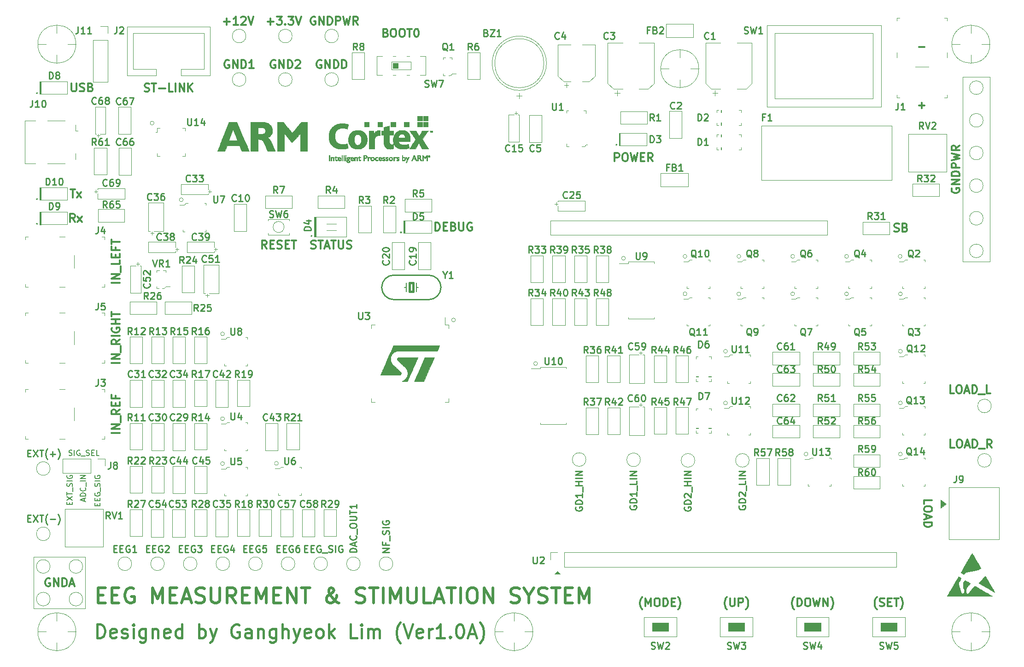
<source format=gbr>
%TF.GenerationSoftware,KiCad,Pcbnew,(5.1.7)-1*%
%TF.CreationDate,2021-04-16T09:21:30+09:00*%
%TF.ProjectId,EEG_Ver1.0A,4545475f-5665-4723-912e-30412e6b6963,Ver1.0A*%
%TF.SameCoordinates,Original*%
%TF.FileFunction,Legend,Top*%
%TF.FilePolarity,Positive*%
%FSLAX46Y46*%
G04 Gerber Fmt 4.6, Leading zero omitted, Abs format (unit mm)*
G04 Created by KiCad (PCBNEW (5.1.7)-1) date 2021-04-16 09:21:30*
%MOMM*%
%LPD*%
G01*
G04 APERTURE LIST*
%ADD10C,0.300000*%
%ADD11C,0.275000*%
%ADD12C,0.120000*%
%ADD13C,0.200000*%
%ADD14C,0.400000*%
%ADD15C,0.500000*%
%ADD16C,0.010000*%
%ADD17C,0.100000*%
%ADD18C,0.248920*%
%ADD19C,0.200660*%
%ADD20C,0.398780*%
%ADD21C,0.250000*%
G04 APERTURE END LIST*
D10*
X144450000Y-28892857D02*
X144664285Y-28964285D01*
X144735714Y-29035714D01*
X144807142Y-29178571D01*
X144807142Y-29392857D01*
X144735714Y-29535714D01*
X144664285Y-29607142D01*
X144521428Y-29678571D01*
X143950000Y-29678571D01*
X143950000Y-28178571D01*
X144450000Y-28178571D01*
X144592857Y-28250000D01*
X144664285Y-28321428D01*
X144735714Y-28464285D01*
X144735714Y-28607142D01*
X144664285Y-28750000D01*
X144592857Y-28821428D01*
X144450000Y-28892857D01*
X143950000Y-28892857D01*
X145735714Y-28178571D02*
X146021428Y-28178571D01*
X146164285Y-28250000D01*
X146307142Y-28392857D01*
X146378571Y-28678571D01*
X146378571Y-29178571D01*
X146307142Y-29464285D01*
X146164285Y-29607142D01*
X146021428Y-29678571D01*
X145735714Y-29678571D01*
X145592857Y-29607142D01*
X145450000Y-29464285D01*
X145378571Y-29178571D01*
X145378571Y-28678571D01*
X145450000Y-28392857D01*
X145592857Y-28250000D01*
X145735714Y-28178571D01*
X147307142Y-28178571D02*
X147592857Y-28178571D01*
X147735714Y-28250000D01*
X147878571Y-28392857D01*
X147950000Y-28678571D01*
X147950000Y-29178571D01*
X147878571Y-29464285D01*
X147735714Y-29607142D01*
X147592857Y-29678571D01*
X147307142Y-29678571D01*
X147164285Y-29607142D01*
X147021428Y-29464285D01*
X146950000Y-29178571D01*
X146950000Y-28678571D01*
X147021428Y-28392857D01*
X147164285Y-28250000D01*
X147307142Y-28178571D01*
X148378571Y-28178571D02*
X149235714Y-28178571D01*
X148807142Y-29678571D02*
X148807142Y-28178571D01*
X150021428Y-28178571D02*
X150164285Y-28178571D01*
X150307142Y-28250000D01*
X150378571Y-28321428D01*
X150450000Y-28464285D01*
X150521428Y-28750000D01*
X150521428Y-29107142D01*
X150450000Y-29392857D01*
X150378571Y-29535714D01*
X150307142Y-29607142D01*
X150164285Y-29678571D01*
X150021428Y-29678571D01*
X149878571Y-29607142D01*
X149807142Y-29535714D01*
X149735714Y-29392857D01*
X149664285Y-29107142D01*
X149664285Y-28750000D01*
X149735714Y-28464285D01*
X149807142Y-28321428D01*
X149878571Y-28250000D01*
X150021428Y-28178571D01*
X237921428Y-65407142D02*
X238135714Y-65478571D01*
X238492857Y-65478571D01*
X238635714Y-65407142D01*
X238707142Y-65335714D01*
X238778571Y-65192857D01*
X238778571Y-65050000D01*
X238707142Y-64907142D01*
X238635714Y-64835714D01*
X238492857Y-64764285D01*
X238207142Y-64692857D01*
X238064285Y-64621428D01*
X237992857Y-64550000D01*
X237921428Y-64407142D01*
X237921428Y-64264285D01*
X237992857Y-64121428D01*
X238064285Y-64050000D01*
X238207142Y-63978571D01*
X238564285Y-63978571D01*
X238778571Y-64050000D01*
X239921428Y-64692857D02*
X240135714Y-64764285D01*
X240207142Y-64835714D01*
X240278571Y-64978571D01*
X240278571Y-65192857D01*
X240207142Y-65335714D01*
X240135714Y-65407142D01*
X239992857Y-65478571D01*
X239421428Y-65478571D01*
X239421428Y-63978571D01*
X239921428Y-63978571D01*
X240064285Y-64050000D01*
X240135714Y-64121428D01*
X240207142Y-64264285D01*
X240207142Y-64407142D01*
X240135714Y-64550000D01*
X240064285Y-64621428D01*
X239921428Y-64692857D01*
X239421428Y-64692857D01*
D11*
X209375000Y-115827380D02*
X209315476Y-115946428D01*
X209315476Y-116125000D01*
X209375000Y-116303571D01*
X209494047Y-116422619D01*
X209613095Y-116482142D01*
X209851190Y-116541666D01*
X210029761Y-116541666D01*
X210267857Y-116482142D01*
X210386904Y-116422619D01*
X210505952Y-116303571D01*
X210565476Y-116125000D01*
X210565476Y-116005952D01*
X210505952Y-115827380D01*
X210446428Y-115767857D01*
X210029761Y-115767857D01*
X210029761Y-116005952D01*
X210565476Y-115232142D02*
X209315476Y-115232142D01*
X209315476Y-114934523D01*
X209375000Y-114755952D01*
X209494047Y-114636904D01*
X209613095Y-114577380D01*
X209851190Y-114517857D01*
X210029761Y-114517857D01*
X210267857Y-114577380D01*
X210386904Y-114636904D01*
X210505952Y-114755952D01*
X210565476Y-114934523D01*
X210565476Y-115232142D01*
X209434523Y-114041666D02*
X209375000Y-113982142D01*
X209315476Y-113863095D01*
X209315476Y-113565476D01*
X209375000Y-113446428D01*
X209434523Y-113386904D01*
X209553571Y-113327380D01*
X209672619Y-113327380D01*
X209851190Y-113386904D01*
X210565476Y-114101190D01*
X210565476Y-113327380D01*
X210684523Y-113089285D02*
X210684523Y-112136904D01*
X210565476Y-111244047D02*
X210565476Y-111839285D01*
X209315476Y-111839285D01*
X210565476Y-110827380D02*
X209315476Y-110827380D01*
X210565476Y-110232142D02*
X209315476Y-110232142D01*
X210565476Y-109517857D01*
X209315476Y-109517857D01*
X199375000Y-116076190D02*
X199315476Y-116195238D01*
X199315476Y-116373809D01*
X199375000Y-116552380D01*
X199494047Y-116671428D01*
X199613095Y-116730952D01*
X199851190Y-116790476D01*
X200029761Y-116790476D01*
X200267857Y-116730952D01*
X200386904Y-116671428D01*
X200505952Y-116552380D01*
X200565476Y-116373809D01*
X200565476Y-116254761D01*
X200505952Y-116076190D01*
X200446428Y-116016666D01*
X200029761Y-116016666D01*
X200029761Y-116254761D01*
X200565476Y-115480952D02*
X199315476Y-115480952D01*
X199315476Y-115183333D01*
X199375000Y-115004761D01*
X199494047Y-114885714D01*
X199613095Y-114826190D01*
X199851190Y-114766666D01*
X200029761Y-114766666D01*
X200267857Y-114826190D01*
X200386904Y-114885714D01*
X200505952Y-115004761D01*
X200565476Y-115183333D01*
X200565476Y-115480952D01*
X199434523Y-114290476D02*
X199375000Y-114230952D01*
X199315476Y-114111904D01*
X199315476Y-113814285D01*
X199375000Y-113695238D01*
X199434523Y-113635714D01*
X199553571Y-113576190D01*
X199672619Y-113576190D01*
X199851190Y-113635714D01*
X200565476Y-114350000D01*
X200565476Y-113576190D01*
X200684523Y-113338095D02*
X200684523Y-112385714D01*
X200565476Y-112088095D02*
X199315476Y-112088095D01*
X199910714Y-112088095D02*
X199910714Y-111373809D01*
X200565476Y-111373809D02*
X199315476Y-111373809D01*
X200565476Y-110778571D02*
X199315476Y-110778571D01*
X200565476Y-110183333D02*
X199315476Y-110183333D01*
X200565476Y-109469047D01*
X199315476Y-109469047D01*
X189375000Y-115827380D02*
X189315476Y-115946428D01*
X189315476Y-116125000D01*
X189375000Y-116303571D01*
X189494047Y-116422619D01*
X189613095Y-116482142D01*
X189851190Y-116541666D01*
X190029761Y-116541666D01*
X190267857Y-116482142D01*
X190386904Y-116422619D01*
X190505952Y-116303571D01*
X190565476Y-116125000D01*
X190565476Y-116005952D01*
X190505952Y-115827380D01*
X190446428Y-115767857D01*
X190029761Y-115767857D01*
X190029761Y-116005952D01*
X190565476Y-115232142D02*
X189315476Y-115232142D01*
X189315476Y-114934523D01*
X189375000Y-114755952D01*
X189494047Y-114636904D01*
X189613095Y-114577380D01*
X189851190Y-114517857D01*
X190029761Y-114517857D01*
X190267857Y-114577380D01*
X190386904Y-114636904D01*
X190505952Y-114755952D01*
X190565476Y-114934523D01*
X190565476Y-115232142D01*
X190565476Y-113327380D02*
X190565476Y-114041666D01*
X190565476Y-113684523D02*
X189315476Y-113684523D01*
X189494047Y-113803571D01*
X189613095Y-113922619D01*
X189672619Y-114041666D01*
X190684523Y-113089285D02*
X190684523Y-112136904D01*
X190565476Y-111244047D02*
X190565476Y-111839285D01*
X189315476Y-111839285D01*
X190565476Y-110827380D02*
X189315476Y-110827380D01*
X190565476Y-110232142D02*
X189315476Y-110232142D01*
X190565476Y-109517857D01*
X189315476Y-109517857D01*
X179375000Y-116076190D02*
X179315476Y-116195238D01*
X179315476Y-116373809D01*
X179375000Y-116552380D01*
X179494047Y-116671428D01*
X179613095Y-116730952D01*
X179851190Y-116790476D01*
X180029761Y-116790476D01*
X180267857Y-116730952D01*
X180386904Y-116671428D01*
X180505952Y-116552380D01*
X180565476Y-116373809D01*
X180565476Y-116254761D01*
X180505952Y-116076190D01*
X180446428Y-116016666D01*
X180029761Y-116016666D01*
X180029761Y-116254761D01*
X180565476Y-115480952D02*
X179315476Y-115480952D01*
X179315476Y-115183333D01*
X179375000Y-115004761D01*
X179494047Y-114885714D01*
X179613095Y-114826190D01*
X179851190Y-114766666D01*
X180029761Y-114766666D01*
X180267857Y-114826190D01*
X180386904Y-114885714D01*
X180505952Y-115004761D01*
X180565476Y-115183333D01*
X180565476Y-115480952D01*
X180565476Y-113576190D02*
X180565476Y-114290476D01*
X180565476Y-113933333D02*
X179315476Y-113933333D01*
X179494047Y-114052380D01*
X179613095Y-114171428D01*
X179672619Y-114290476D01*
X180684523Y-113338095D02*
X180684523Y-112385714D01*
X180565476Y-112088095D02*
X179315476Y-112088095D01*
X179910714Y-112088095D02*
X179910714Y-111373809D01*
X180565476Y-111373809D02*
X179315476Y-111373809D01*
X180565476Y-110778571D02*
X179315476Y-110778571D01*
X180565476Y-110183333D02*
X179315476Y-110183333D01*
X180565476Y-109469047D01*
X179315476Y-109469047D01*
D10*
X248964285Y-105178571D02*
X248250000Y-105178571D01*
X248250000Y-103678571D01*
X249750000Y-103678571D02*
X250035714Y-103678571D01*
X250178571Y-103750000D01*
X250321428Y-103892857D01*
X250392857Y-104178571D01*
X250392857Y-104678571D01*
X250321428Y-104964285D01*
X250178571Y-105107142D01*
X250035714Y-105178571D01*
X249750000Y-105178571D01*
X249607142Y-105107142D01*
X249464285Y-104964285D01*
X249392857Y-104678571D01*
X249392857Y-104178571D01*
X249464285Y-103892857D01*
X249607142Y-103750000D01*
X249750000Y-103678571D01*
X250964285Y-104750000D02*
X251678571Y-104750000D01*
X250821428Y-105178571D02*
X251321428Y-103678571D01*
X251821428Y-105178571D01*
X252321428Y-105178571D02*
X252321428Y-103678571D01*
X252678571Y-103678571D01*
X252892857Y-103750000D01*
X253035714Y-103892857D01*
X253107142Y-104035714D01*
X253178571Y-104321428D01*
X253178571Y-104535714D01*
X253107142Y-104821428D01*
X253035714Y-104964285D01*
X252892857Y-105107142D01*
X252678571Y-105178571D01*
X252321428Y-105178571D01*
X253464285Y-105321428D02*
X254607142Y-105321428D01*
X255821428Y-105178571D02*
X255321428Y-104464285D01*
X254964285Y-105178571D02*
X254964285Y-103678571D01*
X255535714Y-103678571D01*
X255678571Y-103750000D01*
X255750000Y-103821428D01*
X255821428Y-103964285D01*
X255821428Y-104178571D01*
X255750000Y-104321428D01*
X255678571Y-104392857D01*
X255535714Y-104464285D01*
X254964285Y-104464285D01*
X248907142Y-95178571D02*
X248192857Y-95178571D01*
X248192857Y-93678571D01*
X249692857Y-93678571D02*
X249978571Y-93678571D01*
X250121428Y-93750000D01*
X250264285Y-93892857D01*
X250335714Y-94178571D01*
X250335714Y-94678571D01*
X250264285Y-94964285D01*
X250121428Y-95107142D01*
X249978571Y-95178571D01*
X249692857Y-95178571D01*
X249550000Y-95107142D01*
X249407142Y-94964285D01*
X249335714Y-94678571D01*
X249335714Y-94178571D01*
X249407142Y-93892857D01*
X249550000Y-93750000D01*
X249692857Y-93678571D01*
X250907142Y-94750000D02*
X251621428Y-94750000D01*
X250764285Y-95178571D02*
X251264285Y-93678571D01*
X251764285Y-95178571D01*
X252264285Y-95178571D02*
X252264285Y-93678571D01*
X252621428Y-93678571D01*
X252835714Y-93750000D01*
X252978571Y-93892857D01*
X253050000Y-94035714D01*
X253121428Y-94321428D01*
X253121428Y-94535714D01*
X253050000Y-94821428D01*
X252978571Y-94964285D01*
X252835714Y-95107142D01*
X252621428Y-95178571D01*
X252264285Y-95178571D01*
X253407142Y-95321428D02*
X254550000Y-95321428D01*
X255621428Y-95178571D02*
X254907142Y-95178571D01*
X254907142Y-93678571D01*
D11*
X145065476Y-124386904D02*
X143815476Y-124386904D01*
X145065476Y-123672619D01*
X143815476Y-123672619D01*
X144410714Y-122660714D02*
X144410714Y-123077380D01*
X145065476Y-123077380D02*
X143815476Y-123077380D01*
X143815476Y-122482142D01*
X145184523Y-122303571D02*
X145184523Y-121351190D01*
X145005952Y-121113095D02*
X145065476Y-120934523D01*
X145065476Y-120636904D01*
X145005952Y-120517857D01*
X144946428Y-120458333D01*
X144827380Y-120398809D01*
X144708333Y-120398809D01*
X144589285Y-120458333D01*
X144529761Y-120517857D01*
X144470238Y-120636904D01*
X144410714Y-120875000D01*
X144351190Y-120994047D01*
X144291666Y-121053571D01*
X144172619Y-121113095D01*
X144053571Y-121113095D01*
X143934523Y-121053571D01*
X143875000Y-120994047D01*
X143815476Y-120875000D01*
X143815476Y-120577380D01*
X143875000Y-120398809D01*
X145065476Y-119863095D02*
X143815476Y-119863095D01*
X143875000Y-118613095D02*
X143815476Y-118732142D01*
X143815476Y-118910714D01*
X143875000Y-119089285D01*
X143994047Y-119208333D01*
X144113095Y-119267857D01*
X144351190Y-119327380D01*
X144529761Y-119327380D01*
X144767857Y-119267857D01*
X144886904Y-119208333D01*
X145005952Y-119089285D01*
X145065476Y-118910714D01*
X145065476Y-118791666D01*
X145005952Y-118613095D01*
X144946428Y-118553571D01*
X144529761Y-118553571D01*
X144529761Y-118791666D01*
X139065476Y-124345238D02*
X137815476Y-124345238D01*
X137815476Y-124047619D01*
X137875000Y-123869047D01*
X137994047Y-123750000D01*
X138113095Y-123690476D01*
X138351190Y-123630952D01*
X138529761Y-123630952D01*
X138767857Y-123690476D01*
X138886904Y-123750000D01*
X139005952Y-123869047D01*
X139065476Y-124047619D01*
X139065476Y-124345238D01*
X138708333Y-123154761D02*
X138708333Y-122559523D01*
X139065476Y-123273809D02*
X137815476Y-122857142D01*
X139065476Y-122440476D01*
X138946428Y-121309523D02*
X139005952Y-121369047D01*
X139065476Y-121547619D01*
X139065476Y-121666666D01*
X139005952Y-121845238D01*
X138886904Y-121964285D01*
X138767857Y-122023809D01*
X138529761Y-122083333D01*
X138351190Y-122083333D01*
X138113095Y-122023809D01*
X137994047Y-121964285D01*
X137875000Y-121845238D01*
X137815476Y-121666666D01*
X137815476Y-121547619D01*
X137875000Y-121369047D01*
X137934523Y-121309523D01*
X139184523Y-121071428D02*
X139184523Y-120119047D01*
X137815476Y-119583333D02*
X137815476Y-119345238D01*
X137875000Y-119226190D01*
X137994047Y-119107142D01*
X138232142Y-119047619D01*
X138648809Y-119047619D01*
X138886904Y-119107142D01*
X139005952Y-119226190D01*
X139065476Y-119345238D01*
X139065476Y-119583333D01*
X139005952Y-119702380D01*
X138886904Y-119821428D01*
X138648809Y-119880952D01*
X138232142Y-119880952D01*
X137994047Y-119821428D01*
X137875000Y-119702380D01*
X137815476Y-119583333D01*
X137815476Y-118511904D02*
X138827380Y-118511904D01*
X138946428Y-118452380D01*
X139005952Y-118392857D01*
X139065476Y-118273809D01*
X139065476Y-118035714D01*
X139005952Y-117916666D01*
X138946428Y-117857142D01*
X138827380Y-117797619D01*
X137815476Y-117797619D01*
X137815476Y-117380952D02*
X137815476Y-116666666D01*
X139065476Y-117023809D02*
X137815476Y-117023809D01*
X139065476Y-115595238D02*
X139065476Y-116309523D01*
X139065476Y-115952380D02*
X137815476Y-115952380D01*
X137994047Y-116071428D01*
X138113095Y-116190476D01*
X138172619Y-116309523D01*
X129547619Y-123710714D02*
X129964285Y-123710714D01*
X130142857Y-124365476D02*
X129547619Y-124365476D01*
X129547619Y-123115476D01*
X130142857Y-123115476D01*
X130678571Y-123710714D02*
X131095238Y-123710714D01*
X131273809Y-124365476D02*
X130678571Y-124365476D01*
X130678571Y-123115476D01*
X131273809Y-123115476D01*
X132464285Y-123175000D02*
X132345238Y-123115476D01*
X132166666Y-123115476D01*
X131988095Y-123175000D01*
X131869047Y-123294047D01*
X131809523Y-123413095D01*
X131750000Y-123651190D01*
X131750000Y-123829761D01*
X131809523Y-124067857D01*
X131869047Y-124186904D01*
X131988095Y-124305952D01*
X132166666Y-124365476D01*
X132285714Y-124365476D01*
X132464285Y-124305952D01*
X132523809Y-124246428D01*
X132523809Y-123829761D01*
X132285714Y-123829761D01*
X132761904Y-124484523D02*
X133714285Y-124484523D01*
X133952380Y-124305952D02*
X134130952Y-124365476D01*
X134428571Y-124365476D01*
X134547619Y-124305952D01*
X134607142Y-124246428D01*
X134666666Y-124127380D01*
X134666666Y-124008333D01*
X134607142Y-123889285D01*
X134547619Y-123829761D01*
X134428571Y-123770238D01*
X134190476Y-123710714D01*
X134071428Y-123651190D01*
X134011904Y-123591666D01*
X133952380Y-123472619D01*
X133952380Y-123353571D01*
X134011904Y-123234523D01*
X134071428Y-123175000D01*
X134190476Y-123115476D01*
X134488095Y-123115476D01*
X134666666Y-123175000D01*
X135202380Y-124365476D02*
X135202380Y-123115476D01*
X136452380Y-123175000D02*
X136333333Y-123115476D01*
X136154761Y-123115476D01*
X135976190Y-123175000D01*
X135857142Y-123294047D01*
X135797619Y-123413095D01*
X135738095Y-123651190D01*
X135738095Y-123829761D01*
X135797619Y-124067857D01*
X135857142Y-124186904D01*
X135976190Y-124305952D01*
X136154761Y-124365476D01*
X136273809Y-124365476D01*
X136452380Y-124305952D01*
X136511904Y-124246428D01*
X136511904Y-123829761D01*
X136273809Y-123829761D01*
X124446428Y-123710714D02*
X124863095Y-123710714D01*
X125041666Y-124365476D02*
X124446428Y-124365476D01*
X124446428Y-123115476D01*
X125041666Y-123115476D01*
X125577380Y-123710714D02*
X125994047Y-123710714D01*
X126172619Y-124365476D02*
X125577380Y-124365476D01*
X125577380Y-123115476D01*
X126172619Y-123115476D01*
X127363095Y-123175000D02*
X127244047Y-123115476D01*
X127065476Y-123115476D01*
X126886904Y-123175000D01*
X126767857Y-123294047D01*
X126708333Y-123413095D01*
X126648809Y-123651190D01*
X126648809Y-123829761D01*
X126708333Y-124067857D01*
X126767857Y-124186904D01*
X126886904Y-124305952D01*
X127065476Y-124365476D01*
X127184523Y-124365476D01*
X127363095Y-124305952D01*
X127422619Y-124246428D01*
X127422619Y-123829761D01*
X127184523Y-123829761D01*
X128494047Y-123115476D02*
X128255952Y-123115476D01*
X128136904Y-123175000D01*
X128077380Y-123234523D01*
X127958333Y-123413095D01*
X127898809Y-123651190D01*
X127898809Y-124127380D01*
X127958333Y-124246428D01*
X128017857Y-124305952D01*
X128136904Y-124365476D01*
X128375000Y-124365476D01*
X128494047Y-124305952D01*
X128553571Y-124246428D01*
X128613095Y-124127380D01*
X128613095Y-123829761D01*
X128553571Y-123710714D01*
X128494047Y-123651190D01*
X128375000Y-123591666D01*
X128136904Y-123591666D01*
X128017857Y-123651190D01*
X127958333Y-123710714D01*
X127898809Y-123829761D01*
X118346428Y-123710714D02*
X118763095Y-123710714D01*
X118941666Y-124365476D02*
X118346428Y-124365476D01*
X118346428Y-123115476D01*
X118941666Y-123115476D01*
X119477380Y-123710714D02*
X119894047Y-123710714D01*
X120072619Y-124365476D02*
X119477380Y-124365476D01*
X119477380Y-123115476D01*
X120072619Y-123115476D01*
X121263095Y-123175000D02*
X121144047Y-123115476D01*
X120965476Y-123115476D01*
X120786904Y-123175000D01*
X120667857Y-123294047D01*
X120608333Y-123413095D01*
X120548809Y-123651190D01*
X120548809Y-123829761D01*
X120608333Y-124067857D01*
X120667857Y-124186904D01*
X120786904Y-124305952D01*
X120965476Y-124365476D01*
X121084523Y-124365476D01*
X121263095Y-124305952D01*
X121322619Y-124246428D01*
X121322619Y-123829761D01*
X121084523Y-123829761D01*
X122453571Y-123115476D02*
X121858333Y-123115476D01*
X121798809Y-123710714D01*
X121858333Y-123651190D01*
X121977380Y-123591666D01*
X122275000Y-123591666D01*
X122394047Y-123651190D01*
X122453571Y-123710714D01*
X122513095Y-123829761D01*
X122513095Y-124127380D01*
X122453571Y-124246428D01*
X122394047Y-124305952D01*
X122275000Y-124365476D01*
X121977380Y-124365476D01*
X121858333Y-124305952D01*
X121798809Y-124246428D01*
X112446428Y-123710714D02*
X112863095Y-123710714D01*
X113041666Y-124365476D02*
X112446428Y-124365476D01*
X112446428Y-123115476D01*
X113041666Y-123115476D01*
X113577380Y-123710714D02*
X113994047Y-123710714D01*
X114172619Y-124365476D02*
X113577380Y-124365476D01*
X113577380Y-123115476D01*
X114172619Y-123115476D01*
X115363095Y-123175000D02*
X115244047Y-123115476D01*
X115065476Y-123115476D01*
X114886904Y-123175000D01*
X114767857Y-123294047D01*
X114708333Y-123413095D01*
X114648809Y-123651190D01*
X114648809Y-123829761D01*
X114708333Y-124067857D01*
X114767857Y-124186904D01*
X114886904Y-124305952D01*
X115065476Y-124365476D01*
X115184523Y-124365476D01*
X115363095Y-124305952D01*
X115422619Y-124246428D01*
X115422619Y-123829761D01*
X115184523Y-123829761D01*
X116494047Y-123532142D02*
X116494047Y-124365476D01*
X116196428Y-123055952D02*
X115898809Y-123948809D01*
X116672619Y-123948809D01*
X106446428Y-123710714D02*
X106863095Y-123710714D01*
X107041666Y-124365476D02*
X106446428Y-124365476D01*
X106446428Y-123115476D01*
X107041666Y-123115476D01*
X107577380Y-123710714D02*
X107994047Y-123710714D01*
X108172619Y-124365476D02*
X107577380Y-124365476D01*
X107577380Y-123115476D01*
X108172619Y-123115476D01*
X109363095Y-123175000D02*
X109244047Y-123115476D01*
X109065476Y-123115476D01*
X108886904Y-123175000D01*
X108767857Y-123294047D01*
X108708333Y-123413095D01*
X108648809Y-123651190D01*
X108648809Y-123829761D01*
X108708333Y-124067857D01*
X108767857Y-124186904D01*
X108886904Y-124305952D01*
X109065476Y-124365476D01*
X109184523Y-124365476D01*
X109363095Y-124305952D01*
X109422619Y-124246428D01*
X109422619Y-123829761D01*
X109184523Y-123829761D01*
X109839285Y-123115476D02*
X110613095Y-123115476D01*
X110196428Y-123591666D01*
X110375000Y-123591666D01*
X110494047Y-123651190D01*
X110553571Y-123710714D01*
X110613095Y-123829761D01*
X110613095Y-124127380D01*
X110553571Y-124246428D01*
X110494047Y-124305952D01*
X110375000Y-124365476D01*
X110017857Y-124365476D01*
X109898809Y-124305952D01*
X109839285Y-124246428D01*
X100446428Y-123710714D02*
X100863095Y-123710714D01*
X101041666Y-124365476D02*
X100446428Y-124365476D01*
X100446428Y-123115476D01*
X101041666Y-123115476D01*
X101577380Y-123710714D02*
X101994047Y-123710714D01*
X102172619Y-124365476D02*
X101577380Y-124365476D01*
X101577380Y-123115476D01*
X102172619Y-123115476D01*
X103363095Y-123175000D02*
X103244047Y-123115476D01*
X103065476Y-123115476D01*
X102886904Y-123175000D01*
X102767857Y-123294047D01*
X102708333Y-123413095D01*
X102648809Y-123651190D01*
X102648809Y-123829761D01*
X102708333Y-124067857D01*
X102767857Y-124186904D01*
X102886904Y-124305952D01*
X103065476Y-124365476D01*
X103184523Y-124365476D01*
X103363095Y-124305952D01*
X103422619Y-124246428D01*
X103422619Y-123829761D01*
X103184523Y-123829761D01*
X103898809Y-123234523D02*
X103958333Y-123175000D01*
X104077380Y-123115476D01*
X104375000Y-123115476D01*
X104494047Y-123175000D01*
X104553571Y-123234523D01*
X104613095Y-123353571D01*
X104613095Y-123472619D01*
X104553571Y-123651190D01*
X103839285Y-124365476D01*
X104613095Y-124365476D01*
X94446428Y-123710714D02*
X94863095Y-123710714D01*
X95041666Y-124365476D02*
X94446428Y-124365476D01*
X94446428Y-123115476D01*
X95041666Y-123115476D01*
X95577380Y-123710714D02*
X95994047Y-123710714D01*
X96172619Y-124365476D02*
X95577380Y-124365476D01*
X95577380Y-123115476D01*
X96172619Y-123115476D01*
X97363095Y-123175000D02*
X97244047Y-123115476D01*
X97065476Y-123115476D01*
X96886904Y-123175000D01*
X96767857Y-123294047D01*
X96708333Y-123413095D01*
X96648809Y-123651190D01*
X96648809Y-123829761D01*
X96708333Y-124067857D01*
X96767857Y-124186904D01*
X96886904Y-124305952D01*
X97065476Y-124365476D01*
X97184523Y-124365476D01*
X97363095Y-124305952D01*
X97422619Y-124246428D01*
X97422619Y-123829761D01*
X97184523Y-123829761D01*
X98613095Y-124365476D02*
X97898809Y-124365476D01*
X98255952Y-124365476D02*
X98255952Y-123115476D01*
X98136904Y-123294047D01*
X98017857Y-123413095D01*
X97898809Y-123472619D01*
D12*
X250500000Y-37000000D02*
X255500000Y-37000000D01*
X250500000Y-71000000D02*
X250500000Y-37000000D01*
X255500000Y-71000000D02*
X250500000Y-71000000D01*
X255500000Y-37000000D02*
X255500000Y-71000000D01*
D10*
X248500000Y-57500000D02*
X248428571Y-57642857D01*
X248428571Y-57857142D01*
X248500000Y-58071428D01*
X248642857Y-58214285D01*
X248785714Y-58285714D01*
X249071428Y-58357142D01*
X249285714Y-58357142D01*
X249571428Y-58285714D01*
X249714285Y-58214285D01*
X249857142Y-58071428D01*
X249928571Y-57857142D01*
X249928571Y-57714285D01*
X249857142Y-57500000D01*
X249785714Y-57428571D01*
X249285714Y-57428571D01*
X249285714Y-57714285D01*
X249928571Y-56785714D02*
X248428571Y-56785714D01*
X249928571Y-55928571D01*
X248428571Y-55928571D01*
X249928571Y-55214285D02*
X248428571Y-55214285D01*
X248428571Y-54857142D01*
X248500000Y-54642857D01*
X248642857Y-54500000D01*
X248785714Y-54428571D01*
X249071428Y-54357142D01*
X249285714Y-54357142D01*
X249571428Y-54428571D01*
X249714285Y-54500000D01*
X249857142Y-54642857D01*
X249928571Y-54857142D01*
X249928571Y-55214285D01*
X249928571Y-53714285D02*
X248428571Y-53714285D01*
X248428571Y-53142857D01*
X248500000Y-53000000D01*
X248571428Y-52928571D01*
X248714285Y-52857142D01*
X248928571Y-52857142D01*
X249071428Y-52928571D01*
X249142857Y-53000000D01*
X249214285Y-53142857D01*
X249214285Y-53714285D01*
X248428571Y-52357142D02*
X249928571Y-52000000D01*
X248857142Y-51714285D01*
X249928571Y-51428571D01*
X248428571Y-51071428D01*
X249928571Y-49642857D02*
X249214285Y-50142857D01*
X249928571Y-50500000D02*
X248428571Y-50500000D01*
X248428571Y-49928571D01*
X248500000Y-49785714D01*
X248571428Y-49714285D01*
X248714285Y-49642857D01*
X248928571Y-49642857D01*
X249071428Y-49714285D01*
X249142857Y-49785714D01*
X249214285Y-49928571D01*
X249214285Y-50500000D01*
X131500000Y-26000000D02*
X131357142Y-25928571D01*
X131142857Y-25928571D01*
X130928571Y-26000000D01*
X130785714Y-26142857D01*
X130714285Y-26285714D01*
X130642857Y-26571428D01*
X130642857Y-26785714D01*
X130714285Y-27071428D01*
X130785714Y-27214285D01*
X130928571Y-27357142D01*
X131142857Y-27428571D01*
X131285714Y-27428571D01*
X131500000Y-27357142D01*
X131571428Y-27285714D01*
X131571428Y-26785714D01*
X131285714Y-26785714D01*
X132214285Y-27428571D02*
X132214285Y-25928571D01*
X133071428Y-27428571D01*
X133071428Y-25928571D01*
X133785714Y-27428571D02*
X133785714Y-25928571D01*
X134142857Y-25928571D01*
X134357142Y-26000000D01*
X134500000Y-26142857D01*
X134571428Y-26285714D01*
X134642857Y-26571428D01*
X134642857Y-26785714D01*
X134571428Y-27071428D01*
X134500000Y-27214285D01*
X134357142Y-27357142D01*
X134142857Y-27428571D01*
X133785714Y-27428571D01*
X135285714Y-27428571D02*
X135285714Y-25928571D01*
X135857142Y-25928571D01*
X136000000Y-26000000D01*
X136071428Y-26071428D01*
X136142857Y-26214285D01*
X136142857Y-26428571D01*
X136071428Y-26571428D01*
X136000000Y-26642857D01*
X135857142Y-26714285D01*
X135285714Y-26714285D01*
X136642857Y-25928571D02*
X137000000Y-27428571D01*
X137285714Y-26357142D01*
X137571428Y-27428571D01*
X137928571Y-25928571D01*
X139357142Y-27428571D02*
X138857142Y-26714285D01*
X138500000Y-27428571D02*
X138500000Y-25928571D01*
X139071428Y-25928571D01*
X139214285Y-26000000D01*
X139285714Y-26071428D01*
X139357142Y-26214285D01*
X139357142Y-26428571D01*
X139285714Y-26571428D01*
X139214285Y-26642857D01*
X139071428Y-26714285D01*
X138500000Y-26714285D01*
X132607142Y-34000000D02*
X132464285Y-33928571D01*
X132250000Y-33928571D01*
X132035714Y-34000000D01*
X131892857Y-34142857D01*
X131821428Y-34285714D01*
X131750000Y-34571428D01*
X131750000Y-34785714D01*
X131821428Y-35071428D01*
X131892857Y-35214285D01*
X132035714Y-35357142D01*
X132250000Y-35428571D01*
X132392857Y-35428571D01*
X132607142Y-35357142D01*
X132678571Y-35285714D01*
X132678571Y-34785714D01*
X132392857Y-34785714D01*
X133321428Y-35428571D02*
X133321428Y-33928571D01*
X134178571Y-35428571D01*
X134178571Y-33928571D01*
X134892857Y-35428571D02*
X134892857Y-33928571D01*
X135250000Y-33928571D01*
X135464285Y-34000000D01*
X135607142Y-34142857D01*
X135678571Y-34285714D01*
X135750000Y-34571428D01*
X135750000Y-34785714D01*
X135678571Y-35071428D01*
X135607142Y-35214285D01*
X135464285Y-35357142D01*
X135250000Y-35428571D01*
X134892857Y-35428571D01*
X136392857Y-35428571D02*
X136392857Y-33928571D01*
X136750000Y-33928571D01*
X136964285Y-34000000D01*
X137107142Y-34142857D01*
X137178571Y-34285714D01*
X137250000Y-34571428D01*
X137250000Y-34785714D01*
X137178571Y-35071428D01*
X137107142Y-35214285D01*
X136964285Y-35357142D01*
X136750000Y-35428571D01*
X136392857Y-35428571D01*
X124142857Y-34000000D02*
X124000000Y-33928571D01*
X123785714Y-33928571D01*
X123571428Y-34000000D01*
X123428571Y-34142857D01*
X123357142Y-34285714D01*
X123285714Y-34571428D01*
X123285714Y-34785714D01*
X123357142Y-35071428D01*
X123428571Y-35214285D01*
X123571428Y-35357142D01*
X123785714Y-35428571D01*
X123928571Y-35428571D01*
X124142857Y-35357142D01*
X124214285Y-35285714D01*
X124214285Y-34785714D01*
X123928571Y-34785714D01*
X124857142Y-35428571D02*
X124857142Y-33928571D01*
X125714285Y-35428571D01*
X125714285Y-33928571D01*
X126428571Y-35428571D02*
X126428571Y-33928571D01*
X126785714Y-33928571D01*
X127000000Y-34000000D01*
X127142857Y-34142857D01*
X127214285Y-34285714D01*
X127285714Y-34571428D01*
X127285714Y-34785714D01*
X127214285Y-35071428D01*
X127142857Y-35214285D01*
X127000000Y-35357142D01*
X126785714Y-35428571D01*
X126428571Y-35428571D01*
X127857142Y-34071428D02*
X127928571Y-34000000D01*
X128071428Y-33928571D01*
X128428571Y-33928571D01*
X128571428Y-34000000D01*
X128642857Y-34071428D01*
X128714285Y-34214285D01*
X128714285Y-34357142D01*
X128642857Y-34571428D01*
X127785714Y-35428571D01*
X128714285Y-35428571D01*
X115642857Y-34000000D02*
X115500000Y-33928571D01*
X115285714Y-33928571D01*
X115071428Y-34000000D01*
X114928571Y-34142857D01*
X114857142Y-34285714D01*
X114785714Y-34571428D01*
X114785714Y-34785714D01*
X114857142Y-35071428D01*
X114928571Y-35214285D01*
X115071428Y-35357142D01*
X115285714Y-35428571D01*
X115428571Y-35428571D01*
X115642857Y-35357142D01*
X115714285Y-35285714D01*
X115714285Y-34785714D01*
X115428571Y-34785714D01*
X116357142Y-35428571D02*
X116357142Y-33928571D01*
X117214285Y-35428571D01*
X117214285Y-33928571D01*
X117928571Y-35428571D02*
X117928571Y-33928571D01*
X118285714Y-33928571D01*
X118500000Y-34000000D01*
X118642857Y-34142857D01*
X118714285Y-34285714D01*
X118785714Y-34571428D01*
X118785714Y-34785714D01*
X118714285Y-35071428D01*
X118642857Y-35214285D01*
X118500000Y-35357142D01*
X118285714Y-35428571D01*
X117928571Y-35428571D01*
X120214285Y-35428571D02*
X119357142Y-35428571D01*
X119785714Y-35428571D02*
X119785714Y-33928571D01*
X119642857Y-34142857D01*
X119500000Y-34285714D01*
X119357142Y-34357142D01*
X122700000Y-26857142D02*
X123842857Y-26857142D01*
X123271428Y-27428571D02*
X123271428Y-26285714D01*
X124414285Y-25928571D02*
X125342857Y-25928571D01*
X124842857Y-26500000D01*
X125057142Y-26500000D01*
X125200000Y-26571428D01*
X125271428Y-26642857D01*
X125342857Y-26785714D01*
X125342857Y-27142857D01*
X125271428Y-27285714D01*
X125200000Y-27357142D01*
X125057142Y-27428571D01*
X124628571Y-27428571D01*
X124485714Y-27357142D01*
X124414285Y-27285714D01*
X125985714Y-27285714D02*
X126057142Y-27357142D01*
X125985714Y-27428571D01*
X125914285Y-27357142D01*
X125985714Y-27285714D01*
X125985714Y-27428571D01*
X126557142Y-25928571D02*
X127485714Y-25928571D01*
X126985714Y-26500000D01*
X127200000Y-26500000D01*
X127342857Y-26571428D01*
X127414285Y-26642857D01*
X127485714Y-26785714D01*
X127485714Y-27142857D01*
X127414285Y-27285714D01*
X127342857Y-27357142D01*
X127200000Y-27428571D01*
X126771428Y-27428571D01*
X126628571Y-27357142D01*
X126557142Y-27285714D01*
X127914285Y-25928571D02*
X128414285Y-27428571D01*
X128914285Y-25928571D01*
X114657142Y-26857142D02*
X115800000Y-26857142D01*
X115228571Y-27428571D02*
X115228571Y-26285714D01*
X117300000Y-27428571D02*
X116442857Y-27428571D01*
X116871428Y-27428571D02*
X116871428Y-25928571D01*
X116728571Y-26142857D01*
X116585714Y-26285714D01*
X116442857Y-26357142D01*
X117871428Y-26071428D02*
X117942857Y-26000000D01*
X118085714Y-25928571D01*
X118442857Y-25928571D01*
X118585714Y-26000000D01*
X118657142Y-26071428D01*
X118728571Y-26214285D01*
X118728571Y-26357142D01*
X118657142Y-26571428D01*
X117800000Y-27428571D01*
X118728571Y-27428571D01*
X119157142Y-25928571D02*
X119657142Y-27428571D01*
X120157142Y-25928571D01*
D12*
X89250000Y-125250000D02*
X79750000Y-125250000D01*
X89250000Y-134750000D02*
X89250000Y-125250000D01*
X79750000Y-134750000D02*
X89250000Y-134750000D01*
X79750000Y-125250000D02*
X79750000Y-134750000D01*
D13*
X86211904Y-106554761D02*
X86354761Y-106602380D01*
X86592857Y-106602380D01*
X86688095Y-106554761D01*
X86735714Y-106507142D01*
X86783333Y-106411904D01*
X86783333Y-106316666D01*
X86735714Y-106221428D01*
X86688095Y-106173809D01*
X86592857Y-106126190D01*
X86402380Y-106078571D01*
X86307142Y-106030952D01*
X86259523Y-105983333D01*
X86211904Y-105888095D01*
X86211904Y-105792857D01*
X86259523Y-105697619D01*
X86307142Y-105650000D01*
X86402380Y-105602380D01*
X86640476Y-105602380D01*
X86783333Y-105650000D01*
X87211904Y-106602380D02*
X87211904Y-105602380D01*
X88211904Y-105650000D02*
X88116666Y-105602380D01*
X87973809Y-105602380D01*
X87830952Y-105650000D01*
X87735714Y-105745238D01*
X87688095Y-105840476D01*
X87640476Y-106030952D01*
X87640476Y-106173809D01*
X87688095Y-106364285D01*
X87735714Y-106459523D01*
X87830952Y-106554761D01*
X87973809Y-106602380D01*
X88069047Y-106602380D01*
X88211904Y-106554761D01*
X88259523Y-106507142D01*
X88259523Y-106173809D01*
X88069047Y-106173809D01*
X88450000Y-106697619D02*
X89211904Y-106697619D01*
X89402380Y-106554761D02*
X89545238Y-106602380D01*
X89783333Y-106602380D01*
X89878571Y-106554761D01*
X89926190Y-106507142D01*
X89973809Y-106411904D01*
X89973809Y-106316666D01*
X89926190Y-106221428D01*
X89878571Y-106173809D01*
X89783333Y-106126190D01*
X89592857Y-106078571D01*
X89497619Y-106030952D01*
X89450000Y-105983333D01*
X89402380Y-105888095D01*
X89402380Y-105792857D01*
X89450000Y-105697619D01*
X89497619Y-105650000D01*
X89592857Y-105602380D01*
X89830952Y-105602380D01*
X89973809Y-105650000D01*
X90402380Y-106078571D02*
X90735714Y-106078571D01*
X90878571Y-106602380D02*
X90402380Y-106602380D01*
X90402380Y-105602380D01*
X90878571Y-105602380D01*
X91783333Y-106602380D02*
X91307142Y-106602380D01*
X91307142Y-105602380D01*
X91428571Y-115811904D02*
X91428571Y-115478571D01*
X91952380Y-115335714D02*
X91952380Y-115811904D01*
X90952380Y-115811904D01*
X90952380Y-115335714D01*
X91428571Y-114907142D02*
X91428571Y-114573809D01*
X91952380Y-114430952D02*
X91952380Y-114907142D01*
X90952380Y-114907142D01*
X90952380Y-114430952D01*
X91000000Y-113478571D02*
X90952380Y-113573809D01*
X90952380Y-113716666D01*
X91000000Y-113859523D01*
X91095238Y-113954761D01*
X91190476Y-114002380D01*
X91380952Y-114050000D01*
X91523809Y-114050000D01*
X91714285Y-114002380D01*
X91809523Y-113954761D01*
X91904761Y-113859523D01*
X91952380Y-113716666D01*
X91952380Y-113621428D01*
X91904761Y-113478571D01*
X91857142Y-113430952D01*
X91523809Y-113430952D01*
X91523809Y-113621428D01*
X92047619Y-113240476D02*
X92047619Y-112478571D01*
X91904761Y-112288095D02*
X91952380Y-112145238D01*
X91952380Y-111907142D01*
X91904761Y-111811904D01*
X91857142Y-111764285D01*
X91761904Y-111716666D01*
X91666666Y-111716666D01*
X91571428Y-111764285D01*
X91523809Y-111811904D01*
X91476190Y-111907142D01*
X91428571Y-112097619D01*
X91380952Y-112192857D01*
X91333333Y-112240476D01*
X91238095Y-112288095D01*
X91142857Y-112288095D01*
X91047619Y-112240476D01*
X91000000Y-112192857D01*
X90952380Y-112097619D01*
X90952380Y-111859523D01*
X91000000Y-111716666D01*
X91952380Y-111288095D02*
X90952380Y-111288095D01*
X91000000Y-110288095D02*
X90952380Y-110383333D01*
X90952380Y-110526190D01*
X91000000Y-110669047D01*
X91095238Y-110764285D01*
X91190476Y-110811904D01*
X91380952Y-110859523D01*
X91523809Y-110859523D01*
X91714285Y-110811904D01*
X91809523Y-110764285D01*
X91904761Y-110669047D01*
X91952380Y-110526190D01*
X91952380Y-110430952D01*
X91904761Y-110288095D01*
X91857142Y-110240476D01*
X91523809Y-110240476D01*
X91523809Y-110430952D01*
X89016666Y-114980952D02*
X89016666Y-114504761D01*
X89302380Y-115076190D02*
X88302380Y-114742857D01*
X89302380Y-114409523D01*
X89302380Y-114076190D02*
X88302380Y-114076190D01*
X88302380Y-113838095D01*
X88350000Y-113695238D01*
X88445238Y-113600000D01*
X88540476Y-113552380D01*
X88730952Y-113504761D01*
X88873809Y-113504761D01*
X89064285Y-113552380D01*
X89159523Y-113600000D01*
X89254761Y-113695238D01*
X89302380Y-113838095D01*
X89302380Y-114076190D01*
X89207142Y-112504761D02*
X89254761Y-112552380D01*
X89302380Y-112695238D01*
X89302380Y-112790476D01*
X89254761Y-112933333D01*
X89159523Y-113028571D01*
X89064285Y-113076190D01*
X88873809Y-113123809D01*
X88730952Y-113123809D01*
X88540476Y-113076190D01*
X88445238Y-113028571D01*
X88350000Y-112933333D01*
X88302380Y-112790476D01*
X88302380Y-112695238D01*
X88350000Y-112552380D01*
X88397619Y-112504761D01*
X89397619Y-112314285D02*
X89397619Y-111552380D01*
X89302380Y-111314285D02*
X88302380Y-111314285D01*
X89302380Y-110838095D02*
X88302380Y-110838095D01*
X89302380Y-110266666D01*
X88302380Y-110266666D01*
X86328571Y-115616666D02*
X86328571Y-115283333D01*
X86852380Y-115140476D02*
X86852380Y-115616666D01*
X85852380Y-115616666D01*
X85852380Y-115140476D01*
X85852380Y-114807142D02*
X86852380Y-114140476D01*
X85852380Y-114140476D02*
X86852380Y-114807142D01*
X85852380Y-113902380D02*
X85852380Y-113330952D01*
X86852380Y-113616666D02*
X85852380Y-113616666D01*
X86947619Y-113235714D02*
X86947619Y-112473809D01*
X86804761Y-112283333D02*
X86852380Y-112140476D01*
X86852380Y-111902380D01*
X86804761Y-111807142D01*
X86757142Y-111759523D01*
X86661904Y-111711904D01*
X86566666Y-111711904D01*
X86471428Y-111759523D01*
X86423809Y-111807142D01*
X86376190Y-111902380D01*
X86328571Y-112092857D01*
X86280952Y-112188095D01*
X86233333Y-112235714D01*
X86138095Y-112283333D01*
X86042857Y-112283333D01*
X85947619Y-112235714D01*
X85900000Y-112188095D01*
X85852380Y-112092857D01*
X85852380Y-111854761D01*
X85900000Y-111711904D01*
X86852380Y-111283333D02*
X85852380Y-111283333D01*
X85900000Y-110283333D02*
X85852380Y-110378571D01*
X85852380Y-110521428D01*
X85900000Y-110664285D01*
X85995238Y-110759523D01*
X86090476Y-110807142D01*
X86280952Y-110854761D01*
X86423809Y-110854761D01*
X86614285Y-110807142D01*
X86709523Y-110759523D01*
X86804761Y-110664285D01*
X86852380Y-110521428D01*
X86852380Y-110426190D01*
X86804761Y-110283333D01*
X86757142Y-110235714D01*
X86423809Y-110235714D01*
X86423809Y-110426190D01*
D10*
X87307142Y-63678571D02*
X86807142Y-62964285D01*
X86450000Y-63678571D02*
X86450000Y-62178571D01*
X87021428Y-62178571D01*
X87164285Y-62250000D01*
X87235714Y-62321428D01*
X87307142Y-62464285D01*
X87307142Y-62678571D01*
X87235714Y-62821428D01*
X87164285Y-62892857D01*
X87021428Y-62964285D01*
X86450000Y-62964285D01*
X87807142Y-63678571D02*
X88592857Y-62678571D01*
X87807142Y-62678571D02*
X88592857Y-63678571D01*
X86464285Y-57678571D02*
X87321428Y-57678571D01*
X86892857Y-59178571D02*
X86892857Y-57678571D01*
X87678571Y-59178571D02*
X88464285Y-58178571D01*
X87678571Y-58178571D02*
X88464285Y-59178571D01*
X186535714Y-52528571D02*
X186535714Y-51028571D01*
X187107142Y-51028571D01*
X187250000Y-51100000D01*
X187321428Y-51171428D01*
X187392857Y-51314285D01*
X187392857Y-51528571D01*
X187321428Y-51671428D01*
X187250000Y-51742857D01*
X187107142Y-51814285D01*
X186535714Y-51814285D01*
X188321428Y-51028571D02*
X188607142Y-51028571D01*
X188750000Y-51100000D01*
X188892857Y-51242857D01*
X188964285Y-51528571D01*
X188964285Y-52028571D01*
X188892857Y-52314285D01*
X188750000Y-52457142D01*
X188607142Y-52528571D01*
X188321428Y-52528571D01*
X188178571Y-52457142D01*
X188035714Y-52314285D01*
X187964285Y-52028571D01*
X187964285Y-51528571D01*
X188035714Y-51242857D01*
X188178571Y-51100000D01*
X188321428Y-51028571D01*
X189464285Y-51028571D02*
X189821428Y-52528571D01*
X190107142Y-51457142D01*
X190392857Y-52528571D01*
X190750000Y-51028571D01*
X191321428Y-51742857D02*
X191821428Y-51742857D01*
X192035714Y-52528571D02*
X191321428Y-52528571D01*
X191321428Y-51028571D01*
X192035714Y-51028571D01*
X193535714Y-52528571D02*
X193035714Y-51814285D01*
X192678571Y-52528571D02*
X192678571Y-51028571D01*
X193250000Y-51028571D01*
X193392857Y-51100000D01*
X193464285Y-51171428D01*
X193535714Y-51314285D01*
X193535714Y-51528571D01*
X193464285Y-51671428D01*
X193392857Y-51742857D01*
X193250000Y-51814285D01*
X192678571Y-51814285D01*
X153542857Y-65278571D02*
X153542857Y-63778571D01*
X153900000Y-63778571D01*
X154114285Y-63850000D01*
X154257142Y-63992857D01*
X154328571Y-64135714D01*
X154400000Y-64421428D01*
X154400000Y-64635714D01*
X154328571Y-64921428D01*
X154257142Y-65064285D01*
X154114285Y-65207142D01*
X153900000Y-65278571D01*
X153542857Y-65278571D01*
X155042857Y-64492857D02*
X155542857Y-64492857D01*
X155757142Y-65278571D02*
X155042857Y-65278571D01*
X155042857Y-63778571D01*
X155757142Y-63778571D01*
X156900000Y-64492857D02*
X157114285Y-64564285D01*
X157185714Y-64635714D01*
X157257142Y-64778571D01*
X157257142Y-64992857D01*
X157185714Y-65135714D01*
X157114285Y-65207142D01*
X156971428Y-65278571D01*
X156400000Y-65278571D01*
X156400000Y-63778571D01*
X156900000Y-63778571D01*
X157042857Y-63850000D01*
X157114285Y-63921428D01*
X157185714Y-64064285D01*
X157185714Y-64207142D01*
X157114285Y-64350000D01*
X157042857Y-64421428D01*
X156900000Y-64492857D01*
X156400000Y-64492857D01*
X157900000Y-63778571D02*
X157900000Y-64992857D01*
X157971428Y-65135714D01*
X158042857Y-65207142D01*
X158185714Y-65278571D01*
X158471428Y-65278571D01*
X158614285Y-65207142D01*
X158685714Y-65135714D01*
X158757142Y-64992857D01*
X158757142Y-63778571D01*
X160257142Y-63850000D02*
X160114285Y-63778571D01*
X159900000Y-63778571D01*
X159685714Y-63850000D01*
X159542857Y-63992857D01*
X159471428Y-64135714D01*
X159400000Y-64421428D01*
X159400000Y-64635714D01*
X159471428Y-64921428D01*
X159542857Y-65064285D01*
X159685714Y-65207142D01*
X159900000Y-65278571D01*
X160042857Y-65278571D01*
X160257142Y-65207142D01*
X160328571Y-65135714D01*
X160328571Y-64635714D01*
X160042857Y-64635714D01*
X130735714Y-68507142D02*
X130950000Y-68578571D01*
X131307142Y-68578571D01*
X131450000Y-68507142D01*
X131521428Y-68435714D01*
X131592857Y-68292857D01*
X131592857Y-68150000D01*
X131521428Y-68007142D01*
X131450000Y-67935714D01*
X131307142Y-67864285D01*
X131021428Y-67792857D01*
X130878571Y-67721428D01*
X130807142Y-67650000D01*
X130735714Y-67507142D01*
X130735714Y-67364285D01*
X130807142Y-67221428D01*
X130878571Y-67150000D01*
X131021428Y-67078571D01*
X131378571Y-67078571D01*
X131592857Y-67150000D01*
X132021428Y-67078571D02*
X132878571Y-67078571D01*
X132450000Y-68578571D02*
X132450000Y-67078571D01*
X133307142Y-68150000D02*
X134021428Y-68150000D01*
X133164285Y-68578571D02*
X133664285Y-67078571D01*
X134164285Y-68578571D01*
X134450000Y-67078571D02*
X135307142Y-67078571D01*
X134878571Y-68578571D02*
X134878571Y-67078571D01*
X135807142Y-67078571D02*
X135807142Y-68292857D01*
X135878571Y-68435714D01*
X135950000Y-68507142D01*
X136092857Y-68578571D01*
X136378571Y-68578571D01*
X136521428Y-68507142D01*
X136592857Y-68435714D01*
X136664285Y-68292857D01*
X136664285Y-67078571D01*
X137307142Y-68507142D02*
X137521428Y-68578571D01*
X137878571Y-68578571D01*
X138021428Y-68507142D01*
X138092857Y-68435714D01*
X138164285Y-68292857D01*
X138164285Y-68150000D01*
X138092857Y-68007142D01*
X138021428Y-67935714D01*
X137878571Y-67864285D01*
X137592857Y-67792857D01*
X137450000Y-67721428D01*
X137378571Y-67650000D01*
X137307142Y-67507142D01*
X137307142Y-67364285D01*
X137378571Y-67221428D01*
X137450000Y-67150000D01*
X137592857Y-67078571D01*
X137950000Y-67078571D01*
X138164285Y-67150000D01*
X122571428Y-68578571D02*
X122071428Y-67864285D01*
X121714285Y-68578571D02*
X121714285Y-67078571D01*
X122285714Y-67078571D01*
X122428571Y-67150000D01*
X122500000Y-67221428D01*
X122571428Y-67364285D01*
X122571428Y-67578571D01*
X122500000Y-67721428D01*
X122428571Y-67792857D01*
X122285714Y-67864285D01*
X121714285Y-67864285D01*
X123214285Y-67792857D02*
X123714285Y-67792857D01*
X123928571Y-68578571D02*
X123214285Y-68578571D01*
X123214285Y-67078571D01*
X123928571Y-67078571D01*
X124500000Y-68507142D02*
X124714285Y-68578571D01*
X125071428Y-68578571D01*
X125214285Y-68507142D01*
X125285714Y-68435714D01*
X125357142Y-68292857D01*
X125357142Y-68150000D01*
X125285714Y-68007142D01*
X125214285Y-67935714D01*
X125071428Y-67864285D01*
X124785714Y-67792857D01*
X124642857Y-67721428D01*
X124571428Y-67650000D01*
X124500000Y-67507142D01*
X124500000Y-67364285D01*
X124571428Y-67221428D01*
X124642857Y-67150000D01*
X124785714Y-67078571D01*
X125142857Y-67078571D01*
X125357142Y-67150000D01*
X126000000Y-67792857D02*
X126500000Y-67792857D01*
X126714285Y-68578571D02*
X126000000Y-68578571D01*
X126000000Y-67078571D01*
X126714285Y-67078571D01*
X127142857Y-67078571D02*
X128000000Y-67078571D01*
X127571428Y-68578571D02*
X127571428Y-67078571D01*
X243371428Y-115535714D02*
X243371428Y-114821428D01*
X244871428Y-114821428D01*
X244871428Y-116321428D02*
X244871428Y-116607142D01*
X244800000Y-116750000D01*
X244657142Y-116892857D01*
X244371428Y-116964285D01*
X243871428Y-116964285D01*
X243585714Y-116892857D01*
X243442857Y-116750000D01*
X243371428Y-116607142D01*
X243371428Y-116321428D01*
X243442857Y-116178571D01*
X243585714Y-116035714D01*
X243871428Y-115964285D01*
X244371428Y-115964285D01*
X244657142Y-116035714D01*
X244800000Y-116178571D01*
X244871428Y-116321428D01*
X243800000Y-117535714D02*
X243800000Y-118250000D01*
X243371428Y-117392857D02*
X244871428Y-117892857D01*
X243371428Y-118392857D01*
X243371428Y-118892857D02*
X244871428Y-118892857D01*
X244871428Y-119250000D01*
X244800000Y-119464285D01*
X244657142Y-119607142D01*
X244514285Y-119678571D01*
X244228571Y-119750000D01*
X244014285Y-119750000D01*
X243728571Y-119678571D01*
X243585714Y-119607142D01*
X243442857Y-119464285D01*
X243371428Y-119250000D01*
X243371428Y-118892857D01*
X234721428Y-134900000D02*
X234650000Y-134828571D01*
X234507142Y-134614285D01*
X234435714Y-134471428D01*
X234364285Y-134257142D01*
X234292857Y-133900000D01*
X234292857Y-133614285D01*
X234364285Y-133257142D01*
X234435714Y-133042857D01*
X234507142Y-132900000D01*
X234650000Y-132685714D01*
X234721428Y-132614285D01*
X235221428Y-134257142D02*
X235435714Y-134328571D01*
X235792857Y-134328571D01*
X235935714Y-134257142D01*
X236007142Y-134185714D01*
X236078571Y-134042857D01*
X236078571Y-133900000D01*
X236007142Y-133757142D01*
X235935714Y-133685714D01*
X235792857Y-133614285D01*
X235507142Y-133542857D01*
X235364285Y-133471428D01*
X235292857Y-133400000D01*
X235221428Y-133257142D01*
X235221428Y-133114285D01*
X235292857Y-132971428D01*
X235364285Y-132900000D01*
X235507142Y-132828571D01*
X235864285Y-132828571D01*
X236078571Y-132900000D01*
X236721428Y-133542857D02*
X237221428Y-133542857D01*
X237435714Y-134328571D02*
X236721428Y-134328571D01*
X236721428Y-132828571D01*
X237435714Y-132828571D01*
X237864285Y-132828571D02*
X238721428Y-132828571D01*
X238292857Y-134328571D02*
X238292857Y-132828571D01*
X239078571Y-134900000D02*
X239150000Y-134828571D01*
X239292857Y-134614285D01*
X239364285Y-134471428D01*
X239435714Y-134257142D01*
X239507142Y-133900000D01*
X239507142Y-133614285D01*
X239435714Y-133257142D01*
X239364285Y-133042857D01*
X239292857Y-132900000D01*
X239150000Y-132685714D01*
X239078571Y-132614285D01*
X219507142Y-134900000D02*
X219435714Y-134828571D01*
X219292857Y-134614285D01*
X219221428Y-134471428D01*
X219150000Y-134257142D01*
X219078571Y-133900000D01*
X219078571Y-133614285D01*
X219150000Y-133257142D01*
X219221428Y-133042857D01*
X219292857Y-132900000D01*
X219435714Y-132685714D01*
X219507142Y-132614285D01*
X220078571Y-134328571D02*
X220078571Y-132828571D01*
X220435714Y-132828571D01*
X220650000Y-132900000D01*
X220792857Y-133042857D01*
X220864285Y-133185714D01*
X220935714Y-133471428D01*
X220935714Y-133685714D01*
X220864285Y-133971428D01*
X220792857Y-134114285D01*
X220650000Y-134257142D01*
X220435714Y-134328571D01*
X220078571Y-134328571D01*
X221864285Y-132828571D02*
X222150000Y-132828571D01*
X222292857Y-132900000D01*
X222435714Y-133042857D01*
X222507142Y-133328571D01*
X222507142Y-133828571D01*
X222435714Y-134114285D01*
X222292857Y-134257142D01*
X222150000Y-134328571D01*
X221864285Y-134328571D01*
X221721428Y-134257142D01*
X221578571Y-134114285D01*
X221507142Y-133828571D01*
X221507142Y-133328571D01*
X221578571Y-133042857D01*
X221721428Y-132900000D01*
X221864285Y-132828571D01*
X223007142Y-132828571D02*
X223364285Y-134328571D01*
X223650000Y-133257142D01*
X223935714Y-134328571D01*
X224292857Y-132828571D01*
X224864285Y-134328571D02*
X224864285Y-132828571D01*
X225721428Y-134328571D01*
X225721428Y-132828571D01*
X226292857Y-134900000D02*
X226364285Y-134828571D01*
X226507142Y-134614285D01*
X226578571Y-134471428D01*
X226650000Y-134257142D01*
X226721428Y-133900000D01*
X226721428Y-133614285D01*
X226650000Y-133257142D01*
X226578571Y-133042857D01*
X226507142Y-132900000D01*
X226364285Y-132685714D01*
X226292857Y-132614285D01*
X207150000Y-134900000D02*
X207078571Y-134828571D01*
X206935714Y-134614285D01*
X206864285Y-134471428D01*
X206792857Y-134257142D01*
X206721428Y-133900000D01*
X206721428Y-133614285D01*
X206792857Y-133257142D01*
X206864285Y-133042857D01*
X206935714Y-132900000D01*
X207078571Y-132685714D01*
X207150000Y-132614285D01*
X207721428Y-132828571D02*
X207721428Y-134042857D01*
X207792857Y-134185714D01*
X207864285Y-134257142D01*
X208007142Y-134328571D01*
X208292857Y-134328571D01*
X208435714Y-134257142D01*
X208507142Y-134185714D01*
X208578571Y-134042857D01*
X208578571Y-132828571D01*
X209292857Y-134328571D02*
X209292857Y-132828571D01*
X209864285Y-132828571D01*
X210007142Y-132900000D01*
X210078571Y-132971428D01*
X210150000Y-133114285D01*
X210150000Y-133328571D01*
X210078571Y-133471428D01*
X210007142Y-133542857D01*
X209864285Y-133614285D01*
X209292857Y-133614285D01*
X210650000Y-134900000D02*
X210721428Y-134828571D01*
X210864285Y-134614285D01*
X210935714Y-134471428D01*
X211007142Y-134257142D01*
X211078571Y-133900000D01*
X211078571Y-133614285D01*
X211007142Y-133257142D01*
X210935714Y-133042857D01*
X210864285Y-132900000D01*
X210721428Y-132685714D01*
X210650000Y-132614285D01*
X191614285Y-134900000D02*
X191542857Y-134828571D01*
X191400000Y-134614285D01*
X191328571Y-134471428D01*
X191257142Y-134257142D01*
X191185714Y-133900000D01*
X191185714Y-133614285D01*
X191257142Y-133257142D01*
X191328571Y-133042857D01*
X191400000Y-132900000D01*
X191542857Y-132685714D01*
X191614285Y-132614285D01*
X192185714Y-134328571D02*
X192185714Y-132828571D01*
X192685714Y-133900000D01*
X193185714Y-132828571D01*
X193185714Y-134328571D01*
X194185714Y-132828571D02*
X194471428Y-132828571D01*
X194614285Y-132900000D01*
X194757142Y-133042857D01*
X194828571Y-133328571D01*
X194828571Y-133828571D01*
X194757142Y-134114285D01*
X194614285Y-134257142D01*
X194471428Y-134328571D01*
X194185714Y-134328571D01*
X194042857Y-134257142D01*
X193900000Y-134114285D01*
X193828571Y-133828571D01*
X193828571Y-133328571D01*
X193900000Y-133042857D01*
X194042857Y-132900000D01*
X194185714Y-132828571D01*
X195471428Y-134328571D02*
X195471428Y-132828571D01*
X195828571Y-132828571D01*
X196042857Y-132900000D01*
X196185714Y-133042857D01*
X196257142Y-133185714D01*
X196328571Y-133471428D01*
X196328571Y-133685714D01*
X196257142Y-133971428D01*
X196185714Y-134114285D01*
X196042857Y-134257142D01*
X195828571Y-134328571D01*
X195471428Y-134328571D01*
X196971428Y-133542857D02*
X197471428Y-133542857D01*
X197685714Y-134328571D02*
X196971428Y-134328571D01*
X196971428Y-132828571D01*
X197685714Y-132828571D01*
X198185714Y-134900000D02*
X198257142Y-134828571D01*
X198400000Y-134614285D01*
X198471428Y-134471428D01*
X198542857Y-134257142D01*
X198614285Y-133900000D01*
X198614285Y-133614285D01*
X198542857Y-133257142D01*
X198471428Y-133042857D01*
X198400000Y-132900000D01*
X198257142Y-132685714D01*
X198185714Y-132614285D01*
X82714285Y-129250000D02*
X82571428Y-129178571D01*
X82357142Y-129178571D01*
X82142857Y-129250000D01*
X82000000Y-129392857D01*
X81928571Y-129535714D01*
X81857142Y-129821428D01*
X81857142Y-130035714D01*
X81928571Y-130321428D01*
X82000000Y-130464285D01*
X82142857Y-130607142D01*
X82357142Y-130678571D01*
X82500000Y-130678571D01*
X82714285Y-130607142D01*
X82785714Y-130535714D01*
X82785714Y-130035714D01*
X82500000Y-130035714D01*
X83428571Y-130678571D02*
X83428571Y-129178571D01*
X84285714Y-130678571D01*
X84285714Y-129178571D01*
X85000000Y-130678571D02*
X85000000Y-129178571D01*
X85357142Y-129178571D01*
X85571428Y-129250000D01*
X85714285Y-129392857D01*
X85785714Y-129535714D01*
X85857142Y-129821428D01*
X85857142Y-130035714D01*
X85785714Y-130321428D01*
X85714285Y-130464285D01*
X85571428Y-130607142D01*
X85357142Y-130678571D01*
X85000000Y-130678571D01*
X86428571Y-130250000D02*
X87142857Y-130250000D01*
X86285714Y-130678571D02*
X86785714Y-129178571D01*
X87285714Y-130678571D01*
D11*
X78653571Y-118160714D02*
X79070238Y-118160714D01*
X79248809Y-118815476D02*
X78653571Y-118815476D01*
X78653571Y-117565476D01*
X79248809Y-117565476D01*
X79665476Y-117565476D02*
X80498809Y-118815476D01*
X80498809Y-117565476D02*
X79665476Y-118815476D01*
X80796428Y-117565476D02*
X81510714Y-117565476D01*
X81153571Y-118815476D02*
X81153571Y-117565476D01*
X82284523Y-119291666D02*
X82225000Y-119232142D01*
X82105952Y-119053571D01*
X82046428Y-118934523D01*
X81986904Y-118755952D01*
X81927380Y-118458333D01*
X81927380Y-118220238D01*
X81986904Y-117922619D01*
X82046428Y-117744047D01*
X82105952Y-117625000D01*
X82225000Y-117446428D01*
X82284523Y-117386904D01*
X82760714Y-118339285D02*
X83713095Y-118339285D01*
X84189285Y-119291666D02*
X84248809Y-119232142D01*
X84367857Y-119053571D01*
X84427380Y-118934523D01*
X84486904Y-118755952D01*
X84546428Y-118458333D01*
X84546428Y-118220238D01*
X84486904Y-117922619D01*
X84427380Y-117744047D01*
X84367857Y-117625000D01*
X84248809Y-117446428D01*
X84189285Y-117386904D01*
X78653571Y-106160714D02*
X79070238Y-106160714D01*
X79248809Y-106815476D02*
X78653571Y-106815476D01*
X78653571Y-105565476D01*
X79248809Y-105565476D01*
X79665476Y-105565476D02*
X80498809Y-106815476D01*
X80498809Y-105565476D02*
X79665476Y-106815476D01*
X80796428Y-105565476D02*
X81510714Y-105565476D01*
X81153571Y-106815476D02*
X81153571Y-105565476D01*
X82284523Y-107291666D02*
X82225000Y-107232142D01*
X82105952Y-107053571D01*
X82046428Y-106934523D01*
X81986904Y-106755952D01*
X81927380Y-106458333D01*
X81927380Y-106220238D01*
X81986904Y-105922619D01*
X82046428Y-105744047D01*
X82105952Y-105625000D01*
X82225000Y-105446428D01*
X82284523Y-105386904D01*
X82760714Y-106339285D02*
X83713095Y-106339285D01*
X83236904Y-106815476D02*
X83236904Y-105863095D01*
X84189285Y-107291666D02*
X84248809Y-107232142D01*
X84367857Y-107053571D01*
X84427380Y-106934523D01*
X84486904Y-106755952D01*
X84546428Y-106458333D01*
X84546428Y-106220238D01*
X84486904Y-105922619D01*
X84427380Y-105744047D01*
X84367857Y-105625000D01*
X84248809Y-105446428D01*
X84189285Y-105386904D01*
D10*
X86707142Y-38178571D02*
X86707142Y-39392857D01*
X86778571Y-39535714D01*
X86850000Y-39607142D01*
X86992857Y-39678571D01*
X87278571Y-39678571D01*
X87421428Y-39607142D01*
X87492857Y-39535714D01*
X87564285Y-39392857D01*
X87564285Y-38178571D01*
X88207142Y-39607142D02*
X88421428Y-39678571D01*
X88778571Y-39678571D01*
X88921428Y-39607142D01*
X88992857Y-39535714D01*
X89064285Y-39392857D01*
X89064285Y-39250000D01*
X88992857Y-39107142D01*
X88921428Y-39035714D01*
X88778571Y-38964285D01*
X88492857Y-38892857D01*
X88350000Y-38821428D01*
X88278571Y-38750000D01*
X88207142Y-38607142D01*
X88207142Y-38464285D01*
X88278571Y-38321428D01*
X88350000Y-38250000D01*
X88492857Y-38178571D01*
X88850000Y-38178571D01*
X89064285Y-38250000D01*
X90207142Y-38892857D02*
X90421428Y-38964285D01*
X90492857Y-39035714D01*
X90564285Y-39178571D01*
X90564285Y-39392857D01*
X90492857Y-39535714D01*
X90421428Y-39607142D01*
X90278571Y-39678571D01*
X89707142Y-39678571D01*
X89707142Y-38178571D01*
X90207142Y-38178571D01*
X90350000Y-38250000D01*
X90421428Y-38321428D01*
X90492857Y-38464285D01*
X90492857Y-38607142D01*
X90421428Y-38750000D01*
X90350000Y-38821428D01*
X90207142Y-38892857D01*
X89707142Y-38892857D01*
X100121428Y-39657142D02*
X100335714Y-39728571D01*
X100692857Y-39728571D01*
X100835714Y-39657142D01*
X100907142Y-39585714D01*
X100978571Y-39442857D01*
X100978571Y-39300000D01*
X100907142Y-39157142D01*
X100835714Y-39085714D01*
X100692857Y-39014285D01*
X100407142Y-38942857D01*
X100264285Y-38871428D01*
X100192857Y-38800000D01*
X100121428Y-38657142D01*
X100121428Y-38514285D01*
X100192857Y-38371428D01*
X100264285Y-38300000D01*
X100407142Y-38228571D01*
X100764285Y-38228571D01*
X100978571Y-38300000D01*
X101407142Y-38228571D02*
X102264285Y-38228571D01*
X101835714Y-39728571D02*
X101835714Y-38228571D01*
X102764285Y-39157142D02*
X103907142Y-39157142D01*
X105335714Y-39728571D02*
X104621428Y-39728571D01*
X104621428Y-38228571D01*
X105835714Y-39728571D02*
X105835714Y-38228571D01*
X106550000Y-39728571D02*
X106550000Y-38228571D01*
X107407142Y-39728571D01*
X107407142Y-38228571D01*
X108121428Y-39728571D02*
X108121428Y-38228571D01*
X108978571Y-39728571D02*
X108335714Y-38871428D01*
X108978571Y-38228571D02*
X108121428Y-39085714D01*
D12*
X239403553Y-76896447D02*
G75*
G03*
X239403553Y-76896447I-353553J0D01*
G01*
X219603553Y-76896447D02*
G75*
G03*
X219603553Y-76896447I-353553J0D01*
G01*
X229503553Y-76900000D02*
G75*
G03*
X229503553Y-76900000I-353553J0D01*
G01*
X199803553Y-76896447D02*
G75*
G03*
X199803553Y-76896447I-353553J0D01*
G01*
X209703553Y-76903553D02*
G75*
G03*
X209703553Y-76903553I-353553J0D01*
G01*
X101853553Y-45500000D02*
G75*
G03*
X101853553Y-45500000I-353553J0D01*
G01*
X107203553Y-59596447D02*
G75*
G03*
X107203553Y-59596447I-353553J0D01*
G01*
X114803553Y-84250000D02*
G75*
G03*
X114803553Y-84250000I-353553J0D01*
G01*
X114803553Y-99846447D02*
G75*
G03*
X114803553Y-99846447I-353553J0D01*
G01*
X114803553Y-108096447D02*
G75*
G03*
X114803553Y-108096447I-353553J0D01*
G01*
X124703553Y-108050000D02*
G75*
G03*
X124703553Y-108050000I-353553J0D01*
G01*
X157253553Y-81700000D02*
G75*
G03*
X157253553Y-81700000I-353553J0D01*
G01*
X239403553Y-87446447D02*
G75*
G03*
X239403553Y-87446447I-353553J0D01*
G01*
X239403553Y-96950000D02*
G75*
G03*
X239403553Y-96950000I-353553J0D01*
G01*
X239403553Y-106346447D02*
G75*
G03*
X239403553Y-106346447I-353553J0D01*
G01*
X222053553Y-106346447D02*
G75*
G03*
X222053553Y-106346447I-353553J0D01*
G01*
X207253553Y-96946447D02*
G75*
G03*
X207253553Y-96946447I-353553J0D01*
G01*
X207253553Y-87446447D02*
G75*
G03*
X207253553Y-87446447I-353553J0D01*
G01*
X172350000Y-89700000D02*
G75*
G03*
X172350000Y-89700000I-353553J0D01*
G01*
X188503553Y-70346447D02*
G75*
G03*
X188503553Y-70346447I-353553J0D01*
G01*
X199803553Y-69996447D02*
G75*
G03*
X199803553Y-69996447I-353553J0D01*
G01*
X209703553Y-69996447D02*
G75*
G03*
X209703553Y-69996447I-353553J0D01*
G01*
X219600000Y-69996447D02*
G75*
G03*
X219600000Y-69996447I-353553J0D01*
G01*
X229503553Y-70000000D02*
G75*
G03*
X229503553Y-70000000I-353553J0D01*
G01*
X239353553Y-69996447D02*
G75*
G03*
X239353553Y-69996447I-353553J0D01*
G01*
D10*
X242500000Y-31500000D02*
X243500000Y-31500000D01*
X242500000Y-42250000D02*
X243500000Y-42250000D01*
X243000000Y-41750000D02*
X243000000Y-42750000D01*
D14*
X91414285Y-140130952D02*
X91414285Y-137630952D01*
X92009523Y-137630952D01*
X92366666Y-137750000D01*
X92604761Y-137988095D01*
X92723809Y-138226190D01*
X92842857Y-138702380D01*
X92842857Y-139059523D01*
X92723809Y-139535714D01*
X92604761Y-139773809D01*
X92366666Y-140011904D01*
X92009523Y-140130952D01*
X91414285Y-140130952D01*
X94866666Y-140011904D02*
X94628571Y-140130952D01*
X94152380Y-140130952D01*
X93914285Y-140011904D01*
X93795238Y-139773809D01*
X93795238Y-138821428D01*
X93914285Y-138583333D01*
X94152380Y-138464285D01*
X94628571Y-138464285D01*
X94866666Y-138583333D01*
X94985714Y-138821428D01*
X94985714Y-139059523D01*
X93795238Y-139297619D01*
X95938095Y-140011904D02*
X96176190Y-140130952D01*
X96652380Y-140130952D01*
X96890476Y-140011904D01*
X97009523Y-139773809D01*
X97009523Y-139654761D01*
X96890476Y-139416666D01*
X96652380Y-139297619D01*
X96295238Y-139297619D01*
X96057142Y-139178571D01*
X95938095Y-138940476D01*
X95938095Y-138821428D01*
X96057142Y-138583333D01*
X96295238Y-138464285D01*
X96652380Y-138464285D01*
X96890476Y-138583333D01*
X98080952Y-140130952D02*
X98080952Y-138464285D01*
X98080952Y-137630952D02*
X97961904Y-137750000D01*
X98080952Y-137869047D01*
X98200000Y-137750000D01*
X98080952Y-137630952D01*
X98080952Y-137869047D01*
X100342857Y-138464285D02*
X100342857Y-140488095D01*
X100223809Y-140726190D01*
X100104761Y-140845238D01*
X99866666Y-140964285D01*
X99509523Y-140964285D01*
X99271428Y-140845238D01*
X100342857Y-140011904D02*
X100104761Y-140130952D01*
X99628571Y-140130952D01*
X99390476Y-140011904D01*
X99271428Y-139892857D01*
X99152380Y-139654761D01*
X99152380Y-138940476D01*
X99271428Y-138702380D01*
X99390476Y-138583333D01*
X99628571Y-138464285D01*
X100104761Y-138464285D01*
X100342857Y-138583333D01*
X101533333Y-138464285D02*
X101533333Y-140130952D01*
X101533333Y-138702380D02*
X101652380Y-138583333D01*
X101890476Y-138464285D01*
X102247619Y-138464285D01*
X102485714Y-138583333D01*
X102604761Y-138821428D01*
X102604761Y-140130952D01*
X104747619Y-140011904D02*
X104509523Y-140130952D01*
X104033333Y-140130952D01*
X103795238Y-140011904D01*
X103676190Y-139773809D01*
X103676190Y-138821428D01*
X103795238Y-138583333D01*
X104033333Y-138464285D01*
X104509523Y-138464285D01*
X104747619Y-138583333D01*
X104866666Y-138821428D01*
X104866666Y-139059523D01*
X103676190Y-139297619D01*
X107009523Y-140130952D02*
X107009523Y-137630952D01*
X107009523Y-140011904D02*
X106771428Y-140130952D01*
X106295238Y-140130952D01*
X106057142Y-140011904D01*
X105938095Y-139892857D01*
X105819047Y-139654761D01*
X105819047Y-138940476D01*
X105938095Y-138702380D01*
X106057142Y-138583333D01*
X106295238Y-138464285D01*
X106771428Y-138464285D01*
X107009523Y-138583333D01*
X110104761Y-140130952D02*
X110104761Y-137630952D01*
X110104761Y-138583333D02*
X110342857Y-138464285D01*
X110819047Y-138464285D01*
X111057142Y-138583333D01*
X111176190Y-138702380D01*
X111295238Y-138940476D01*
X111295238Y-139654761D01*
X111176190Y-139892857D01*
X111057142Y-140011904D01*
X110819047Y-140130952D01*
X110342857Y-140130952D01*
X110104761Y-140011904D01*
X112128571Y-138464285D02*
X112723809Y-140130952D01*
X113319047Y-138464285D02*
X112723809Y-140130952D01*
X112485714Y-140726190D01*
X112366666Y-140845238D01*
X112128571Y-140964285D01*
X117485714Y-137750000D02*
X117247619Y-137630952D01*
X116890476Y-137630952D01*
X116533333Y-137750000D01*
X116295238Y-137988095D01*
X116176190Y-138226190D01*
X116057142Y-138702380D01*
X116057142Y-139059523D01*
X116176190Y-139535714D01*
X116295238Y-139773809D01*
X116533333Y-140011904D01*
X116890476Y-140130952D01*
X117128571Y-140130952D01*
X117485714Y-140011904D01*
X117604761Y-139892857D01*
X117604761Y-139059523D01*
X117128571Y-139059523D01*
X119747619Y-140130952D02*
X119747619Y-138821428D01*
X119628571Y-138583333D01*
X119390476Y-138464285D01*
X118914285Y-138464285D01*
X118676190Y-138583333D01*
X119747619Y-140011904D02*
X119509523Y-140130952D01*
X118914285Y-140130952D01*
X118676190Y-140011904D01*
X118557142Y-139773809D01*
X118557142Y-139535714D01*
X118676190Y-139297619D01*
X118914285Y-139178571D01*
X119509523Y-139178571D01*
X119747619Y-139059523D01*
X120938095Y-138464285D02*
X120938095Y-140130952D01*
X120938095Y-138702380D02*
X121057142Y-138583333D01*
X121295238Y-138464285D01*
X121652380Y-138464285D01*
X121890476Y-138583333D01*
X122009523Y-138821428D01*
X122009523Y-140130952D01*
X124271428Y-138464285D02*
X124271428Y-140488095D01*
X124152380Y-140726190D01*
X124033333Y-140845238D01*
X123795238Y-140964285D01*
X123438095Y-140964285D01*
X123199999Y-140845238D01*
X124271428Y-140011904D02*
X124033333Y-140130952D01*
X123557142Y-140130952D01*
X123319047Y-140011904D01*
X123199999Y-139892857D01*
X123080952Y-139654761D01*
X123080952Y-138940476D01*
X123199999Y-138702380D01*
X123319047Y-138583333D01*
X123557142Y-138464285D01*
X124033333Y-138464285D01*
X124271428Y-138583333D01*
X125461904Y-140130952D02*
X125461904Y-137630952D01*
X126533333Y-140130952D02*
X126533333Y-138821428D01*
X126414285Y-138583333D01*
X126176190Y-138464285D01*
X125819047Y-138464285D01*
X125580952Y-138583333D01*
X125461904Y-138702380D01*
X127485714Y-138464285D02*
X128080952Y-140130952D01*
X128676190Y-138464285D02*
X128080952Y-140130952D01*
X127842857Y-140726190D01*
X127723809Y-140845238D01*
X127485714Y-140964285D01*
X130580952Y-140011904D02*
X130342857Y-140130952D01*
X129866666Y-140130952D01*
X129628571Y-140011904D01*
X129509523Y-139773809D01*
X129509523Y-138821428D01*
X129628571Y-138583333D01*
X129866666Y-138464285D01*
X130342857Y-138464285D01*
X130580952Y-138583333D01*
X130699999Y-138821428D01*
X130699999Y-139059523D01*
X129509523Y-139297619D01*
X132128571Y-140130952D02*
X131890476Y-140011904D01*
X131771428Y-139892857D01*
X131652380Y-139654761D01*
X131652380Y-138940476D01*
X131771428Y-138702380D01*
X131890476Y-138583333D01*
X132128571Y-138464285D01*
X132485714Y-138464285D01*
X132723809Y-138583333D01*
X132842857Y-138702380D01*
X132961904Y-138940476D01*
X132961904Y-139654761D01*
X132842857Y-139892857D01*
X132723809Y-140011904D01*
X132485714Y-140130952D01*
X132128571Y-140130952D01*
X134033333Y-140130952D02*
X134033333Y-137630952D01*
X134271428Y-139178571D02*
X134985714Y-140130952D01*
X134985714Y-138464285D02*
X134033333Y-139416666D01*
X139152380Y-140130952D02*
X137961904Y-140130952D01*
X137961904Y-137630952D01*
X139985714Y-140130952D02*
X139985714Y-138464285D01*
X139985714Y-137630952D02*
X139866666Y-137750000D01*
X139985714Y-137869047D01*
X140104761Y-137750000D01*
X139985714Y-137630952D01*
X139985714Y-137869047D01*
X141176190Y-140130952D02*
X141176190Y-138464285D01*
X141176190Y-138702380D02*
X141295238Y-138583333D01*
X141533333Y-138464285D01*
X141890476Y-138464285D01*
X142128571Y-138583333D01*
X142247619Y-138821428D01*
X142247619Y-140130952D01*
X142247619Y-138821428D02*
X142366666Y-138583333D01*
X142604761Y-138464285D01*
X142961904Y-138464285D01*
X143199999Y-138583333D01*
X143319047Y-138821428D01*
X143319047Y-140130952D01*
X147128571Y-141083333D02*
X147009523Y-140964285D01*
X146771428Y-140607142D01*
X146652380Y-140369047D01*
X146533333Y-140011904D01*
X146414285Y-139416666D01*
X146414285Y-138940476D01*
X146533333Y-138345238D01*
X146652380Y-137988095D01*
X146771428Y-137750000D01*
X147009523Y-137392857D01*
X147128571Y-137273809D01*
X147723809Y-137630952D02*
X148557142Y-140130952D01*
X149390476Y-137630952D01*
X151176190Y-140011904D02*
X150938095Y-140130952D01*
X150461904Y-140130952D01*
X150223809Y-140011904D01*
X150104761Y-139773809D01*
X150104761Y-138821428D01*
X150223809Y-138583333D01*
X150461904Y-138464285D01*
X150938095Y-138464285D01*
X151176190Y-138583333D01*
X151295238Y-138821428D01*
X151295238Y-139059523D01*
X150104761Y-139297619D01*
X152366666Y-140130952D02*
X152366666Y-138464285D01*
X152366666Y-138940476D02*
X152485714Y-138702380D01*
X152604761Y-138583333D01*
X152842857Y-138464285D01*
X153080952Y-138464285D01*
X155223809Y-140130952D02*
X153795238Y-140130952D01*
X154509523Y-140130952D02*
X154509523Y-137630952D01*
X154271428Y-137988095D01*
X154033333Y-138226190D01*
X153795238Y-138345238D01*
X156295238Y-139892857D02*
X156414285Y-140011904D01*
X156295238Y-140130952D01*
X156176190Y-140011904D01*
X156295238Y-139892857D01*
X156295238Y-140130952D01*
X157961904Y-137630952D02*
X158199999Y-137630952D01*
X158438095Y-137750000D01*
X158557142Y-137869047D01*
X158676190Y-138107142D01*
X158795238Y-138583333D01*
X158795238Y-139178571D01*
X158676190Y-139654761D01*
X158557142Y-139892857D01*
X158438095Y-140011904D01*
X158199999Y-140130952D01*
X157961904Y-140130952D01*
X157723809Y-140011904D01*
X157604761Y-139892857D01*
X157485714Y-139654761D01*
X157366666Y-139178571D01*
X157366666Y-138583333D01*
X157485714Y-138107142D01*
X157604761Y-137869047D01*
X157723809Y-137750000D01*
X157961904Y-137630952D01*
X159747619Y-139416666D02*
X160938095Y-139416666D01*
X159509523Y-140130952D02*
X160342857Y-137630952D01*
X161176190Y-140130952D01*
X161771428Y-141083333D02*
X161890476Y-140964285D01*
X162128571Y-140607142D01*
X162247619Y-140369047D01*
X162366666Y-140011904D01*
X162485714Y-139416666D01*
X162485714Y-138940476D01*
X162366666Y-138345238D01*
X162247619Y-137988095D01*
X162128571Y-137750000D01*
X161890476Y-137392857D01*
X161771428Y-137273809D01*
D15*
X91566666Y-132250000D02*
X92500000Y-132250000D01*
X92900000Y-133716666D02*
X91566666Y-133716666D01*
X91566666Y-130916666D01*
X92900000Y-130916666D01*
X94100000Y-132250000D02*
X95033333Y-132250000D01*
X95433333Y-133716666D02*
X94100000Y-133716666D01*
X94100000Y-130916666D01*
X95433333Y-130916666D01*
X98100000Y-131050000D02*
X97833333Y-130916666D01*
X97433333Y-130916666D01*
X97033333Y-131050000D01*
X96766666Y-131316666D01*
X96633333Y-131583333D01*
X96500000Y-132116666D01*
X96500000Y-132516666D01*
X96633333Y-133050000D01*
X96766666Y-133316666D01*
X97033333Y-133583333D01*
X97433333Y-133716666D01*
X97700000Y-133716666D01*
X98100000Y-133583333D01*
X98233333Y-133450000D01*
X98233333Y-132516666D01*
X97700000Y-132516666D01*
X101566666Y-133716666D02*
X101566666Y-130916666D01*
X102500000Y-132916666D01*
X103433333Y-130916666D01*
X103433333Y-133716666D01*
X104766666Y-132250000D02*
X105700000Y-132250000D01*
X106100000Y-133716666D02*
X104766666Y-133716666D01*
X104766666Y-130916666D01*
X106100000Y-130916666D01*
X107166666Y-132916666D02*
X108500000Y-132916666D01*
X106900000Y-133716666D02*
X107833333Y-130916666D01*
X108766666Y-133716666D01*
X109566666Y-133583333D02*
X109966666Y-133716666D01*
X110633333Y-133716666D01*
X110900000Y-133583333D01*
X111033333Y-133450000D01*
X111166666Y-133183333D01*
X111166666Y-132916666D01*
X111033333Y-132650000D01*
X110900000Y-132516666D01*
X110633333Y-132383333D01*
X110100000Y-132250000D01*
X109833333Y-132116666D01*
X109700000Y-131983333D01*
X109566666Y-131716666D01*
X109566666Y-131450000D01*
X109700000Y-131183333D01*
X109833333Y-131050000D01*
X110100000Y-130916666D01*
X110766666Y-130916666D01*
X111166666Y-131050000D01*
X112366666Y-130916666D02*
X112366666Y-133183333D01*
X112500000Y-133450000D01*
X112633333Y-133583333D01*
X112900000Y-133716666D01*
X113433333Y-133716666D01*
X113700000Y-133583333D01*
X113833333Y-133450000D01*
X113966666Y-133183333D01*
X113966666Y-130916666D01*
X116900000Y-133716666D02*
X115966666Y-132383333D01*
X115300000Y-133716666D02*
X115300000Y-130916666D01*
X116366666Y-130916666D01*
X116633333Y-131050000D01*
X116766666Y-131183333D01*
X116900000Y-131450000D01*
X116900000Y-131850000D01*
X116766666Y-132116666D01*
X116633333Y-132250000D01*
X116366666Y-132383333D01*
X115300000Y-132383333D01*
X118100000Y-132250000D02*
X119033333Y-132250000D01*
X119433333Y-133716666D02*
X118100000Y-133716666D01*
X118100000Y-130916666D01*
X119433333Y-130916666D01*
X120633333Y-133716666D02*
X120633333Y-130916666D01*
X121566666Y-132916666D01*
X122500000Y-130916666D01*
X122500000Y-133716666D01*
X123833333Y-132250000D02*
X124766666Y-132250000D01*
X125166666Y-133716666D02*
X123833333Y-133716666D01*
X123833333Y-130916666D01*
X125166666Y-130916666D01*
X126366666Y-133716666D02*
X126366666Y-130916666D01*
X127966666Y-133716666D01*
X127966666Y-130916666D01*
X128900000Y-130916666D02*
X130500000Y-130916666D01*
X129700000Y-133716666D02*
X129700000Y-130916666D01*
X135833333Y-133716666D02*
X135700000Y-133716666D01*
X135433333Y-133583333D01*
X135033333Y-133183333D01*
X134366666Y-132383333D01*
X134100000Y-131983333D01*
X133966666Y-131583333D01*
X133966666Y-131316666D01*
X134100000Y-131050000D01*
X134366666Y-130916666D01*
X134500000Y-130916666D01*
X134766666Y-131050000D01*
X134900000Y-131316666D01*
X134900000Y-131450000D01*
X134766666Y-131716666D01*
X134633333Y-131850000D01*
X133833333Y-132383333D01*
X133700000Y-132516666D01*
X133566666Y-132783333D01*
X133566666Y-133183333D01*
X133700000Y-133450000D01*
X133833333Y-133583333D01*
X134100000Y-133716666D01*
X134500000Y-133716666D01*
X134766666Y-133583333D01*
X134900000Y-133450000D01*
X135300000Y-132916666D01*
X135433333Y-132516666D01*
X135433333Y-132250000D01*
X139033333Y-133583333D02*
X139433333Y-133716666D01*
X140100000Y-133716666D01*
X140366666Y-133583333D01*
X140500000Y-133450000D01*
X140633333Y-133183333D01*
X140633333Y-132916666D01*
X140500000Y-132650000D01*
X140366666Y-132516666D01*
X140100000Y-132383333D01*
X139566666Y-132250000D01*
X139300000Y-132116666D01*
X139166666Y-131983333D01*
X139033333Y-131716666D01*
X139033333Y-131450000D01*
X139166666Y-131183333D01*
X139300000Y-131050000D01*
X139566666Y-130916666D01*
X140233333Y-130916666D01*
X140633333Y-131050000D01*
X141433333Y-130916666D02*
X143033333Y-130916666D01*
X142233333Y-133716666D02*
X142233333Y-130916666D01*
X143966666Y-133716666D02*
X143966666Y-130916666D01*
X145300000Y-133716666D02*
X145300000Y-130916666D01*
X146233333Y-132916666D01*
X147166666Y-130916666D01*
X147166666Y-133716666D01*
X148500000Y-130916666D02*
X148500000Y-133183333D01*
X148633333Y-133450000D01*
X148766666Y-133583333D01*
X149033333Y-133716666D01*
X149566666Y-133716666D01*
X149833333Y-133583333D01*
X149966666Y-133450000D01*
X150100000Y-133183333D01*
X150100000Y-130916666D01*
X152766666Y-133716666D02*
X151433333Y-133716666D01*
X151433333Y-130916666D01*
X153566666Y-132916666D02*
X154900000Y-132916666D01*
X153300000Y-133716666D02*
X154233333Y-130916666D01*
X155166666Y-133716666D01*
X155700000Y-130916666D02*
X157300000Y-130916666D01*
X156500000Y-133716666D02*
X156500000Y-130916666D01*
X158233333Y-133716666D02*
X158233333Y-130916666D01*
X160100000Y-130916666D02*
X160633333Y-130916666D01*
X160900000Y-131050000D01*
X161166666Y-131316666D01*
X161300000Y-131850000D01*
X161300000Y-132783333D01*
X161166666Y-133316666D01*
X160900000Y-133583333D01*
X160633333Y-133716666D01*
X160100000Y-133716666D01*
X159833333Y-133583333D01*
X159566666Y-133316666D01*
X159433333Y-132783333D01*
X159433333Y-131850000D01*
X159566666Y-131316666D01*
X159833333Y-131050000D01*
X160100000Y-130916666D01*
X162500000Y-133716666D02*
X162500000Y-130916666D01*
X164100000Y-133716666D01*
X164100000Y-130916666D01*
X167433333Y-133583333D02*
X167833333Y-133716666D01*
X168500000Y-133716666D01*
X168766666Y-133583333D01*
X168900000Y-133450000D01*
X169033333Y-133183333D01*
X169033333Y-132916666D01*
X168900000Y-132650000D01*
X168766666Y-132516666D01*
X168500000Y-132383333D01*
X167966666Y-132250000D01*
X167700000Y-132116666D01*
X167566666Y-131983333D01*
X167433333Y-131716666D01*
X167433333Y-131450000D01*
X167566666Y-131183333D01*
X167700000Y-131050000D01*
X167966666Y-130916666D01*
X168633333Y-130916666D01*
X169033333Y-131050000D01*
X170766666Y-132383333D02*
X170766666Y-133716666D01*
X169833333Y-130916666D02*
X170766666Y-132383333D01*
X171700000Y-130916666D01*
X172500000Y-133583333D02*
X172900000Y-133716666D01*
X173566666Y-133716666D01*
X173833333Y-133583333D01*
X173966666Y-133450000D01*
X174100000Y-133183333D01*
X174100000Y-132916666D01*
X173966666Y-132650000D01*
X173833333Y-132516666D01*
X173566666Y-132383333D01*
X173033333Y-132250000D01*
X172766666Y-132116666D01*
X172633333Y-131983333D01*
X172500000Y-131716666D01*
X172500000Y-131450000D01*
X172633333Y-131183333D01*
X172766666Y-131050000D01*
X173033333Y-130916666D01*
X173700000Y-130916666D01*
X174100000Y-131050000D01*
X174900000Y-130916666D02*
X176500000Y-130916666D01*
X175700000Y-133716666D02*
X175700000Y-130916666D01*
X177433333Y-132250000D02*
X178366666Y-132250000D01*
X178766666Y-133716666D02*
X177433333Y-133716666D01*
X177433333Y-130916666D01*
X178766666Y-130916666D01*
X179966666Y-133716666D02*
X179966666Y-130916666D01*
X180900000Y-132916666D01*
X181833333Y-130916666D01*
X181833333Y-133716666D01*
D10*
X95578571Y-102428571D02*
X94078571Y-102428571D01*
X95578571Y-101714285D02*
X94078571Y-101714285D01*
X95578571Y-100857142D01*
X94078571Y-100857142D01*
X95721428Y-100500000D02*
X95721428Y-99357142D01*
X95578571Y-98142857D02*
X94864285Y-98642857D01*
X95578571Y-99000000D02*
X94078571Y-99000000D01*
X94078571Y-98428571D01*
X94150000Y-98285714D01*
X94221428Y-98214285D01*
X94364285Y-98142857D01*
X94578571Y-98142857D01*
X94721428Y-98214285D01*
X94792857Y-98285714D01*
X94864285Y-98428571D01*
X94864285Y-99000000D01*
X94792857Y-97500000D02*
X94792857Y-97000000D01*
X95578571Y-96785714D02*
X95578571Y-97500000D01*
X94078571Y-97500000D01*
X94078571Y-96785714D01*
X94792857Y-95642857D02*
X94792857Y-96142857D01*
X95578571Y-96142857D02*
X94078571Y-96142857D01*
X94078571Y-95428571D01*
X95578571Y-89571428D02*
X94078571Y-89571428D01*
X95578571Y-88857142D02*
X94078571Y-88857142D01*
X95578571Y-88000000D01*
X94078571Y-88000000D01*
X95721428Y-87642857D02*
X95721428Y-86500000D01*
X95578571Y-85285714D02*
X94864285Y-85785714D01*
X95578571Y-86142857D02*
X94078571Y-86142857D01*
X94078571Y-85571428D01*
X94150000Y-85428571D01*
X94221428Y-85357142D01*
X94364285Y-85285714D01*
X94578571Y-85285714D01*
X94721428Y-85357142D01*
X94792857Y-85428571D01*
X94864285Y-85571428D01*
X94864285Y-86142857D01*
X95578571Y-84642857D02*
X94078571Y-84642857D01*
X94150000Y-83142857D02*
X94078571Y-83285714D01*
X94078571Y-83500000D01*
X94150000Y-83714285D01*
X94292857Y-83857142D01*
X94435714Y-83928571D01*
X94721428Y-84000000D01*
X94935714Y-84000000D01*
X95221428Y-83928571D01*
X95364285Y-83857142D01*
X95507142Y-83714285D01*
X95578571Y-83500000D01*
X95578571Y-83357142D01*
X95507142Y-83142857D01*
X95435714Y-83071428D01*
X94935714Y-83071428D01*
X94935714Y-83357142D01*
X95578571Y-82428571D02*
X94078571Y-82428571D01*
X94792857Y-82428571D02*
X94792857Y-81571428D01*
X95578571Y-81571428D02*
X94078571Y-81571428D01*
X94078571Y-81071428D02*
X94078571Y-80214285D01*
X95578571Y-80642857D02*
X94078571Y-80642857D01*
X95578571Y-74857142D02*
X94078571Y-74857142D01*
X95578571Y-74142857D02*
X94078571Y-74142857D01*
X95578571Y-73285714D01*
X94078571Y-73285714D01*
X95721428Y-72928571D02*
X95721428Y-71785714D01*
X95578571Y-70714285D02*
X95578571Y-71428571D01*
X94078571Y-71428571D01*
X94792857Y-70214285D02*
X94792857Y-69714285D01*
X95578571Y-69500000D02*
X95578571Y-70214285D01*
X94078571Y-70214285D01*
X94078571Y-69500000D01*
X94792857Y-68357142D02*
X94792857Y-68857142D01*
X95578571Y-68857142D02*
X94078571Y-68857142D01*
X94078571Y-68142857D01*
X94078571Y-67785714D02*
X94078571Y-66928571D01*
X95578571Y-67357142D02*
X94078571Y-67357142D01*
D16*
%TO.C,G\u002A\u002A\u002A*%
G36*
X150673987Y-86397327D02*
G01*
X150953550Y-86397389D01*
X151226688Y-86397481D01*
X151492746Y-86397604D01*
X151751070Y-86397756D01*
X152001004Y-86397935D01*
X152241895Y-86398142D01*
X152473089Y-86398374D01*
X152693929Y-86398632D01*
X152903763Y-86398913D01*
X153101936Y-86399216D01*
X153287792Y-86399541D01*
X153460678Y-86399887D01*
X153619939Y-86400253D01*
X153764921Y-86400636D01*
X153894969Y-86401038D01*
X154009428Y-86401455D01*
X154107645Y-86401888D01*
X154188964Y-86402334D01*
X154252732Y-86402794D01*
X154298293Y-86403266D01*
X154324993Y-86403749D01*
X154332371Y-86404173D01*
X154328441Y-86414475D01*
X154317149Y-86441419D01*
X154299244Y-86483280D01*
X154275475Y-86538330D01*
X154246589Y-86604845D01*
X154213336Y-86681098D01*
X154176464Y-86765364D01*
X154136721Y-86855915D01*
X154119043Y-86896110D01*
X153905714Y-87380870D01*
X150311553Y-87380872D01*
X149992385Y-87380873D01*
X149692663Y-87380879D01*
X149411752Y-87380893D01*
X149149017Y-87380919D01*
X148903826Y-87380960D01*
X148675543Y-87381020D01*
X148463535Y-87381101D01*
X148267168Y-87381208D01*
X148085807Y-87381344D01*
X147918819Y-87381512D01*
X147765569Y-87381715D01*
X147625424Y-87381958D01*
X147497749Y-87382244D01*
X147381911Y-87382576D01*
X147277275Y-87382957D01*
X147183207Y-87383391D01*
X147099074Y-87383881D01*
X147024241Y-87384432D01*
X146958073Y-87385046D01*
X146899938Y-87385726D01*
X146849201Y-87386477D01*
X146805228Y-87387301D01*
X146767385Y-87388203D01*
X146735038Y-87389185D01*
X146707552Y-87390251D01*
X146684294Y-87391404D01*
X146664630Y-87392648D01*
X146647926Y-87393987D01*
X146633547Y-87395423D01*
X146620859Y-87396961D01*
X146609230Y-87398603D01*
X146598023Y-87400354D01*
X146593549Y-87401080D01*
X146504950Y-87417415D01*
X146424591Y-87436784D01*
X146347968Y-87460852D01*
X146270578Y-87491284D01*
X146187917Y-87529745D01*
X146095479Y-87577900D01*
X146054783Y-87600235D01*
X145924096Y-87681315D01*
X145808457Y-87770774D01*
X145740237Y-87834899D01*
X145669384Y-87915095D01*
X145599705Y-88008305D01*
X145533894Y-88109919D01*
X145474642Y-88215325D01*
X145424645Y-88319909D01*
X145386595Y-88419062D01*
X145373480Y-88462941D01*
X145343285Y-88585529D01*
X145322341Y-88694402D01*
X145310386Y-88793525D01*
X145307160Y-88886866D01*
X145312401Y-88978392D01*
X145325850Y-89072071D01*
X145331520Y-89101550D01*
X145360904Y-89229490D01*
X145394994Y-89343141D01*
X145435887Y-89448119D01*
X145485682Y-89550045D01*
X145524609Y-89618654D01*
X145543868Y-89650934D01*
X145561767Y-89680485D01*
X145579160Y-89708184D01*
X145596901Y-89734910D01*
X145615844Y-89761541D01*
X145636843Y-89788957D01*
X145660752Y-89818034D01*
X145688425Y-89849651D01*
X145720716Y-89884688D01*
X145758479Y-89924021D01*
X145802568Y-89968530D01*
X145853837Y-90019092D01*
X145913140Y-90076587D01*
X145981331Y-90141892D01*
X146059265Y-90215885D01*
X146147794Y-90299446D01*
X146247773Y-90393452D01*
X146360057Y-90498782D01*
X146485499Y-90616313D01*
X146587865Y-90712189D01*
X146699463Y-90816682D01*
X146797398Y-90908406D01*
X146882610Y-90988372D01*
X146956040Y-91057590D01*
X147018629Y-91117070D01*
X147071318Y-91167824D01*
X147115048Y-91210861D01*
X147150760Y-91247191D01*
X147179395Y-91277826D01*
X147201894Y-91303776D01*
X147219199Y-91326051D01*
X147232249Y-91345661D01*
X147241986Y-91363617D01*
X147249351Y-91380929D01*
X147255285Y-91398608D01*
X147260730Y-91417665D01*
X147266625Y-91439109D01*
X147267398Y-91441858D01*
X147274876Y-91504555D01*
X147262786Y-91570742D01*
X147231078Y-91640684D01*
X147229605Y-91643216D01*
X147199549Y-91688081D01*
X147165703Y-91723313D01*
X147121324Y-91755533D01*
X147105063Y-91765534D01*
X147058735Y-91793241D01*
X145273010Y-91795860D01*
X145050721Y-91796180D01*
X144847648Y-91796452D01*
X144662927Y-91796669D01*
X144495696Y-91796825D01*
X144345092Y-91796912D01*
X144210252Y-91796923D01*
X144090311Y-91796849D01*
X143984409Y-91796685D01*
X143891680Y-91796423D01*
X143811262Y-91796055D01*
X143742292Y-91795574D01*
X143683908Y-91794972D01*
X143635245Y-91794244D01*
X143595440Y-91793380D01*
X143563631Y-91792375D01*
X143538955Y-91791220D01*
X143520548Y-91789908D01*
X143507547Y-91788433D01*
X143499090Y-91786786D01*
X143494312Y-91784961D01*
X143492352Y-91782950D01*
X143492329Y-91780801D01*
X143496782Y-91770154D01*
X143509002Y-91741928D01*
X143528641Y-91696913D01*
X143555351Y-91635896D01*
X143588785Y-91559667D01*
X143628597Y-91469014D01*
X143674439Y-91364725D01*
X143725964Y-91247589D01*
X143782825Y-91118395D01*
X143844674Y-90977931D01*
X143911165Y-90826985D01*
X143981950Y-90666347D01*
X144056682Y-90496805D01*
X144135014Y-90319147D01*
X144216599Y-90134162D01*
X144301089Y-89942639D01*
X144388138Y-89745366D01*
X144477398Y-89543132D01*
X144503435Y-89484150D01*
X144595705Y-89275126D01*
X144687156Y-89067940D01*
X144777358Y-88863567D01*
X144865880Y-88662982D01*
X144952292Y-88467163D01*
X145036163Y-88277084D01*
X145117063Y-88093722D01*
X145194561Y-87918053D01*
X145268227Y-87751053D01*
X145337630Y-87593697D01*
X145402340Y-87446961D01*
X145461927Y-87311822D01*
X145515959Y-87189254D01*
X145564007Y-87080236D01*
X145605640Y-86985741D01*
X145640428Y-86906746D01*
X145667939Y-86844227D01*
X145686764Y-86801393D01*
X145864032Y-86397609D01*
X150098201Y-86397303D01*
X150388652Y-86397298D01*
X150673987Y-86397327D01*
G37*
X150673987Y-86397327D02*
X150953550Y-86397389D01*
X151226688Y-86397481D01*
X151492746Y-86397604D01*
X151751070Y-86397756D01*
X152001004Y-86397935D01*
X152241895Y-86398142D01*
X152473089Y-86398374D01*
X152693929Y-86398632D01*
X152903763Y-86398913D01*
X153101936Y-86399216D01*
X153287792Y-86399541D01*
X153460678Y-86399887D01*
X153619939Y-86400253D01*
X153764921Y-86400636D01*
X153894969Y-86401038D01*
X154009428Y-86401455D01*
X154107645Y-86401888D01*
X154188964Y-86402334D01*
X154252732Y-86402794D01*
X154298293Y-86403266D01*
X154324993Y-86403749D01*
X154332371Y-86404173D01*
X154328441Y-86414475D01*
X154317149Y-86441419D01*
X154299244Y-86483280D01*
X154275475Y-86538330D01*
X154246589Y-86604845D01*
X154213336Y-86681098D01*
X154176464Y-86765364D01*
X154136721Y-86855915D01*
X154119043Y-86896110D01*
X153905714Y-87380870D01*
X150311553Y-87380872D01*
X149992385Y-87380873D01*
X149692663Y-87380879D01*
X149411752Y-87380893D01*
X149149017Y-87380919D01*
X148903826Y-87380960D01*
X148675543Y-87381020D01*
X148463535Y-87381101D01*
X148267168Y-87381208D01*
X148085807Y-87381344D01*
X147918819Y-87381512D01*
X147765569Y-87381715D01*
X147625424Y-87381958D01*
X147497749Y-87382244D01*
X147381911Y-87382576D01*
X147277275Y-87382957D01*
X147183207Y-87383391D01*
X147099074Y-87383881D01*
X147024241Y-87384432D01*
X146958073Y-87385046D01*
X146899938Y-87385726D01*
X146849201Y-87386477D01*
X146805228Y-87387301D01*
X146767385Y-87388203D01*
X146735038Y-87389185D01*
X146707552Y-87390251D01*
X146684294Y-87391404D01*
X146664630Y-87392648D01*
X146647926Y-87393987D01*
X146633547Y-87395423D01*
X146620859Y-87396961D01*
X146609230Y-87398603D01*
X146598023Y-87400354D01*
X146593549Y-87401080D01*
X146504950Y-87417415D01*
X146424591Y-87436784D01*
X146347968Y-87460852D01*
X146270578Y-87491284D01*
X146187917Y-87529745D01*
X146095479Y-87577900D01*
X146054783Y-87600235D01*
X145924096Y-87681315D01*
X145808457Y-87770774D01*
X145740237Y-87834899D01*
X145669384Y-87915095D01*
X145599705Y-88008305D01*
X145533894Y-88109919D01*
X145474642Y-88215325D01*
X145424645Y-88319909D01*
X145386595Y-88419062D01*
X145373480Y-88462941D01*
X145343285Y-88585529D01*
X145322341Y-88694402D01*
X145310386Y-88793525D01*
X145307160Y-88886866D01*
X145312401Y-88978392D01*
X145325850Y-89072071D01*
X145331520Y-89101550D01*
X145360904Y-89229490D01*
X145394994Y-89343141D01*
X145435887Y-89448119D01*
X145485682Y-89550045D01*
X145524609Y-89618654D01*
X145543868Y-89650934D01*
X145561767Y-89680485D01*
X145579160Y-89708184D01*
X145596901Y-89734910D01*
X145615844Y-89761541D01*
X145636843Y-89788957D01*
X145660752Y-89818034D01*
X145688425Y-89849651D01*
X145720716Y-89884688D01*
X145758479Y-89924021D01*
X145802568Y-89968530D01*
X145853837Y-90019092D01*
X145913140Y-90076587D01*
X145981331Y-90141892D01*
X146059265Y-90215885D01*
X146147794Y-90299446D01*
X146247773Y-90393452D01*
X146360057Y-90498782D01*
X146485499Y-90616313D01*
X146587865Y-90712189D01*
X146699463Y-90816682D01*
X146797398Y-90908406D01*
X146882610Y-90988372D01*
X146956040Y-91057590D01*
X147018629Y-91117070D01*
X147071318Y-91167824D01*
X147115048Y-91210861D01*
X147150760Y-91247191D01*
X147179395Y-91277826D01*
X147201894Y-91303776D01*
X147219199Y-91326051D01*
X147232249Y-91345661D01*
X147241986Y-91363617D01*
X147249351Y-91380929D01*
X147255285Y-91398608D01*
X147260730Y-91417665D01*
X147266625Y-91439109D01*
X147267398Y-91441858D01*
X147274876Y-91504555D01*
X147262786Y-91570742D01*
X147231078Y-91640684D01*
X147229605Y-91643216D01*
X147199549Y-91688081D01*
X147165703Y-91723313D01*
X147121324Y-91755533D01*
X147105063Y-91765534D01*
X147058735Y-91793241D01*
X145273010Y-91795860D01*
X145050721Y-91796180D01*
X144847648Y-91796452D01*
X144662927Y-91796669D01*
X144495696Y-91796825D01*
X144345092Y-91796912D01*
X144210252Y-91796923D01*
X144090311Y-91796849D01*
X143984409Y-91796685D01*
X143891680Y-91796423D01*
X143811262Y-91796055D01*
X143742292Y-91795574D01*
X143683908Y-91794972D01*
X143635245Y-91794244D01*
X143595440Y-91793380D01*
X143563631Y-91792375D01*
X143538955Y-91791220D01*
X143520548Y-91789908D01*
X143507547Y-91788433D01*
X143499090Y-91786786D01*
X143494312Y-91784961D01*
X143492352Y-91782950D01*
X143492329Y-91780801D01*
X143496782Y-91770154D01*
X143509002Y-91741928D01*
X143528641Y-91696913D01*
X143555351Y-91635896D01*
X143588785Y-91559667D01*
X143628597Y-91469014D01*
X143674439Y-91364725D01*
X143725964Y-91247589D01*
X143782825Y-91118395D01*
X143844674Y-90977931D01*
X143911165Y-90826985D01*
X143981950Y-90666347D01*
X144056682Y-90496805D01*
X144135014Y-90319147D01*
X144216599Y-90134162D01*
X144301089Y-89942639D01*
X144388138Y-89745366D01*
X144477398Y-89543132D01*
X144503435Y-89484150D01*
X144595705Y-89275126D01*
X144687156Y-89067940D01*
X144777358Y-88863567D01*
X144865880Y-88662982D01*
X144952292Y-88467163D01*
X145036163Y-88277084D01*
X145117063Y-88093722D01*
X145194561Y-87918053D01*
X145268227Y-87751053D01*
X145337630Y-87593697D01*
X145402340Y-87446961D01*
X145461927Y-87311822D01*
X145515959Y-87189254D01*
X145564007Y-87080236D01*
X145605640Y-86985741D01*
X145640428Y-86906746D01*
X145667939Y-86844227D01*
X145686764Y-86801393D01*
X145864032Y-86397609D01*
X150098201Y-86397303D01*
X150388652Y-86397298D01*
X150673987Y-86397327D01*
G36*
X153026171Y-88567414D02*
G01*
X153114401Y-88567757D01*
X153187845Y-88568319D01*
X153247561Y-88569111D01*
X153294608Y-88570148D01*
X153330043Y-88571439D01*
X153354925Y-88572998D01*
X153370313Y-88574837D01*
X153377265Y-88576968D01*
X153377923Y-88578028D01*
X153373832Y-88588221D01*
X153361923Y-88615956D01*
X153342549Y-88660437D01*
X153316063Y-88720864D01*
X153282819Y-88796440D01*
X153243170Y-88886366D01*
X153197470Y-88989845D01*
X153146072Y-89106079D01*
X153089329Y-89234269D01*
X153027596Y-89373617D01*
X152961224Y-89523326D01*
X152890568Y-89682596D01*
X152815981Y-89850631D01*
X152737817Y-90026632D01*
X152656428Y-90209801D01*
X152572169Y-90399340D01*
X152485393Y-90594451D01*
X152396465Y-90794308D01*
X151415701Y-92997984D01*
X150544866Y-93000549D01*
X150414568Y-93000848D01*
X150290182Y-93000967D01*
X150173153Y-93000914D01*
X150064921Y-93000699D01*
X149966929Y-93000328D01*
X149880620Y-92999811D01*
X149807435Y-92999157D01*
X149748817Y-92998372D01*
X149706207Y-92997466D01*
X149681050Y-92996446D01*
X149674454Y-92995530D01*
X149678499Y-92985788D01*
X149690324Y-92958483D01*
X149709576Y-92914410D01*
X149735906Y-92854366D01*
X149768961Y-92779147D01*
X149808391Y-92689548D01*
X149853844Y-92586365D01*
X149904969Y-92470394D01*
X149961415Y-92342431D01*
X150022830Y-92203273D01*
X150088865Y-92053714D01*
X150159166Y-91894552D01*
X150233384Y-91726581D01*
X150311167Y-91550598D01*
X150392163Y-91367399D01*
X150476022Y-91177780D01*
X150562392Y-90982536D01*
X150650923Y-90782464D01*
X150652346Y-90779249D01*
X151629815Y-88570553D01*
X152504216Y-88567988D01*
X152662176Y-88567577D01*
X152801116Y-88567336D01*
X152922095Y-88567278D01*
X153026171Y-88567414D01*
G37*
X153026171Y-88567414D02*
X153114401Y-88567757D01*
X153187845Y-88568319D01*
X153247561Y-88569111D01*
X153294608Y-88570148D01*
X153330043Y-88571439D01*
X153354925Y-88572998D01*
X153370313Y-88574837D01*
X153377265Y-88576968D01*
X153377923Y-88578028D01*
X153373832Y-88588221D01*
X153361923Y-88615956D01*
X153342549Y-88660437D01*
X153316063Y-88720864D01*
X153282819Y-88796440D01*
X153243170Y-88886366D01*
X153197470Y-88989845D01*
X153146072Y-89106079D01*
X153089329Y-89234269D01*
X153027596Y-89373617D01*
X152961224Y-89523326D01*
X152890568Y-89682596D01*
X152815981Y-89850631D01*
X152737817Y-90026632D01*
X152656428Y-90209801D01*
X152572169Y-90399340D01*
X152485393Y-90594451D01*
X152396465Y-90794308D01*
X151415701Y-92997984D01*
X150544866Y-93000549D01*
X150414568Y-93000848D01*
X150290182Y-93000967D01*
X150173153Y-93000914D01*
X150064921Y-93000699D01*
X149966929Y-93000328D01*
X149880620Y-92999811D01*
X149807435Y-92999157D01*
X149748817Y-92998372D01*
X149706207Y-92997466D01*
X149681050Y-92996446D01*
X149674454Y-92995530D01*
X149678499Y-92985788D01*
X149690324Y-92958483D01*
X149709576Y-92914410D01*
X149735906Y-92854366D01*
X149768961Y-92779147D01*
X149808391Y-92689548D01*
X149853844Y-92586365D01*
X149904969Y-92470394D01*
X149961415Y-92342431D01*
X150022830Y-92203273D01*
X150088865Y-92053714D01*
X150159166Y-91894552D01*
X150233384Y-91726581D01*
X150311167Y-91550598D01*
X150392163Y-91367399D01*
X150476022Y-91177780D01*
X150562392Y-90982536D01*
X150650923Y-90782464D01*
X150652346Y-90779249D01*
X151629815Y-88570553D01*
X152504216Y-88567988D01*
X152662176Y-88567577D01*
X152801116Y-88567336D01*
X152922095Y-88567278D01*
X153026171Y-88567414D01*
G36*
X149454811Y-88567350D02*
G01*
X149629973Y-88567566D01*
X149785682Y-88567920D01*
X149922065Y-88568412D01*
X150039246Y-88569043D01*
X150137350Y-88569813D01*
X150216503Y-88570724D01*
X150276830Y-88571775D01*
X150318456Y-88572967D01*
X150341507Y-88574301D01*
X150346680Y-88575395D01*
X150342698Y-88585023D01*
X150331037Y-88612049D01*
X150312125Y-88655504D01*
X150286390Y-88714415D01*
X150254259Y-88787813D01*
X150216160Y-88874726D01*
X150172521Y-88974183D01*
X150123770Y-89085213D01*
X150070333Y-89206846D01*
X150012640Y-89338109D01*
X149951117Y-89478034D01*
X149886192Y-89625647D01*
X149818294Y-89779979D01*
X149747849Y-89940059D01*
X149675286Y-90104915D01*
X149601032Y-90273577D01*
X149525515Y-90445073D01*
X149449163Y-90618433D01*
X149372403Y-90792686D01*
X149295663Y-90966861D01*
X149219371Y-91139986D01*
X149143954Y-91311092D01*
X149069840Y-91479206D01*
X148997458Y-91643359D01*
X148927234Y-91802578D01*
X148859596Y-91955894D01*
X148794972Y-92102334D01*
X148733791Y-92240929D01*
X148676478Y-92370707D01*
X148623463Y-92490698D01*
X148575173Y-92599930D01*
X148532035Y-92697432D01*
X148494478Y-92782233D01*
X148462929Y-92853364D01*
X148437816Y-92909851D01*
X148419566Y-92950725D01*
X148408607Y-92975015D01*
X148408433Y-92975395D01*
X148395789Y-93003004D01*
X147953151Y-93002003D01*
X147859972Y-93001644D01*
X147772374Y-93001021D01*
X147692532Y-93000169D01*
X147622621Y-92999127D01*
X147564814Y-92997928D01*
X147521285Y-92996611D01*
X147494209Y-92995210D01*
X147486365Y-92994245D01*
X147463145Y-92982323D01*
X147451506Y-92970509D01*
X147447991Y-92948037D01*
X147464120Y-92923389D01*
X147499609Y-92896831D01*
X147554172Y-92868627D01*
X147567445Y-92862770D01*
X147639788Y-92827013D01*
X147720957Y-92779062D01*
X147806657Y-92721924D01*
X147892596Y-92658609D01*
X147974482Y-92592123D01*
X148045937Y-92527489D01*
X148081801Y-92489611D01*
X148124471Y-92439300D01*
X148170284Y-92381261D01*
X148215577Y-92320194D01*
X148256689Y-92260804D01*
X148272083Y-92237089D01*
X148301401Y-92185228D01*
X148333325Y-92119242D01*
X148365584Y-92044483D01*
X148395908Y-91966303D01*
X148422025Y-91890054D01*
X148429160Y-91866813D01*
X148459797Y-91731833D01*
X148475184Y-91587818D01*
X148475782Y-91438243D01*
X148462047Y-91286581D01*
X148434437Y-91136305D01*
X148393412Y-90990891D01*
X148339430Y-90853811D01*
X148280713Y-90741390D01*
X148260321Y-90707678D01*
X148239989Y-90675613D01*
X148218787Y-90644234D01*
X148195785Y-90612577D01*
X148170052Y-90579679D01*
X148140658Y-90544577D01*
X148106673Y-90506308D01*
X148067167Y-90463909D01*
X148021210Y-90416417D01*
X147967870Y-90362869D01*
X147906219Y-90302301D01*
X147835326Y-90233752D01*
X147754260Y-90156256D01*
X147662092Y-90068853D01*
X147557891Y-89970578D01*
X147440727Y-89860468D01*
X147324783Y-89751726D01*
X147184820Y-89620324D01*
X147058838Y-89501597D01*
X146946934Y-89395639D01*
X146849207Y-89302547D01*
X146765757Y-89222415D01*
X146696682Y-89155339D01*
X146642081Y-89101415D01*
X146602053Y-89060737D01*
X146576697Y-89033400D01*
X146567001Y-89021135D01*
X146552030Y-88994926D01*
X146543052Y-88971527D01*
X146538551Y-88944183D01*
X146537009Y-88906144D01*
X146536882Y-88887118D01*
X146544145Y-88804132D01*
X146566870Y-88733635D01*
X146605824Y-88674431D01*
X146661774Y-88625323D01*
X146728857Y-88588063D01*
X146734549Y-88585880D01*
X146742133Y-88583882D01*
X146752492Y-88582059D01*
X146766508Y-88580402D01*
X146785065Y-88578900D01*
X146809044Y-88577544D01*
X146839328Y-88576324D01*
X146876800Y-88575230D01*
X146922342Y-88574253D01*
X146976837Y-88573382D01*
X147041167Y-88572609D01*
X147116216Y-88571923D01*
X147202865Y-88571314D01*
X147301997Y-88570773D01*
X147414496Y-88570290D01*
X147541242Y-88569856D01*
X147683120Y-88569460D01*
X147841011Y-88569093D01*
X148015798Y-88568744D01*
X148208364Y-88568405D01*
X148419592Y-88568066D01*
X148557134Y-88567856D01*
X148811358Y-88567525D01*
X149045629Y-88567330D01*
X149260071Y-88567272D01*
X149454811Y-88567350D01*
G37*
X149454811Y-88567350D02*
X149629973Y-88567566D01*
X149785682Y-88567920D01*
X149922065Y-88568412D01*
X150039246Y-88569043D01*
X150137350Y-88569813D01*
X150216503Y-88570724D01*
X150276830Y-88571775D01*
X150318456Y-88572967D01*
X150341507Y-88574301D01*
X150346680Y-88575395D01*
X150342698Y-88585023D01*
X150331037Y-88612049D01*
X150312125Y-88655504D01*
X150286390Y-88714415D01*
X150254259Y-88787813D01*
X150216160Y-88874726D01*
X150172521Y-88974183D01*
X150123770Y-89085213D01*
X150070333Y-89206846D01*
X150012640Y-89338109D01*
X149951117Y-89478034D01*
X149886192Y-89625647D01*
X149818294Y-89779979D01*
X149747849Y-89940059D01*
X149675286Y-90104915D01*
X149601032Y-90273577D01*
X149525515Y-90445073D01*
X149449163Y-90618433D01*
X149372403Y-90792686D01*
X149295663Y-90966861D01*
X149219371Y-91139986D01*
X149143954Y-91311092D01*
X149069840Y-91479206D01*
X148997458Y-91643359D01*
X148927234Y-91802578D01*
X148859596Y-91955894D01*
X148794972Y-92102334D01*
X148733791Y-92240929D01*
X148676478Y-92370707D01*
X148623463Y-92490698D01*
X148575173Y-92599930D01*
X148532035Y-92697432D01*
X148494478Y-92782233D01*
X148462929Y-92853364D01*
X148437816Y-92909851D01*
X148419566Y-92950725D01*
X148408607Y-92975015D01*
X148408433Y-92975395D01*
X148395789Y-93003004D01*
X147953151Y-93002003D01*
X147859972Y-93001644D01*
X147772374Y-93001021D01*
X147692532Y-93000169D01*
X147622621Y-92999127D01*
X147564814Y-92997928D01*
X147521285Y-92996611D01*
X147494209Y-92995210D01*
X147486365Y-92994245D01*
X147463145Y-92982323D01*
X147451506Y-92970509D01*
X147447991Y-92948037D01*
X147464120Y-92923389D01*
X147499609Y-92896831D01*
X147554172Y-92868627D01*
X147567445Y-92862770D01*
X147639788Y-92827013D01*
X147720957Y-92779062D01*
X147806657Y-92721924D01*
X147892596Y-92658609D01*
X147974482Y-92592123D01*
X148045937Y-92527489D01*
X148081801Y-92489611D01*
X148124471Y-92439300D01*
X148170284Y-92381261D01*
X148215577Y-92320194D01*
X148256689Y-92260804D01*
X148272083Y-92237089D01*
X148301401Y-92185228D01*
X148333325Y-92119242D01*
X148365584Y-92044483D01*
X148395908Y-91966303D01*
X148422025Y-91890054D01*
X148429160Y-91866813D01*
X148459797Y-91731833D01*
X148475184Y-91587818D01*
X148475782Y-91438243D01*
X148462047Y-91286581D01*
X148434437Y-91136305D01*
X148393412Y-90990891D01*
X148339430Y-90853811D01*
X148280713Y-90741390D01*
X148260321Y-90707678D01*
X148239989Y-90675613D01*
X148218787Y-90644234D01*
X148195785Y-90612577D01*
X148170052Y-90579679D01*
X148140658Y-90544577D01*
X148106673Y-90506308D01*
X148067167Y-90463909D01*
X148021210Y-90416417D01*
X147967870Y-90362869D01*
X147906219Y-90302301D01*
X147835326Y-90233752D01*
X147754260Y-90156256D01*
X147662092Y-90068853D01*
X147557891Y-89970578D01*
X147440727Y-89860468D01*
X147324783Y-89751726D01*
X147184820Y-89620324D01*
X147058838Y-89501597D01*
X146946934Y-89395639D01*
X146849207Y-89302547D01*
X146765757Y-89222415D01*
X146696682Y-89155339D01*
X146642081Y-89101415D01*
X146602053Y-89060737D01*
X146576697Y-89033400D01*
X146567001Y-89021135D01*
X146552030Y-88994926D01*
X146543052Y-88971527D01*
X146538551Y-88944183D01*
X146537009Y-88906144D01*
X146536882Y-88887118D01*
X146544145Y-88804132D01*
X146566870Y-88733635D01*
X146605824Y-88674431D01*
X146661774Y-88625323D01*
X146728857Y-88588063D01*
X146734549Y-88585880D01*
X146742133Y-88583882D01*
X146752492Y-88582059D01*
X146766508Y-88580402D01*
X146785065Y-88578900D01*
X146809044Y-88577544D01*
X146839328Y-88576324D01*
X146876800Y-88575230D01*
X146922342Y-88574253D01*
X146976837Y-88573382D01*
X147041167Y-88572609D01*
X147116216Y-88571923D01*
X147202865Y-88571314D01*
X147301997Y-88570773D01*
X147414496Y-88570290D01*
X147541242Y-88569856D01*
X147683120Y-88569460D01*
X147841011Y-88569093D01*
X148015798Y-88568744D01*
X148208364Y-88568405D01*
X148419592Y-88568066D01*
X148557134Y-88567856D01*
X148811358Y-88567525D01*
X149045629Y-88567330D01*
X149260071Y-88567272D01*
X149454811Y-88567350D01*
D12*
%TO.C,U2*%
X238310000Y-127080000D02*
X238310000Y-124420000D01*
X177290000Y-124420000D02*
X238310000Y-124420000D01*
X177290000Y-127080000D02*
X238310000Y-127080000D01*
X177290000Y-127080000D02*
X177290000Y-124420000D01*
X174690000Y-124420000D02*
X176020000Y-124420000D01*
X174690000Y-125750000D02*
X174690000Y-124420000D01*
X177290000Y-63420000D02*
X225610000Y-63420000D01*
X174690000Y-64750000D02*
X174690000Y-63420000D01*
X177290000Y-66080000D02*
X225610000Y-66080000D01*
X225610000Y-66080000D02*
X225610000Y-63420000D01*
X174690000Y-63420000D02*
X176020000Y-63420000D01*
D17*
G36*
X176525000Y-128350000D02*
G01*
X175525000Y-128350000D01*
X176025000Y-127850000D01*
X176525000Y-128350000D01*
G37*
X176525000Y-128350000D02*
X175525000Y-128350000D01*
X176025000Y-127850000D01*
X176525000Y-128350000D01*
D12*
X177290000Y-63420000D02*
X174690000Y-63420000D01*
X174690000Y-63420000D02*
X174690000Y-66080000D01*
X174690000Y-66080000D02*
X177290000Y-66080000D01*
%TO.C,REF\u002A\u002A*%
X168000000Y-141000000D02*
X168000000Y-142500000D01*
X170000000Y-139000000D02*
X171500000Y-139000000D01*
X164500000Y-139000000D02*
X166000000Y-139000000D01*
X168000000Y-135500000D02*
X168000000Y-137000000D01*
X171500000Y-139000000D02*
G75*
G03*
X171500000Y-139000000I-3500000J0D01*
G01*
D16*
G36*
X252220878Y-124576166D02*
G01*
X252251876Y-124626538D01*
X252299634Y-124706341D01*
X252362194Y-124812180D01*
X252437597Y-124940659D01*
X252523885Y-125088384D01*
X252619101Y-125251958D01*
X252721285Y-125427987D01*
X252828481Y-125613075D01*
X252938729Y-125803827D01*
X253050071Y-125996847D01*
X253160550Y-126188741D01*
X253268207Y-126376111D01*
X253371084Y-126555565D01*
X253467223Y-126723705D01*
X253554665Y-126877137D01*
X253631453Y-127012465D01*
X253695628Y-127126294D01*
X253745233Y-127215229D01*
X253778309Y-127275874D01*
X253792897Y-127304833D01*
X253793431Y-127306644D01*
X253775321Y-127331217D01*
X253724980Y-127368807D01*
X253648395Y-127415722D01*
X253551552Y-127468274D01*
X253450167Y-127518213D01*
X253312215Y-127578769D01*
X253167142Y-127633179D01*
X253009950Y-127682651D01*
X252835643Y-127728395D01*
X252639222Y-127771620D01*
X252415689Y-127813534D01*
X252160048Y-127855347D01*
X251895606Y-127894284D01*
X251665852Y-127928828D01*
X251472917Y-127963026D01*
X251311964Y-127998577D01*
X251178155Y-128037182D01*
X251066650Y-128080539D01*
X250972614Y-128130348D01*
X250891206Y-128188309D01*
X250817590Y-128256120D01*
X250793851Y-128281312D01*
X250742397Y-128339958D01*
X250704334Y-128387815D01*
X250686677Y-128415958D01*
X250686206Y-128418265D01*
X250680028Y-128432416D01*
X250658590Y-128432575D01*
X250617533Y-128416861D01*
X250552501Y-128383391D01*
X250459137Y-128330281D01*
X250394252Y-128292088D01*
X250297501Y-128232385D01*
X250222312Y-128181263D01*
X250173739Y-128142399D01*
X250156835Y-128119472D01*
X250156845Y-128119305D01*
X250167328Y-128097456D01*
X250196931Y-128042739D01*
X250243938Y-127958136D01*
X250306629Y-127846629D01*
X250383286Y-127711201D01*
X250472191Y-127554833D01*
X250571626Y-127380507D01*
X250679872Y-127191206D01*
X250795211Y-126989911D01*
X250915924Y-126779605D01*
X251040294Y-126563271D01*
X251166601Y-126343889D01*
X251293127Y-126124442D01*
X251418155Y-125907912D01*
X251539965Y-125697281D01*
X251656839Y-125495532D01*
X251767060Y-125305647D01*
X251868908Y-125130606D01*
X251960665Y-124973394D01*
X252040613Y-124836991D01*
X252107034Y-124724380D01*
X252158209Y-124638543D01*
X252192420Y-124582462D01*
X252207948Y-124559119D01*
X252208598Y-124558621D01*
X252220878Y-124576166D01*
G37*
X252220878Y-124576166D02*
X252251876Y-124626538D01*
X252299634Y-124706341D01*
X252362194Y-124812180D01*
X252437597Y-124940659D01*
X252523885Y-125088384D01*
X252619101Y-125251958D01*
X252721285Y-125427987D01*
X252828481Y-125613075D01*
X252938729Y-125803827D01*
X253050071Y-125996847D01*
X253160550Y-126188741D01*
X253268207Y-126376111D01*
X253371084Y-126555565D01*
X253467223Y-126723705D01*
X253554665Y-126877137D01*
X253631453Y-127012465D01*
X253695628Y-127126294D01*
X253745233Y-127215229D01*
X253778309Y-127275874D01*
X253792897Y-127304833D01*
X253793431Y-127306644D01*
X253775321Y-127331217D01*
X253724980Y-127368807D01*
X253648395Y-127415722D01*
X253551552Y-127468274D01*
X253450167Y-127518213D01*
X253312215Y-127578769D01*
X253167142Y-127633179D01*
X253009950Y-127682651D01*
X252835643Y-127728395D01*
X252639222Y-127771620D01*
X252415689Y-127813534D01*
X252160048Y-127855347D01*
X251895606Y-127894284D01*
X251665852Y-127928828D01*
X251472917Y-127963026D01*
X251311964Y-127998577D01*
X251178155Y-128037182D01*
X251066650Y-128080539D01*
X250972614Y-128130348D01*
X250891206Y-128188309D01*
X250817590Y-128256120D01*
X250793851Y-128281312D01*
X250742397Y-128339958D01*
X250704334Y-128387815D01*
X250686677Y-128415958D01*
X250686206Y-128418265D01*
X250680028Y-128432416D01*
X250658590Y-128432575D01*
X250617533Y-128416861D01*
X250552501Y-128383391D01*
X250459137Y-128330281D01*
X250394252Y-128292088D01*
X250297501Y-128232385D01*
X250222312Y-128181263D01*
X250173739Y-128142399D01*
X250156835Y-128119472D01*
X250156845Y-128119305D01*
X250167328Y-128097456D01*
X250196931Y-128042739D01*
X250243938Y-127958136D01*
X250306629Y-127846629D01*
X250383286Y-127711201D01*
X250472191Y-127554833D01*
X250571626Y-127380507D01*
X250679872Y-127191206D01*
X250795211Y-126989911D01*
X250915924Y-126779605D01*
X251040294Y-126563271D01*
X251166601Y-126343889D01*
X251293127Y-126124442D01*
X251418155Y-125907912D01*
X251539965Y-125697281D01*
X251656839Y-125495532D01*
X251767060Y-125305647D01*
X251868908Y-125130606D01*
X251960665Y-124973394D01*
X252040613Y-124836991D01*
X252107034Y-124724380D01*
X252158209Y-124638543D01*
X252192420Y-124582462D01*
X252207948Y-124559119D01*
X252208598Y-124558621D01*
X252220878Y-124576166D01*
G36*
X254676146Y-128815908D02*
G01*
X254691469Y-128841590D01*
X254725911Y-128900469D01*
X254777769Y-128989602D01*
X254845340Y-129106049D01*
X254926921Y-129246867D01*
X255020809Y-129409114D01*
X255125299Y-129589849D01*
X255238690Y-129786130D01*
X255359278Y-129995016D01*
X255483313Y-130210017D01*
X255609987Y-130429649D01*
X255731608Y-130640495D01*
X255846412Y-130839499D01*
X255952638Y-131023607D01*
X256048523Y-131189765D01*
X256132302Y-131334917D01*
X256202214Y-131456009D01*
X256256496Y-131549988D01*
X256293385Y-131613797D01*
X256310731Y-131643719D01*
X256339007Y-131694271D01*
X256354382Y-131725914D01*
X256355224Y-131731420D01*
X256336488Y-131721082D01*
X256284386Y-131691407D01*
X256201640Y-131643968D01*
X256090975Y-131580333D01*
X255955114Y-131502074D01*
X255796781Y-131410759D01*
X255618698Y-131307960D01*
X255423590Y-131195247D01*
X255214180Y-131074189D01*
X254993191Y-130946357D01*
X254909113Y-130897702D01*
X254684170Y-130767567D01*
X254469524Y-130643497D01*
X254267932Y-130527077D01*
X254082148Y-130419893D01*
X253914928Y-130323531D01*
X253769027Y-130239578D01*
X253647201Y-130169620D01*
X253552204Y-130115243D01*
X253486792Y-130078034D01*
X253453720Y-130059578D01*
X253450262Y-130057830D01*
X253460339Y-130042005D01*
X253495407Y-129999692D01*
X253551885Y-129934790D01*
X253626193Y-129851196D01*
X253714752Y-129752809D01*
X253813980Y-129643525D01*
X253920298Y-129527244D01*
X254030125Y-129407862D01*
X254139882Y-129289277D01*
X254245988Y-129175388D01*
X254344862Y-129070092D01*
X254432926Y-128977287D01*
X254506599Y-128900870D01*
X254562300Y-128844740D01*
X254581403Y-128826335D01*
X254644708Y-128766872D01*
X254676146Y-128815908D01*
G37*
X254676146Y-128815908D02*
X254691469Y-128841590D01*
X254725911Y-128900469D01*
X254777769Y-128989602D01*
X254845340Y-129106049D01*
X254926921Y-129246867D01*
X255020809Y-129409114D01*
X255125299Y-129589849D01*
X255238690Y-129786130D01*
X255359278Y-129995016D01*
X255483313Y-130210017D01*
X255609987Y-130429649D01*
X255731608Y-130640495D01*
X255846412Y-130839499D01*
X255952638Y-131023607D01*
X256048523Y-131189765D01*
X256132302Y-131334917D01*
X256202214Y-131456009D01*
X256256496Y-131549988D01*
X256293385Y-131613797D01*
X256310731Y-131643719D01*
X256339007Y-131694271D01*
X256354382Y-131725914D01*
X256355224Y-131731420D01*
X256336488Y-131721082D01*
X256284386Y-131691407D01*
X256201640Y-131643968D01*
X256090975Y-131580333D01*
X255955114Y-131502074D01*
X255796781Y-131410759D01*
X255618698Y-131307960D01*
X255423590Y-131195247D01*
X255214180Y-131074189D01*
X254993191Y-130946357D01*
X254909113Y-130897702D01*
X254684170Y-130767567D01*
X254469524Y-130643497D01*
X254267932Y-130527077D01*
X254082148Y-130419893D01*
X253914928Y-130323531D01*
X253769027Y-130239578D01*
X253647201Y-130169620D01*
X253552204Y-130115243D01*
X253486792Y-130078034D01*
X253453720Y-130059578D01*
X253450262Y-130057830D01*
X253460339Y-130042005D01*
X253495407Y-129999692D01*
X253551885Y-129934790D01*
X253626193Y-129851196D01*
X253714752Y-129752809D01*
X253813980Y-129643525D01*
X253920298Y-129527244D01*
X254030125Y-129407862D01*
X254139882Y-129289277D01*
X254245988Y-129175388D01*
X254344862Y-129070092D01*
X254432926Y-128977287D01*
X254506599Y-128900870D01*
X254562300Y-128844740D01*
X254581403Y-128826335D01*
X254644708Y-128766872D01*
X254676146Y-128815908D01*
G36*
X249740749Y-128892036D02*
G01*
X249784544Y-128908972D01*
X249851293Y-128942601D01*
X249947137Y-128995334D01*
X249954599Y-128999525D01*
X250042871Y-129050001D01*
X250117363Y-129094223D01*
X250170760Y-129127731D01*
X250195746Y-129146064D01*
X250196445Y-129146962D01*
X250190409Y-129172414D01*
X250162723Y-129229255D01*
X250115188Y-129314389D01*
X250049611Y-129424717D01*
X249967797Y-129557144D01*
X249871548Y-129708571D01*
X249847594Y-129745707D01*
X249785183Y-129848757D01*
X249739737Y-129937432D01*
X249715246Y-130003714D01*
X249712733Y-130016807D01*
X249713848Y-130074443D01*
X249726343Y-130165865D01*
X249748660Y-130285208D01*
X249779240Y-130426609D01*
X249816528Y-130584203D01*
X249858965Y-130752126D01*
X249904994Y-130924514D01*
X249953057Y-131095501D01*
X250001597Y-131259224D01*
X250049057Y-131409818D01*
X250093878Y-131541420D01*
X250134503Y-131648163D01*
X250162823Y-131711494D01*
X250196183Y-131778957D01*
X250227682Y-131843511D01*
X250229387Y-131847045D01*
X250281498Y-131912250D01*
X250357554Y-131956156D01*
X250446092Y-131977197D01*
X250535648Y-131973807D01*
X250614758Y-131944423D01*
X250659264Y-131905736D01*
X250723356Y-131799636D01*
X250770322Y-131667405D01*
X250796090Y-131522527D01*
X250799741Y-131440394D01*
X250785039Y-131287105D01*
X250741890Y-131160166D01*
X250667972Y-131053418D01*
X250644921Y-131029657D01*
X250576325Y-130963009D01*
X250571614Y-130491916D01*
X250566903Y-130020822D01*
X250686946Y-129839106D01*
X250743277Y-129756856D01*
X250797528Y-129682865D01*
X250841959Y-129627448D01*
X250861056Y-129607056D01*
X250915124Y-129556723D01*
X250988350Y-129596158D01*
X251034633Y-129624415D01*
X251059957Y-129646354D01*
X251061576Y-129650299D01*
X251078884Y-129667023D01*
X251108497Y-129679476D01*
X251137114Y-129690700D01*
X251180934Y-129712024D01*
X251243718Y-129745529D01*
X251329228Y-129793296D01*
X251441226Y-129857407D01*
X251583473Y-129939944D01*
X251660773Y-129985065D01*
X251751702Y-130039111D01*
X251811339Y-130077604D01*
X251844961Y-130105044D01*
X251857844Y-130125934D01*
X251855265Y-130144775D01*
X251853115Y-130149152D01*
X251832197Y-130176714D01*
X251787440Y-130228416D01*
X251724057Y-130298475D01*
X251647262Y-130381107D01*
X251580844Y-130451156D01*
X251427790Y-130617414D01*
X251308056Y-130761519D01*
X251220573Y-130884921D01*
X251164274Y-130989068D01*
X251145284Y-131041954D01*
X251137440Y-131088250D01*
X251129338Y-131167221D01*
X251121691Y-131269846D01*
X251115212Y-131387103D01*
X251112163Y-131461248D01*
X251107908Y-131589427D01*
X251106036Y-131683138D01*
X251107099Y-131749583D01*
X251111646Y-131795961D01*
X251120227Y-131829474D01*
X251133394Y-131857321D01*
X251143735Y-131874324D01*
X251203456Y-131939862D01*
X251280411Y-131985532D01*
X251361380Y-132005450D01*
X251422058Y-131998244D01*
X251476999Y-131967066D01*
X251545867Y-131911230D01*
X251619005Y-131840474D01*
X251686752Y-131764537D01*
X251739450Y-131693159D01*
X251758853Y-131658668D01*
X251787919Y-131611441D01*
X251840783Y-131539506D01*
X251912616Y-131448485D01*
X251998588Y-131344000D01*
X252093868Y-131231675D01*
X252193627Y-131117130D01*
X252293034Y-131005990D01*
X252387259Y-130903875D01*
X252471473Y-130816408D01*
X252537591Y-130752198D01*
X252610999Y-130688057D01*
X252672753Y-130640763D01*
X252716066Y-130615235D01*
X252730445Y-130612429D01*
X252752479Y-130623752D01*
X252807438Y-130654144D01*
X252892152Y-130701780D01*
X253003448Y-130764835D01*
X253138156Y-130841485D01*
X253293103Y-130929905D01*
X253465119Y-131028270D01*
X253651032Y-131134756D01*
X253847670Y-131247537D01*
X254051863Y-131364789D01*
X254260439Y-131484687D01*
X254470225Y-131605407D01*
X254678052Y-131725123D01*
X254880747Y-131842011D01*
X255075140Y-131954246D01*
X255258058Y-132060004D01*
X255426330Y-132157460D01*
X255576785Y-132244788D01*
X255706251Y-132320165D01*
X255811557Y-132381765D01*
X255889532Y-132427764D01*
X255937004Y-132456337D01*
X255950763Y-132465304D01*
X255932231Y-132467076D01*
X255873933Y-132468799D01*
X255777809Y-132470464D01*
X255645799Y-132472063D01*
X255479846Y-132473587D01*
X255281889Y-132475029D01*
X255053870Y-132476380D01*
X254797729Y-132477632D01*
X254515408Y-132478776D01*
X254208847Y-132479804D01*
X253879987Y-132480708D01*
X253530769Y-132481479D01*
X253163135Y-132482109D01*
X252779024Y-132482590D01*
X252380377Y-132482914D01*
X251969137Y-132483072D01*
X251796580Y-132483087D01*
X247622586Y-132483087D01*
X247920268Y-131966954D01*
X247983286Y-131857665D01*
X248064406Y-131716940D01*
X248160916Y-131549486D01*
X248270103Y-131360012D01*
X248389255Y-131153223D01*
X248515660Y-130933828D01*
X248646605Y-130706533D01*
X248779379Y-130476046D01*
X248911269Y-130247073D01*
X248944624Y-130189163D01*
X249066247Y-129978232D01*
X249182228Y-129777535D01*
X249290825Y-129590059D01*
X249390294Y-129418792D01*
X249478892Y-129266723D01*
X249554878Y-129136838D01*
X249616507Y-129032125D01*
X249662037Y-128955573D01*
X249689725Y-128910169D01*
X249697472Y-128898609D01*
X249713772Y-128889385D01*
X249740749Y-128892036D01*
G37*
X249740749Y-128892036D02*
X249784544Y-128908972D01*
X249851293Y-128942601D01*
X249947137Y-128995334D01*
X249954599Y-128999525D01*
X250042871Y-129050001D01*
X250117363Y-129094223D01*
X250170760Y-129127731D01*
X250195746Y-129146064D01*
X250196445Y-129146962D01*
X250190409Y-129172414D01*
X250162723Y-129229255D01*
X250115188Y-129314389D01*
X250049611Y-129424717D01*
X249967797Y-129557144D01*
X249871548Y-129708571D01*
X249847594Y-129745707D01*
X249785183Y-129848757D01*
X249739737Y-129937432D01*
X249715246Y-130003714D01*
X249712733Y-130016807D01*
X249713848Y-130074443D01*
X249726343Y-130165865D01*
X249748660Y-130285208D01*
X249779240Y-130426609D01*
X249816528Y-130584203D01*
X249858965Y-130752126D01*
X249904994Y-130924514D01*
X249953057Y-131095501D01*
X250001597Y-131259224D01*
X250049057Y-131409818D01*
X250093878Y-131541420D01*
X250134503Y-131648163D01*
X250162823Y-131711494D01*
X250196183Y-131778957D01*
X250227682Y-131843511D01*
X250229387Y-131847045D01*
X250281498Y-131912250D01*
X250357554Y-131956156D01*
X250446092Y-131977197D01*
X250535648Y-131973807D01*
X250614758Y-131944423D01*
X250659264Y-131905736D01*
X250723356Y-131799636D01*
X250770322Y-131667405D01*
X250796090Y-131522527D01*
X250799741Y-131440394D01*
X250785039Y-131287105D01*
X250741890Y-131160166D01*
X250667972Y-131053418D01*
X250644921Y-131029657D01*
X250576325Y-130963009D01*
X250571614Y-130491916D01*
X250566903Y-130020822D01*
X250686946Y-129839106D01*
X250743277Y-129756856D01*
X250797528Y-129682865D01*
X250841959Y-129627448D01*
X250861056Y-129607056D01*
X250915124Y-129556723D01*
X250988350Y-129596158D01*
X251034633Y-129624415D01*
X251059957Y-129646354D01*
X251061576Y-129650299D01*
X251078884Y-129667023D01*
X251108497Y-129679476D01*
X251137114Y-129690700D01*
X251180934Y-129712024D01*
X251243718Y-129745529D01*
X251329228Y-129793296D01*
X251441226Y-129857407D01*
X251583473Y-129939944D01*
X251660773Y-129985065D01*
X251751702Y-130039111D01*
X251811339Y-130077604D01*
X251844961Y-130105044D01*
X251857844Y-130125934D01*
X251855265Y-130144775D01*
X251853115Y-130149152D01*
X251832197Y-130176714D01*
X251787440Y-130228416D01*
X251724057Y-130298475D01*
X251647262Y-130381107D01*
X251580844Y-130451156D01*
X251427790Y-130617414D01*
X251308056Y-130761519D01*
X251220573Y-130884921D01*
X251164274Y-130989068D01*
X251145284Y-131041954D01*
X251137440Y-131088250D01*
X251129338Y-131167221D01*
X251121691Y-131269846D01*
X251115212Y-131387103D01*
X251112163Y-131461248D01*
X251107908Y-131589427D01*
X251106036Y-131683138D01*
X251107099Y-131749583D01*
X251111646Y-131795961D01*
X251120227Y-131829474D01*
X251133394Y-131857321D01*
X251143735Y-131874324D01*
X251203456Y-131939862D01*
X251280411Y-131985532D01*
X251361380Y-132005450D01*
X251422058Y-131998244D01*
X251476999Y-131967066D01*
X251545867Y-131911230D01*
X251619005Y-131840474D01*
X251686752Y-131764537D01*
X251739450Y-131693159D01*
X251758853Y-131658668D01*
X251787919Y-131611441D01*
X251840783Y-131539506D01*
X251912616Y-131448485D01*
X251998588Y-131344000D01*
X252093868Y-131231675D01*
X252193627Y-131117130D01*
X252293034Y-131005990D01*
X252387259Y-130903875D01*
X252471473Y-130816408D01*
X252537591Y-130752198D01*
X252610999Y-130688057D01*
X252672753Y-130640763D01*
X252716066Y-130615235D01*
X252730445Y-130612429D01*
X252752479Y-130623752D01*
X252807438Y-130654144D01*
X252892152Y-130701780D01*
X253003448Y-130764835D01*
X253138156Y-130841485D01*
X253293103Y-130929905D01*
X253465119Y-131028270D01*
X253651032Y-131134756D01*
X253847670Y-131247537D01*
X254051863Y-131364789D01*
X254260439Y-131484687D01*
X254470225Y-131605407D01*
X254678052Y-131725123D01*
X254880747Y-131842011D01*
X255075140Y-131954246D01*
X255258058Y-132060004D01*
X255426330Y-132157460D01*
X255576785Y-132244788D01*
X255706251Y-132320165D01*
X255811557Y-132381765D01*
X255889532Y-132427764D01*
X255937004Y-132456337D01*
X255950763Y-132465304D01*
X255932231Y-132467076D01*
X255873933Y-132468799D01*
X255777809Y-132470464D01*
X255645799Y-132472063D01*
X255479846Y-132473587D01*
X255281889Y-132475029D01*
X255053870Y-132476380D01*
X254797729Y-132477632D01*
X254515408Y-132478776D01*
X254208847Y-132479804D01*
X253879987Y-132480708D01*
X253530769Y-132481479D01*
X253163135Y-132482109D01*
X252779024Y-132482590D01*
X252380377Y-132482914D01*
X251969137Y-132483072D01*
X251796580Y-132483087D01*
X247622586Y-132483087D01*
X247920268Y-131966954D01*
X247983286Y-131857665D01*
X248064406Y-131716940D01*
X248160916Y-131549486D01*
X248270103Y-131360012D01*
X248389255Y-131153223D01*
X248515660Y-130933828D01*
X248646605Y-130706533D01*
X248779379Y-130476046D01*
X248911269Y-130247073D01*
X248944624Y-130189163D01*
X249066247Y-129978232D01*
X249182228Y-129777535D01*
X249290825Y-129590059D01*
X249390294Y-129418792D01*
X249478892Y-129266723D01*
X249554878Y-129136838D01*
X249616507Y-129032125D01*
X249662037Y-128955573D01*
X249689725Y-128910169D01*
X249697472Y-128898609D01*
X249713772Y-128889385D01*
X249740749Y-128892036D01*
%TO.C,G\u002A\u002A\u002A*%
G36*
X148326166Y-51916084D02*
G01*
X148350643Y-51967379D01*
X148372778Y-52013441D01*
X148391466Y-52051997D01*
X148405601Y-52080776D01*
X148414080Y-52097503D01*
X148415926Y-52100736D01*
X148420679Y-52094985D01*
X148431434Y-52075610D01*
X148447145Y-52044697D01*
X148466768Y-52004334D01*
X148489260Y-51956610D01*
X148504193Y-51924227D01*
X148587673Y-51741729D01*
X148666329Y-51739244D01*
X148703703Y-51738432D01*
X148726864Y-51739156D01*
X148738782Y-51741848D01*
X148742428Y-51746939D01*
X148742136Y-51750251D01*
X148738086Y-51760228D01*
X148727364Y-51784451D01*
X148710590Y-51821568D01*
X148688388Y-51870224D01*
X148661379Y-51929067D01*
X148630183Y-51996743D01*
X148595423Y-52071899D01*
X148557721Y-52153183D01*
X148517696Y-52239240D01*
X148506814Y-52262600D01*
X148274339Y-52761458D01*
X148194695Y-52761746D01*
X148160054Y-52761497D01*
X148133029Y-52760590D01*
X148117410Y-52759190D01*
X148115051Y-52758297D01*
X148118583Y-52749873D01*
X148128584Y-52727802D01*
X148144162Y-52694004D01*
X148164428Y-52650400D01*
X148188491Y-52598910D01*
X148215459Y-52541456D01*
X148227589Y-52515687D01*
X148255479Y-52455795D01*
X148280598Y-52400522D01*
X148302077Y-52351883D01*
X148319049Y-52311896D01*
X148330646Y-52282577D01*
X148336000Y-52265942D01*
X148336194Y-52263271D01*
X148331572Y-52252506D01*
X148320274Y-52228213D01*
X148303222Y-52192319D01*
X148281339Y-52146747D01*
X148255550Y-52093425D01*
X148226775Y-52034276D01*
X148206889Y-51993576D01*
X148081517Y-51737423D01*
X148241193Y-51737423D01*
X148326166Y-51916084D01*
G37*
X148326166Y-51916084D02*
X148350643Y-51967379D01*
X148372778Y-52013441D01*
X148391466Y-52051997D01*
X148405601Y-52080776D01*
X148414080Y-52097503D01*
X148415926Y-52100736D01*
X148420679Y-52094985D01*
X148431434Y-52075610D01*
X148447145Y-52044697D01*
X148466768Y-52004334D01*
X148489260Y-51956610D01*
X148504193Y-51924227D01*
X148587673Y-51741729D01*
X148666329Y-51739244D01*
X148703703Y-51738432D01*
X148726864Y-51739156D01*
X148738782Y-51741848D01*
X148742428Y-51746939D01*
X148742136Y-51750251D01*
X148738086Y-51760228D01*
X148727364Y-51784451D01*
X148710590Y-51821568D01*
X148688388Y-51870224D01*
X148661379Y-51929067D01*
X148630183Y-51996743D01*
X148595423Y-52071899D01*
X148557721Y-52153183D01*
X148517696Y-52239240D01*
X148506814Y-52262600D01*
X148274339Y-52761458D01*
X148194695Y-52761746D01*
X148160054Y-52761497D01*
X148133029Y-52760590D01*
X148117410Y-52759190D01*
X148115051Y-52758297D01*
X148118583Y-52749873D01*
X148128584Y-52727802D01*
X148144162Y-52694004D01*
X148164428Y-52650400D01*
X148188491Y-52598910D01*
X148215459Y-52541456D01*
X148227589Y-52515687D01*
X148255479Y-52455795D01*
X148280598Y-52400522D01*
X148302077Y-52351883D01*
X148319049Y-52311896D01*
X148330646Y-52282577D01*
X148336000Y-52265942D01*
X148336194Y-52263271D01*
X148331572Y-52252506D01*
X148320274Y-52228213D01*
X148303222Y-52192319D01*
X148281339Y-52146747D01*
X148255550Y-52093425D01*
X148226775Y-52034276D01*
X148206889Y-51993576D01*
X148081517Y-51737423D01*
X148241193Y-51737423D01*
X148326166Y-51916084D01*
G36*
X137868950Y-51848601D02*
G01*
X137749098Y-51853661D01*
X137774583Y-51891550D01*
X137789139Y-51915897D01*
X137796851Y-51938488D01*
X137799730Y-51966820D01*
X137799984Y-51986261D01*
X137796725Y-52032502D01*
X137785857Y-52071649D01*
X137779548Y-52086135D01*
X137756059Y-52126926D01*
X137727204Y-52158409D01*
X137690062Y-52182463D01*
X137641709Y-52200967D01*
X137579224Y-52215802D01*
X137577365Y-52216159D01*
X137528452Y-52227709D01*
X137495549Y-52240842D01*
X137477473Y-52256184D01*
X137472882Y-52271254D01*
X137476068Y-52284080D01*
X137486915Y-52295700D01*
X137507359Y-52307007D01*
X137539334Y-52318891D01*
X137584777Y-52332244D01*
X137631926Y-52344533D01*
X137691497Y-52360428D01*
X137737049Y-52374987D01*
X137771570Y-52389584D01*
X137798048Y-52405591D01*
X137819470Y-52424380D01*
X137829100Y-52435106D01*
X137854736Y-52478100D01*
X137866253Y-52526597D01*
X137864229Y-52577126D01*
X137849240Y-52626213D01*
X137821865Y-52670386D01*
X137784230Y-52705110D01*
X137754109Y-52723418D01*
X137722270Y-52736672D01*
X137685307Y-52745561D01*
X137639811Y-52750776D01*
X137582375Y-52753008D01*
X137546852Y-52753219D01*
X137496760Y-52752843D01*
X137459888Y-52751586D01*
X137432242Y-52748957D01*
X137409827Y-52744466D01*
X137388646Y-52737625D01*
X137374724Y-52732129D01*
X137319674Y-52702330D01*
X137277141Y-52664304D01*
X137248173Y-52619926D01*
X137233818Y-52571072D01*
X137233932Y-52566558D01*
X137370151Y-52566558D01*
X137378425Y-52590307D01*
X137398953Y-52611985D01*
X137432477Y-52628880D01*
X137475344Y-52640595D01*
X137523897Y-52646731D01*
X137574480Y-52646889D01*
X137623438Y-52640671D01*
X137667116Y-52627679D01*
X137677614Y-52622916D01*
X137711352Y-52600099D01*
X137728485Y-52573172D01*
X137729222Y-52541743D01*
X137726391Y-52531712D01*
X137710391Y-52509241D01*
X137680849Y-52489277D01*
X137641371Y-52472773D01*
X137595568Y-52460682D01*
X137547045Y-52453959D01*
X137499412Y-52453555D01*
X137456453Y-52460377D01*
X137416831Y-52477466D01*
X137388133Y-52502703D01*
X137372019Y-52533322D01*
X137370151Y-52566558D01*
X137233932Y-52566558D01*
X137235126Y-52519617D01*
X137241724Y-52494251D01*
X137259462Y-52455205D01*
X137284802Y-52425574D01*
X137322047Y-52400671D01*
X137332703Y-52395142D01*
X137358743Y-52382106D01*
X137377900Y-52372471D01*
X137385676Y-52368505D01*
X137382186Y-52362035D01*
X137369660Y-52347735D01*
X137361998Y-52339859D01*
X137341113Y-52308840D01*
X137335837Y-52275898D01*
X137345374Y-52244343D01*
X137368927Y-52217482D01*
X137395098Y-52202493D01*
X137415150Y-52192422D01*
X137419107Y-52183392D01*
X137407076Y-52172216D01*
X137396355Y-52165567D01*
X137354008Y-52131178D01*
X137322710Y-52086635D01*
X137302823Y-52035251D01*
X137294707Y-51980340D01*
X137295923Y-51963646D01*
X137424493Y-51963646D01*
X137424525Y-52001007D01*
X137438787Y-52036333D01*
X137466115Y-52066233D01*
X137492926Y-52082363D01*
X137529998Y-52095617D01*
X137561797Y-52097096D01*
X137595634Y-52086774D01*
X137605962Y-52082013D01*
X137641411Y-52057205D01*
X137663258Y-52025886D01*
X137672321Y-51990963D01*
X137669416Y-51955343D01*
X137655359Y-51921931D01*
X137630966Y-51893633D01*
X137597054Y-51873357D01*
X137554439Y-51864009D01*
X137544639Y-51863706D01*
X137505762Y-51869997D01*
X137472271Y-51890009D01*
X137441369Y-51925447D01*
X137439853Y-51927639D01*
X137424493Y-51963646D01*
X137295923Y-51963646D01*
X137298724Y-51925214D01*
X137315235Y-51873187D01*
X137344600Y-51827572D01*
X137358009Y-51813710D01*
X137386566Y-51790462D01*
X137418034Y-51772189D01*
X137454760Y-51758377D01*
X137499092Y-51748509D01*
X137553380Y-51742072D01*
X137619972Y-51738549D01*
X137701215Y-51737426D01*
X137705780Y-51737423D01*
X137868950Y-51737423D01*
X137868950Y-51848601D01*
G37*
X137868950Y-51848601D02*
X137749098Y-51853661D01*
X137774583Y-51891550D01*
X137789139Y-51915897D01*
X137796851Y-51938488D01*
X137799730Y-51966820D01*
X137799984Y-51986261D01*
X137796725Y-52032502D01*
X137785857Y-52071649D01*
X137779548Y-52086135D01*
X137756059Y-52126926D01*
X137727204Y-52158409D01*
X137690062Y-52182463D01*
X137641709Y-52200967D01*
X137579224Y-52215802D01*
X137577365Y-52216159D01*
X137528452Y-52227709D01*
X137495549Y-52240842D01*
X137477473Y-52256184D01*
X137472882Y-52271254D01*
X137476068Y-52284080D01*
X137486915Y-52295700D01*
X137507359Y-52307007D01*
X137539334Y-52318891D01*
X137584777Y-52332244D01*
X137631926Y-52344533D01*
X137691497Y-52360428D01*
X137737049Y-52374987D01*
X137771570Y-52389584D01*
X137798048Y-52405591D01*
X137819470Y-52424380D01*
X137829100Y-52435106D01*
X137854736Y-52478100D01*
X137866253Y-52526597D01*
X137864229Y-52577126D01*
X137849240Y-52626213D01*
X137821865Y-52670386D01*
X137784230Y-52705110D01*
X137754109Y-52723418D01*
X137722270Y-52736672D01*
X137685307Y-52745561D01*
X137639811Y-52750776D01*
X137582375Y-52753008D01*
X137546852Y-52753219D01*
X137496760Y-52752843D01*
X137459888Y-52751586D01*
X137432242Y-52748957D01*
X137409827Y-52744466D01*
X137388646Y-52737625D01*
X137374724Y-52732129D01*
X137319674Y-52702330D01*
X137277141Y-52664304D01*
X137248173Y-52619926D01*
X137233818Y-52571072D01*
X137233932Y-52566558D01*
X137370151Y-52566558D01*
X137378425Y-52590307D01*
X137398953Y-52611985D01*
X137432477Y-52628880D01*
X137475344Y-52640595D01*
X137523897Y-52646731D01*
X137574480Y-52646889D01*
X137623438Y-52640671D01*
X137667116Y-52627679D01*
X137677614Y-52622916D01*
X137711352Y-52600099D01*
X137728485Y-52573172D01*
X137729222Y-52541743D01*
X137726391Y-52531712D01*
X137710391Y-52509241D01*
X137680849Y-52489277D01*
X137641371Y-52472773D01*
X137595568Y-52460682D01*
X137547045Y-52453959D01*
X137499412Y-52453555D01*
X137456453Y-52460377D01*
X137416831Y-52477466D01*
X137388133Y-52502703D01*
X137372019Y-52533322D01*
X137370151Y-52566558D01*
X137233932Y-52566558D01*
X137235126Y-52519617D01*
X137241724Y-52494251D01*
X137259462Y-52455205D01*
X137284802Y-52425574D01*
X137322047Y-52400671D01*
X137332703Y-52395142D01*
X137358743Y-52382106D01*
X137377900Y-52372471D01*
X137385676Y-52368505D01*
X137382186Y-52362035D01*
X137369660Y-52347735D01*
X137361998Y-52339859D01*
X137341113Y-52308840D01*
X137335837Y-52275898D01*
X137345374Y-52244343D01*
X137368927Y-52217482D01*
X137395098Y-52202493D01*
X137415150Y-52192422D01*
X137419107Y-52183392D01*
X137407076Y-52172216D01*
X137396355Y-52165567D01*
X137354008Y-52131178D01*
X137322710Y-52086635D01*
X137302823Y-52035251D01*
X137294707Y-51980340D01*
X137295923Y-51963646D01*
X137424493Y-51963646D01*
X137424525Y-52001007D01*
X137438787Y-52036333D01*
X137466115Y-52066233D01*
X137492926Y-52082363D01*
X137529998Y-52095617D01*
X137561797Y-52097096D01*
X137595634Y-52086774D01*
X137605962Y-52082013D01*
X137641411Y-52057205D01*
X137663258Y-52025886D01*
X137672321Y-51990963D01*
X137669416Y-51955343D01*
X137655359Y-51921931D01*
X137630966Y-51893633D01*
X137597054Y-51873357D01*
X137554439Y-51864009D01*
X137544639Y-51863706D01*
X137505762Y-51869997D01*
X137472271Y-51890009D01*
X137441369Y-51925447D01*
X137439853Y-51927639D01*
X137424493Y-51963646D01*
X137295923Y-51963646D01*
X137298724Y-51925214D01*
X137315235Y-51873187D01*
X137344600Y-51827572D01*
X137358009Y-51813710D01*
X137386566Y-51790462D01*
X137418034Y-51772189D01*
X137454760Y-51758377D01*
X137499092Y-51748509D01*
X137553380Y-51742072D01*
X137619972Y-51738549D01*
X137701215Y-51737426D01*
X137705780Y-51737423D01*
X137868950Y-51737423D01*
X137868950Y-51848601D01*
G36*
X135290494Y-51607638D02*
G01*
X135293086Y-51627563D01*
X135294418Y-51657037D01*
X135294509Y-51667825D01*
X135294509Y-51737423D01*
X135501153Y-51737423D01*
X135501153Y-51866576D01*
X135294509Y-51866576D01*
X135294509Y-52245152D01*
X135319649Y-52273271D01*
X135336478Y-52289977D01*
X135352614Y-52298158D01*
X135375232Y-52300559D01*
X135390683Y-52300461D01*
X135421441Y-52297533D01*
X135453818Y-52289039D01*
X135492382Y-52273508D01*
X135529136Y-52255842D01*
X135532134Y-52262183D01*
X135534392Y-52281902D01*
X135535528Y-52311161D01*
X135535594Y-52320815D01*
X135535127Y-52354219D01*
X135531844Y-52377180D01*
X135522916Y-52392620D01*
X135505517Y-52403459D01*
X135476819Y-52412618D01*
X135437450Y-52422203D01*
X135396510Y-52430571D01*
X135364330Y-52433254D01*
X135333478Y-52430443D01*
X135309297Y-52425449D01*
X135252152Y-52404555D01*
X135206119Y-52371080D01*
X135198223Y-52362919D01*
X135183248Y-52344424D01*
X135171514Y-52323949D01*
X135162645Y-52299219D01*
X135156267Y-52267956D01*
X135152005Y-52227887D01*
X135149485Y-52176735D01*
X135148331Y-52112223D01*
X135148136Y-52058742D01*
X135148136Y-51866576D01*
X135087865Y-51866576D01*
X135051812Y-51865199D01*
X135031772Y-51861135D01*
X135027594Y-51856719D01*
X135033473Y-51848569D01*
X135049620Y-51830785D01*
X135073795Y-51805571D01*
X135103761Y-51775133D01*
X135137280Y-51741676D01*
X135172114Y-51707404D01*
X135206023Y-51674522D01*
X135236772Y-51645235D01*
X135262120Y-51621748D01*
X135279831Y-51606266D01*
X135287070Y-51601096D01*
X135290494Y-51607638D01*
G37*
X135290494Y-51607638D02*
X135293086Y-51627563D01*
X135294418Y-51657037D01*
X135294509Y-51667825D01*
X135294509Y-51737423D01*
X135501153Y-51737423D01*
X135501153Y-51866576D01*
X135294509Y-51866576D01*
X135294509Y-52245152D01*
X135319649Y-52273271D01*
X135336478Y-52289977D01*
X135352614Y-52298158D01*
X135375232Y-52300559D01*
X135390683Y-52300461D01*
X135421441Y-52297533D01*
X135453818Y-52289039D01*
X135492382Y-52273508D01*
X135529136Y-52255842D01*
X135532134Y-52262183D01*
X135534392Y-52281902D01*
X135535528Y-52311161D01*
X135535594Y-52320815D01*
X135535127Y-52354219D01*
X135531844Y-52377180D01*
X135522916Y-52392620D01*
X135505517Y-52403459D01*
X135476819Y-52412618D01*
X135437450Y-52422203D01*
X135396510Y-52430571D01*
X135364330Y-52433254D01*
X135333478Y-52430443D01*
X135309297Y-52425449D01*
X135252152Y-52404555D01*
X135206119Y-52371080D01*
X135198223Y-52362919D01*
X135183248Y-52344424D01*
X135171514Y-52323949D01*
X135162645Y-52299219D01*
X135156267Y-52267956D01*
X135152005Y-52227887D01*
X135149485Y-52176735D01*
X135148331Y-52112223D01*
X135148136Y-52058742D01*
X135148136Y-51866576D01*
X135087865Y-51866576D01*
X135051812Y-51865199D01*
X135031772Y-51861135D01*
X135027594Y-51856719D01*
X135033473Y-51848569D01*
X135049620Y-51830785D01*
X135073795Y-51805571D01*
X135103761Y-51775133D01*
X135137280Y-51741676D01*
X135172114Y-51707404D01*
X135206023Y-51674522D01*
X135236772Y-51645235D01*
X135262120Y-51621748D01*
X135279831Y-51606266D01*
X135287070Y-51601096D01*
X135290494Y-51607638D01*
G36*
X135976933Y-51731582D02*
G01*
X136017488Y-51741553D01*
X136065916Y-51765750D01*
X136110793Y-51802947D01*
X136147889Y-51848936D01*
X136171183Y-51894511D01*
X136184413Y-51936833D01*
X136195799Y-51985819D01*
X136203859Y-52034017D01*
X136207112Y-52073975D01*
X136207122Y-52075373D01*
X136207187Y-52099051D01*
X135733299Y-52099051D01*
X135738915Y-52122729D01*
X135760541Y-52182021D01*
X135793569Y-52229425D01*
X135836524Y-52264488D01*
X135887931Y-52286756D01*
X135946316Y-52295776D01*
X136010203Y-52291094D01*
X136078120Y-52272257D01*
X136137171Y-52245181D01*
X136163009Y-52231760D01*
X136182872Y-52222495D01*
X136191496Y-52219593D01*
X136194883Y-52227499D01*
X136197388Y-52248408D01*
X136198547Y-52278111D01*
X136198577Y-52284047D01*
X136198577Y-52348501D01*
X136166289Y-52369566D01*
X136116989Y-52394495D01*
X136056774Y-52413867D01*
X135991347Y-52426651D01*
X135926407Y-52431815D01*
X135867656Y-52428327D01*
X135854560Y-52425973D01*
X135785939Y-52403337D01*
X135726347Y-52366973D01*
X135676689Y-52318336D01*
X135637868Y-52258879D01*
X135610789Y-52190058D01*
X135596354Y-52113326D01*
X135595469Y-52030140D01*
X135597118Y-52011712D01*
X135598704Y-52004339D01*
X135740085Y-52004339D01*
X135904755Y-52004339D01*
X135955874Y-52004203D01*
X136000531Y-52003824D01*
X136036090Y-52003246D01*
X136059914Y-52002513D01*
X136069368Y-52001668D01*
X136069424Y-52001596D01*
X136067186Y-51992509D01*
X136061449Y-51972198D01*
X136056711Y-51956045D01*
X136035327Y-51909333D01*
X136002975Y-51875868D01*
X135959894Y-51855821D01*
X135907989Y-51849356D01*
X135858828Y-51857063D01*
X135814399Y-51878427D01*
X135778069Y-51910811D01*
X135753201Y-51951578D01*
X135745639Y-51976570D01*
X135740085Y-52004339D01*
X135598704Y-52004339D01*
X135612468Y-51940361D01*
X135641613Y-51875695D01*
X135682895Y-51819974D01*
X135734656Y-51775462D01*
X135792163Y-51745564D01*
X135849488Y-51730953D01*
X135913557Y-51726248D01*
X135976933Y-51731582D01*
G37*
X135976933Y-51731582D02*
X136017488Y-51741553D01*
X136065916Y-51765750D01*
X136110793Y-51802947D01*
X136147889Y-51848936D01*
X136171183Y-51894511D01*
X136184413Y-51936833D01*
X136195799Y-51985819D01*
X136203859Y-52034017D01*
X136207112Y-52073975D01*
X136207122Y-52075373D01*
X136207187Y-52099051D01*
X135733299Y-52099051D01*
X135738915Y-52122729D01*
X135760541Y-52182021D01*
X135793569Y-52229425D01*
X135836524Y-52264488D01*
X135887931Y-52286756D01*
X135946316Y-52295776D01*
X136010203Y-52291094D01*
X136078120Y-52272257D01*
X136137171Y-52245181D01*
X136163009Y-52231760D01*
X136182872Y-52222495D01*
X136191496Y-52219593D01*
X136194883Y-52227499D01*
X136197388Y-52248408D01*
X136198547Y-52278111D01*
X136198577Y-52284047D01*
X136198577Y-52348501D01*
X136166289Y-52369566D01*
X136116989Y-52394495D01*
X136056774Y-52413867D01*
X135991347Y-52426651D01*
X135926407Y-52431815D01*
X135867656Y-52428327D01*
X135854560Y-52425973D01*
X135785939Y-52403337D01*
X135726347Y-52366973D01*
X135676689Y-52318336D01*
X135637868Y-52258879D01*
X135610789Y-52190058D01*
X135596354Y-52113326D01*
X135595469Y-52030140D01*
X135597118Y-52011712D01*
X135598704Y-52004339D01*
X135740085Y-52004339D01*
X135904755Y-52004339D01*
X135955874Y-52004203D01*
X136000531Y-52003824D01*
X136036090Y-52003246D01*
X136059914Y-52002513D01*
X136069368Y-52001668D01*
X136069424Y-52001596D01*
X136067186Y-51992509D01*
X136061449Y-51972198D01*
X136056711Y-51956045D01*
X136035327Y-51909333D01*
X136002975Y-51875868D01*
X135959894Y-51855821D01*
X135907989Y-51849356D01*
X135858828Y-51857063D01*
X135814399Y-51878427D01*
X135778069Y-51910811D01*
X135753201Y-51951578D01*
X135745639Y-51976570D01*
X135740085Y-52004339D01*
X135598704Y-52004339D01*
X135612468Y-51940361D01*
X135641613Y-51875695D01*
X135682895Y-51819974D01*
X135734656Y-51775462D01*
X135792163Y-51745564D01*
X135849488Y-51730953D01*
X135913557Y-51726248D01*
X135976933Y-51731582D01*
G36*
X138315825Y-51731213D02*
G01*
X138373500Y-51747706D01*
X138424071Y-51776981D01*
X138444204Y-51793562D01*
X138484291Y-51840189D01*
X138516004Y-51898830D01*
X138537868Y-51965725D01*
X138548410Y-52037109D01*
X138549153Y-52061480D01*
X138549153Y-52099051D01*
X138075266Y-52099051D01*
X138080881Y-52122729D01*
X138102507Y-52182021D01*
X138135535Y-52229425D01*
X138178490Y-52264488D01*
X138229897Y-52286756D01*
X138288282Y-52295776D01*
X138352170Y-52291094D01*
X138420086Y-52272257D01*
X138479137Y-52245181D01*
X138504975Y-52231760D01*
X138524838Y-52222495D01*
X138533462Y-52219593D01*
X138536776Y-52227516D01*
X138539260Y-52248545D01*
X138540484Y-52278572D01*
X138540543Y-52287292D01*
X138540543Y-52354992D01*
X138486729Y-52381227D01*
X138453271Y-52396418D01*
X138420319Y-52409566D01*
X138398475Y-52416791D01*
X138360283Y-52424167D01*
X138313602Y-52428921D01*
X138265177Y-52430747D01*
X138221752Y-52429337D01*
X138196526Y-52425973D01*
X138127495Y-52403060D01*
X138066944Y-52365356D01*
X138015555Y-52313425D01*
X137974011Y-52247831D01*
X137969383Y-52238360D01*
X137958182Y-52213897D01*
X137950563Y-52193467D01*
X137945838Y-52172782D01*
X137943318Y-52147554D01*
X137942313Y-52113493D01*
X137942136Y-52068734D01*
X137942312Y-52022437D01*
X137943312Y-51989114D01*
X137943389Y-51988361D01*
X138084956Y-51988361D01*
X138092066Y-51996358D01*
X138109140Y-52001120D01*
X138137926Y-52003482D01*
X138180170Y-52004278D01*
X138237620Y-52004341D01*
X138247797Y-52004339D01*
X138298740Y-52004202D01*
X138343212Y-52003820D01*
X138378568Y-52003239D01*
X138402164Y-52002502D01*
X138411354Y-52001654D01*
X138411390Y-52001596D01*
X138409149Y-51992517D01*
X138403395Y-51972144D01*
X138398382Y-51955051D01*
X138377008Y-51908932D01*
X138344523Y-51875751D01*
X138301666Y-51855951D01*
X138249177Y-51849974D01*
X138225643Y-51851554D01*
X138178102Y-51865232D01*
X138137587Y-51894060D01*
X138105940Y-51936623D01*
X138093640Y-51959327D01*
X138086063Y-51976295D01*
X138084956Y-51988361D01*
X137943389Y-51988361D01*
X137945843Y-51964518D01*
X137950614Y-51944401D01*
X137958332Y-51924518D01*
X137969705Y-51900621D01*
X137970382Y-51899244D01*
X138010002Y-51836550D01*
X138060060Y-51787378D01*
X138119660Y-51752286D01*
X138187906Y-51731834D01*
X138247797Y-51726390D01*
X138315825Y-51731213D01*
G37*
X138315825Y-51731213D02*
X138373500Y-51747706D01*
X138424071Y-51776981D01*
X138444204Y-51793562D01*
X138484291Y-51840189D01*
X138516004Y-51898830D01*
X138537868Y-51965725D01*
X138548410Y-52037109D01*
X138549153Y-52061480D01*
X138549153Y-52099051D01*
X138075266Y-52099051D01*
X138080881Y-52122729D01*
X138102507Y-52182021D01*
X138135535Y-52229425D01*
X138178490Y-52264488D01*
X138229897Y-52286756D01*
X138288282Y-52295776D01*
X138352170Y-52291094D01*
X138420086Y-52272257D01*
X138479137Y-52245181D01*
X138504975Y-52231760D01*
X138524838Y-52222495D01*
X138533462Y-52219593D01*
X138536776Y-52227516D01*
X138539260Y-52248545D01*
X138540484Y-52278572D01*
X138540543Y-52287292D01*
X138540543Y-52354992D01*
X138486729Y-52381227D01*
X138453271Y-52396418D01*
X138420319Y-52409566D01*
X138398475Y-52416791D01*
X138360283Y-52424167D01*
X138313602Y-52428921D01*
X138265177Y-52430747D01*
X138221752Y-52429337D01*
X138196526Y-52425973D01*
X138127495Y-52403060D01*
X138066944Y-52365356D01*
X138015555Y-52313425D01*
X137974011Y-52247831D01*
X137969383Y-52238360D01*
X137958182Y-52213897D01*
X137950563Y-52193467D01*
X137945838Y-52172782D01*
X137943318Y-52147554D01*
X137942313Y-52113493D01*
X137942136Y-52068734D01*
X137942312Y-52022437D01*
X137943312Y-51989114D01*
X137943389Y-51988361D01*
X138084956Y-51988361D01*
X138092066Y-51996358D01*
X138109140Y-52001120D01*
X138137926Y-52003482D01*
X138180170Y-52004278D01*
X138237620Y-52004341D01*
X138247797Y-52004339D01*
X138298740Y-52004202D01*
X138343212Y-52003820D01*
X138378568Y-52003239D01*
X138402164Y-52002502D01*
X138411354Y-52001654D01*
X138411390Y-52001596D01*
X138409149Y-51992517D01*
X138403395Y-51972144D01*
X138398382Y-51955051D01*
X138377008Y-51908932D01*
X138344523Y-51875751D01*
X138301666Y-51855951D01*
X138249177Y-51849974D01*
X138225643Y-51851554D01*
X138178102Y-51865232D01*
X138137587Y-51894060D01*
X138105940Y-51936623D01*
X138093640Y-51959327D01*
X138086063Y-51976295D01*
X138084956Y-51988361D01*
X137943389Y-51988361D01*
X137945843Y-51964518D01*
X137950614Y-51944401D01*
X137958332Y-51924518D01*
X137969705Y-51900621D01*
X137970382Y-51899244D01*
X138010002Y-51836550D01*
X138060060Y-51787378D01*
X138119660Y-51752286D01*
X138187906Y-51731834D01*
X138247797Y-51726390D01*
X138315825Y-51731213D01*
G36*
X139597789Y-51666390D02*
G01*
X139600290Y-51737423D01*
X139814848Y-51737423D01*
X139814848Y-51866576D01*
X139599594Y-51866576D01*
X139599626Y-52049542D01*
X139599753Y-52110924D01*
X139600247Y-52157597D01*
X139601313Y-52192074D01*
X139603154Y-52216867D01*
X139605978Y-52234487D01*
X139609987Y-52247446D01*
X139615387Y-52258256D01*
X139616850Y-52260706D01*
X139642469Y-52288532D01*
X139676772Y-52301952D01*
X139720011Y-52300986D01*
X139772439Y-52285656D01*
X139795893Y-52275575D01*
X139821379Y-52264579D01*
X139837371Y-52261653D01*
X139845831Y-52268957D01*
X139848725Y-52288652D01*
X139848015Y-52322897D01*
X139847579Y-52332420D01*
X139844983Y-52387467D01*
X139797628Y-52406200D01*
X139738729Y-52423477D01*
X139678368Y-52430543D01*
X139622635Y-52426868D01*
X139605341Y-52422943D01*
X139561197Y-52406089D01*
X139525954Y-52380955D01*
X139493798Y-52343326D01*
X139491967Y-52340758D01*
X139466136Y-52304257D01*
X139463569Y-52085416D01*
X139461003Y-51866576D01*
X139401146Y-51866576D01*
X139367477Y-51865613D01*
X139348419Y-51862400D01*
X139341453Y-51856448D01*
X139341289Y-51854979D01*
X139347204Y-51845712D01*
X139363722Y-51826512D01*
X139388997Y-51799351D01*
X139421186Y-51766196D01*
X139458443Y-51729017D01*
X139468289Y-51719369D01*
X139595289Y-51595356D01*
X139597789Y-51666390D01*
G37*
X139597789Y-51666390D02*
X139600290Y-51737423D01*
X139814848Y-51737423D01*
X139814848Y-51866576D01*
X139599594Y-51866576D01*
X139599626Y-52049542D01*
X139599753Y-52110924D01*
X139600247Y-52157597D01*
X139601313Y-52192074D01*
X139603154Y-52216867D01*
X139605978Y-52234487D01*
X139609987Y-52247446D01*
X139615387Y-52258256D01*
X139616850Y-52260706D01*
X139642469Y-52288532D01*
X139676772Y-52301952D01*
X139720011Y-52300986D01*
X139772439Y-52285656D01*
X139795893Y-52275575D01*
X139821379Y-52264579D01*
X139837371Y-52261653D01*
X139845831Y-52268957D01*
X139848725Y-52288652D01*
X139848015Y-52322897D01*
X139847579Y-52332420D01*
X139844983Y-52387467D01*
X139797628Y-52406200D01*
X139738729Y-52423477D01*
X139678368Y-52430543D01*
X139622635Y-52426868D01*
X139605341Y-52422943D01*
X139561197Y-52406089D01*
X139525954Y-52380955D01*
X139493798Y-52343326D01*
X139491967Y-52340758D01*
X139466136Y-52304257D01*
X139463569Y-52085416D01*
X139461003Y-51866576D01*
X139401146Y-51866576D01*
X139367477Y-51865613D01*
X139348419Y-51862400D01*
X139341453Y-51856448D01*
X139341289Y-51854979D01*
X139347204Y-51845712D01*
X139363722Y-51826512D01*
X139388997Y-51799351D01*
X139421186Y-51766196D01*
X139458443Y-51729017D01*
X139468289Y-51719369D01*
X139595289Y-51595356D01*
X139597789Y-51666390D01*
G36*
X142069350Y-51733256D02*
G01*
X142145257Y-51753964D01*
X142211548Y-51788275D01*
X142267436Y-51835733D01*
X142312137Y-51895884D01*
X142327854Y-51925814D01*
X142337894Y-51948886D01*
X142344449Y-51969945D01*
X142348230Y-51993677D01*
X142349954Y-52024766D01*
X142350333Y-52067899D01*
X142350324Y-52073220D01*
X142349639Y-52120426D01*
X142347385Y-52155352D01*
X142342900Y-52182915D01*
X142335524Y-52208033D01*
X142330343Y-52221717D01*
X142297080Y-52282542D01*
X142250234Y-52335456D01*
X142192378Y-52378496D01*
X142126089Y-52409704D01*
X142062102Y-52425934D01*
X142017492Y-52431910D01*
X141981625Y-52433487D01*
X141946541Y-52430449D01*
X141904280Y-52422581D01*
X141899393Y-52421529D01*
X141827555Y-52397609D01*
X141764894Y-52359246D01*
X141712011Y-52306929D01*
X141669506Y-52241148D01*
X141663716Y-52229422D01*
X141641920Y-52165839D01*
X141632073Y-52095505D01*
X141633002Y-52068404D01*
X141778807Y-52068404D01*
X141779814Y-52090064D01*
X141790228Y-52155652D01*
X141813208Y-52209579D01*
X141849103Y-52252322D01*
X141898267Y-52284357D01*
X141932894Y-52298184D01*
X141961763Y-52302585D01*
X141999952Y-52301857D01*
X142040589Y-52296733D01*
X142076803Y-52287947D01*
X142094033Y-52280976D01*
X142138326Y-52250216D01*
X142174028Y-52209799D01*
X142195194Y-52168970D01*
X142206539Y-52117593D01*
X142207954Y-52061219D01*
X142199701Y-52007056D01*
X142188096Y-51973851D01*
X142157167Y-51925582D01*
X142116827Y-51889512D01*
X142069776Y-51865595D01*
X142018713Y-51853787D01*
X141966336Y-51854043D01*
X141915346Y-51866319D01*
X141868442Y-51890570D01*
X141828322Y-51926751D01*
X141797686Y-51974817D01*
X141795213Y-51980356D01*
X141784663Y-52008776D01*
X141779538Y-52035675D01*
X141778807Y-52068404D01*
X141633002Y-52068404D01*
X141634512Y-52024382D01*
X141648592Y-51961288D01*
X141680702Y-51891337D01*
X141725379Y-51832450D01*
X141781239Y-51785593D01*
X141846901Y-51751730D01*
X141920983Y-51731827D01*
X141984611Y-51726608D01*
X142069350Y-51733256D01*
G37*
X142069350Y-51733256D02*
X142145257Y-51753964D01*
X142211548Y-51788275D01*
X142267436Y-51835733D01*
X142312137Y-51895884D01*
X142327854Y-51925814D01*
X142337894Y-51948886D01*
X142344449Y-51969945D01*
X142348230Y-51993677D01*
X142349954Y-52024766D01*
X142350333Y-52067899D01*
X142350324Y-52073220D01*
X142349639Y-52120426D01*
X142347385Y-52155352D01*
X142342900Y-52182915D01*
X142335524Y-52208033D01*
X142330343Y-52221717D01*
X142297080Y-52282542D01*
X142250234Y-52335456D01*
X142192378Y-52378496D01*
X142126089Y-52409704D01*
X142062102Y-52425934D01*
X142017492Y-52431910D01*
X141981625Y-52433487D01*
X141946541Y-52430449D01*
X141904280Y-52422581D01*
X141899393Y-52421529D01*
X141827555Y-52397609D01*
X141764894Y-52359246D01*
X141712011Y-52306929D01*
X141669506Y-52241148D01*
X141663716Y-52229422D01*
X141641920Y-52165839D01*
X141632073Y-52095505D01*
X141633002Y-52068404D01*
X141778807Y-52068404D01*
X141779814Y-52090064D01*
X141790228Y-52155652D01*
X141813208Y-52209579D01*
X141849103Y-52252322D01*
X141898267Y-52284357D01*
X141932894Y-52298184D01*
X141961763Y-52302585D01*
X141999952Y-52301857D01*
X142040589Y-52296733D01*
X142076803Y-52287947D01*
X142094033Y-52280976D01*
X142138326Y-52250216D01*
X142174028Y-52209799D01*
X142195194Y-52168970D01*
X142206539Y-52117593D01*
X142207954Y-52061219D01*
X142199701Y-52007056D01*
X142188096Y-51973851D01*
X142157167Y-51925582D01*
X142116827Y-51889512D01*
X142069776Y-51865595D01*
X142018713Y-51853787D01*
X141966336Y-51854043D01*
X141915346Y-51866319D01*
X141868442Y-51890570D01*
X141828322Y-51926751D01*
X141797686Y-51974817D01*
X141795213Y-51980356D01*
X141784663Y-52008776D01*
X141779538Y-52035675D01*
X141778807Y-52068404D01*
X141633002Y-52068404D01*
X141634512Y-52024382D01*
X141648592Y-51961288D01*
X141680702Y-51891337D01*
X141725379Y-51832450D01*
X141781239Y-51785593D01*
X141846901Y-51751730D01*
X141920983Y-51731827D01*
X141984611Y-51726608D01*
X142069350Y-51733256D01*
G36*
X142911853Y-51738913D02*
G01*
X142953255Y-51751927D01*
X142996306Y-51768052D01*
X142998805Y-51843978D01*
X142999194Y-51877263D01*
X142998128Y-51902416D01*
X142995829Y-51915764D01*
X142994394Y-51916918D01*
X142983622Y-51911777D01*
X142962208Y-51901251D01*
X142936355Y-51888400D01*
X142874193Y-51865132D01*
X142814675Y-51857450D01*
X142759588Y-51864320D01*
X142710721Y-51884706D01*
X142669861Y-51917575D01*
X142638795Y-51961891D01*
X142619312Y-52016620D01*
X142613153Y-52075456D01*
X142619719Y-52141440D01*
X142639221Y-52196152D01*
X142671365Y-52239274D01*
X142715859Y-52270487D01*
X142772410Y-52289473D01*
X142815492Y-52295107D01*
X142852940Y-52296020D01*
X142885725Y-52292447D01*
X142922020Y-52283195D01*
X142942673Y-52276525D01*
X142974050Y-52266136D01*
X142998645Y-52258288D01*
X143012332Y-52254288D01*
X143013707Y-52254034D01*
X143015620Y-52261965D01*
X143017061Y-52283046D01*
X143017788Y-52313209D01*
X143017831Y-52323128D01*
X143017553Y-52357517D01*
X143015914Y-52378683D01*
X143011705Y-52390622D01*
X143003720Y-52397331D01*
X142994153Y-52401481D01*
X142968308Y-52409239D01*
X142931585Y-52417452D01*
X142890252Y-52425009D01*
X142850582Y-52430802D01*
X142818843Y-52433719D01*
X142811187Y-52433862D01*
X142786198Y-52431775D01*
X142752891Y-52426777D01*
X142727248Y-52421790D01*
X142654889Y-52398133D01*
X142593227Y-52361625D01*
X142543032Y-52313485D01*
X142505074Y-52254933D01*
X142480122Y-52187187D01*
X142468945Y-52111468D01*
X142472313Y-52028994D01*
X142473566Y-52019829D01*
X142492163Y-51939829D01*
X142522685Y-51871882D01*
X142564783Y-51816357D01*
X142618112Y-51773621D01*
X142682326Y-51744044D01*
X142746611Y-51729326D01*
X142829567Y-51726093D01*
X142911853Y-51738913D01*
G37*
X142911853Y-51738913D02*
X142953255Y-51751927D01*
X142996306Y-51768052D01*
X142998805Y-51843978D01*
X142999194Y-51877263D01*
X142998128Y-51902416D01*
X142995829Y-51915764D01*
X142994394Y-51916918D01*
X142983622Y-51911777D01*
X142962208Y-51901251D01*
X142936355Y-51888400D01*
X142874193Y-51865132D01*
X142814675Y-51857450D01*
X142759588Y-51864320D01*
X142710721Y-51884706D01*
X142669861Y-51917575D01*
X142638795Y-51961891D01*
X142619312Y-52016620D01*
X142613153Y-52075456D01*
X142619719Y-52141440D01*
X142639221Y-52196152D01*
X142671365Y-52239274D01*
X142715859Y-52270487D01*
X142772410Y-52289473D01*
X142815492Y-52295107D01*
X142852940Y-52296020D01*
X142885725Y-52292447D01*
X142922020Y-52283195D01*
X142942673Y-52276525D01*
X142974050Y-52266136D01*
X142998645Y-52258288D01*
X143012332Y-52254288D01*
X143013707Y-52254034D01*
X143015620Y-52261965D01*
X143017061Y-52283046D01*
X143017788Y-52313209D01*
X143017831Y-52323128D01*
X143017553Y-52357517D01*
X143015914Y-52378683D01*
X143011705Y-52390622D01*
X143003720Y-52397331D01*
X142994153Y-52401481D01*
X142968308Y-52409239D01*
X142931585Y-52417452D01*
X142890252Y-52425009D01*
X142850582Y-52430802D01*
X142818843Y-52433719D01*
X142811187Y-52433862D01*
X142786198Y-52431775D01*
X142752891Y-52426777D01*
X142727248Y-52421790D01*
X142654889Y-52398133D01*
X142593227Y-52361625D01*
X142543032Y-52313485D01*
X142505074Y-52254933D01*
X142480122Y-52187187D01*
X142468945Y-52111468D01*
X142472313Y-52028994D01*
X142473566Y-52019829D01*
X142492163Y-51939829D01*
X142522685Y-51871882D01*
X142564783Y-51816357D01*
X142618112Y-51773621D01*
X142682326Y-51744044D01*
X142746611Y-51729326D01*
X142829567Y-51726093D01*
X142911853Y-51738913D01*
G36*
X143480121Y-51727165D02*
G01*
X143540420Y-51739166D01*
X143595003Y-51762692D01*
X143640867Y-51797916D01*
X143650168Y-51808042D01*
X143681061Y-51849935D01*
X143704265Y-51895899D01*
X143721166Y-51949728D01*
X143733152Y-52015219D01*
X143736849Y-52045237D01*
X143742776Y-52099051D01*
X143265373Y-52099051D01*
X143270677Y-52125568D01*
X143289264Y-52179828D01*
X143320463Y-52226460D01*
X143361673Y-52262464D01*
X143408259Y-52284254D01*
X143468810Y-52295744D01*
X143529675Y-52293511D01*
X143593710Y-52277157D01*
X143657822Y-52249322D01*
X143686257Y-52235169D01*
X143708183Y-52224672D01*
X143719587Y-52219742D01*
X143720245Y-52219593D01*
X143721930Y-52227522D01*
X143723197Y-52248585D01*
X143723830Y-52278698D01*
X143723865Y-52288151D01*
X143723865Y-52356709D01*
X143660956Y-52386967D01*
X143579137Y-52417529D01*
X143495930Y-52431562D01*
X143412967Y-52428858D01*
X143379458Y-52422875D01*
X143310231Y-52399842D01*
X143250915Y-52363289D01*
X143220432Y-52335640D01*
X143177537Y-52279652D01*
X143146784Y-52214437D01*
X143128313Y-52143117D01*
X143122264Y-52068815D01*
X143127925Y-52004339D01*
X143266365Y-52004339D01*
X143596965Y-52004339D01*
X143592018Y-51973850D01*
X143576675Y-51927891D01*
X143548783Y-51891122D01*
X143511170Y-51864977D01*
X143466664Y-51850895D01*
X143418093Y-51850312D01*
X143373039Y-51862599D01*
X143331614Y-51887044D01*
X143300160Y-51922599D01*
X143276789Y-51971558D01*
X143272356Y-51984966D01*
X143266365Y-52004339D01*
X143127925Y-52004339D01*
X143128776Y-51994651D01*
X143147989Y-51923747D01*
X143180042Y-51859225D01*
X143197977Y-51834006D01*
X143241817Y-51790966D01*
X143294954Y-51758590D01*
X143354385Y-51737049D01*
X143417108Y-51726517D01*
X143480121Y-51727165D01*
G37*
X143480121Y-51727165D02*
X143540420Y-51739166D01*
X143595003Y-51762692D01*
X143640867Y-51797916D01*
X143650168Y-51808042D01*
X143681061Y-51849935D01*
X143704265Y-51895899D01*
X143721166Y-51949728D01*
X143733152Y-52015219D01*
X143736849Y-52045237D01*
X143742776Y-52099051D01*
X143265373Y-52099051D01*
X143270677Y-52125568D01*
X143289264Y-52179828D01*
X143320463Y-52226460D01*
X143361673Y-52262464D01*
X143408259Y-52284254D01*
X143468810Y-52295744D01*
X143529675Y-52293511D01*
X143593710Y-52277157D01*
X143657822Y-52249322D01*
X143686257Y-52235169D01*
X143708183Y-52224672D01*
X143719587Y-52219742D01*
X143720245Y-52219593D01*
X143721930Y-52227522D01*
X143723197Y-52248585D01*
X143723830Y-52278698D01*
X143723865Y-52288151D01*
X143723865Y-52356709D01*
X143660956Y-52386967D01*
X143579137Y-52417529D01*
X143495930Y-52431562D01*
X143412967Y-52428858D01*
X143379458Y-52422875D01*
X143310231Y-52399842D01*
X143250915Y-52363289D01*
X143220432Y-52335640D01*
X143177537Y-52279652D01*
X143146784Y-52214437D01*
X143128313Y-52143117D01*
X143122264Y-52068815D01*
X143127925Y-52004339D01*
X143266365Y-52004339D01*
X143596965Y-52004339D01*
X143592018Y-51973850D01*
X143576675Y-51927891D01*
X143548783Y-51891122D01*
X143511170Y-51864977D01*
X143466664Y-51850895D01*
X143418093Y-51850312D01*
X143373039Y-51862599D01*
X143331614Y-51887044D01*
X143300160Y-51922599D01*
X143276789Y-51971558D01*
X143272356Y-51984966D01*
X143266365Y-52004339D01*
X143127925Y-52004339D01*
X143128776Y-51994651D01*
X143147989Y-51923747D01*
X143180042Y-51859225D01*
X143197977Y-51834006D01*
X143241817Y-51790966D01*
X143294954Y-51758590D01*
X143354385Y-51737049D01*
X143417108Y-51726517D01*
X143480121Y-51727165D01*
G36*
X144103073Y-51727929D02*
G01*
X144171494Y-51739811D01*
X144235531Y-51761533D01*
X144251238Y-51768947D01*
X144263033Y-51775826D01*
X144270074Y-51784502D01*
X144273585Y-51799141D01*
X144274790Y-51823908D01*
X144274916Y-51849577D01*
X144274448Y-51881510D01*
X144273206Y-51905536D01*
X144271431Y-51917571D01*
X144270868Y-51918237D01*
X144261700Y-51914627D01*
X144241661Y-51905185D01*
X144216348Y-51892589D01*
X144159877Y-51868329D01*
X144107891Y-51854594D01*
X144062611Y-51851567D01*
X144026256Y-51859431D01*
X144003857Y-51875008D01*
X143993078Y-51892256D01*
X143992636Y-51910314D01*
X144003550Y-51930391D01*
X144026836Y-51953699D01*
X144063513Y-51981446D01*
X144114599Y-52014843D01*
X144128923Y-52023715D01*
X144181189Y-52058306D01*
X144226345Y-52093061D01*
X144261748Y-52125721D01*
X144284756Y-52154027D01*
X144288120Y-52159880D01*
X144299622Y-52198431D01*
X144300593Y-52244187D01*
X144292081Y-52291607D01*
X144275135Y-52335152D01*
X144250804Y-52369281D01*
X144247961Y-52372003D01*
X144211699Y-52396344D01*
X144164164Y-52415527D01*
X144110885Y-52428171D01*
X144057391Y-52432894D01*
X144016611Y-52429780D01*
X143958518Y-52415899D01*
X143897906Y-52395082D01*
X143885306Y-52389891D01*
X143844407Y-52372455D01*
X143844407Y-52221664D01*
X143920725Y-52260525D01*
X143980354Y-52287324D01*
X144030610Y-52301738D01*
X144073672Y-52304155D01*
X144111721Y-52294963D01*
X144112556Y-52294618D01*
X144140489Y-52275939D01*
X144152729Y-52255051D01*
X144157436Y-52235062D01*
X144152860Y-52219205D01*
X144141234Y-52203677D01*
X144125321Y-52189142D01*
X144098483Y-52169086D01*
X144064806Y-52146428D01*
X144036629Y-52128952D01*
X143969542Y-52085910D01*
X143918052Y-52045750D01*
X143881046Y-52007188D01*
X143857411Y-51968945D01*
X143846035Y-51929739D01*
X143844596Y-51907817D01*
X143853006Y-51857477D01*
X143875867Y-51811023D01*
X143910413Y-51772077D01*
X143953876Y-51744262D01*
X143975599Y-51736344D01*
X144035898Y-51726551D01*
X144103073Y-51727929D01*
G37*
X144103073Y-51727929D02*
X144171494Y-51739811D01*
X144235531Y-51761533D01*
X144251238Y-51768947D01*
X144263033Y-51775826D01*
X144270074Y-51784502D01*
X144273585Y-51799141D01*
X144274790Y-51823908D01*
X144274916Y-51849577D01*
X144274448Y-51881510D01*
X144273206Y-51905536D01*
X144271431Y-51917571D01*
X144270868Y-51918237D01*
X144261700Y-51914627D01*
X144241661Y-51905185D01*
X144216348Y-51892589D01*
X144159877Y-51868329D01*
X144107891Y-51854594D01*
X144062611Y-51851567D01*
X144026256Y-51859431D01*
X144003857Y-51875008D01*
X143993078Y-51892256D01*
X143992636Y-51910314D01*
X144003550Y-51930391D01*
X144026836Y-51953699D01*
X144063513Y-51981446D01*
X144114599Y-52014843D01*
X144128923Y-52023715D01*
X144181189Y-52058306D01*
X144226345Y-52093061D01*
X144261748Y-52125721D01*
X144284756Y-52154027D01*
X144288120Y-52159880D01*
X144299622Y-52198431D01*
X144300593Y-52244187D01*
X144292081Y-52291607D01*
X144275135Y-52335152D01*
X144250804Y-52369281D01*
X144247961Y-52372003D01*
X144211699Y-52396344D01*
X144164164Y-52415527D01*
X144110885Y-52428171D01*
X144057391Y-52432894D01*
X144016611Y-52429780D01*
X143958518Y-52415899D01*
X143897906Y-52395082D01*
X143885306Y-52389891D01*
X143844407Y-52372455D01*
X143844407Y-52221664D01*
X143920725Y-52260525D01*
X143980354Y-52287324D01*
X144030610Y-52301738D01*
X144073672Y-52304155D01*
X144111721Y-52294963D01*
X144112556Y-52294618D01*
X144140489Y-52275939D01*
X144152729Y-52255051D01*
X144157436Y-52235062D01*
X144152860Y-52219205D01*
X144141234Y-52203677D01*
X144125321Y-52189142D01*
X144098483Y-52169086D01*
X144064806Y-52146428D01*
X144036629Y-52128952D01*
X143969542Y-52085910D01*
X143918052Y-52045750D01*
X143881046Y-52007188D01*
X143857411Y-51968945D01*
X143846035Y-51929739D01*
X143844596Y-51907817D01*
X143853006Y-51857477D01*
X143875867Y-51811023D01*
X143910413Y-51772077D01*
X143953876Y-51744262D01*
X143975599Y-51736344D01*
X144035898Y-51726551D01*
X144103073Y-51727929D01*
G36*
X144696510Y-51729430D02*
G01*
X144765056Y-51744941D01*
X144796905Y-51756166D01*
X144847492Y-51776213D01*
X144849993Y-51847225D01*
X144850378Y-51879725D01*
X144849223Y-51904391D01*
X144846772Y-51917224D01*
X144845688Y-51918180D01*
X144834605Y-51913751D01*
X144816259Y-51902952D01*
X144813051Y-51900839D01*
X144783226Y-51885306D01*
X144743522Y-51870317D01*
X144700959Y-51858028D01*
X144662556Y-51850594D01*
X144645407Y-51849356D01*
X144615165Y-51854718D01*
X144589030Y-51868596D01*
X144571820Y-51887680D01*
X144567661Y-51902777D01*
X144575467Y-51923039D01*
X144597965Y-51948232D01*
X144633780Y-51977097D01*
X144681536Y-52008374D01*
X144685895Y-52010980D01*
X144750883Y-52052774D01*
X144803637Y-52093418D01*
X144842453Y-52131522D01*
X144857109Y-52150689D01*
X144869202Y-52171115D01*
X144875506Y-52190062D01*
X144877320Y-52213946D01*
X144876200Y-52244812D01*
X144867326Y-52300169D01*
X144846629Y-52344142D01*
X144812511Y-52379203D01*
X144774065Y-52402704D01*
X144728736Y-52419354D01*
X144675709Y-52429721D01*
X144623290Y-52432559D01*
X144593492Y-52429780D01*
X144535399Y-52415899D01*
X144474788Y-52395082D01*
X144462187Y-52389891D01*
X144421289Y-52372455D01*
X144421289Y-52221664D01*
X144496628Y-52259749D01*
X144555680Y-52285462D01*
X144608473Y-52300300D01*
X144653612Y-52304411D01*
X144689707Y-52297945D01*
X144715366Y-52281050D01*
X144729195Y-52253875D01*
X144731255Y-52234685D01*
X144727129Y-52217765D01*
X144713682Y-52199428D01*
X144689311Y-52178284D01*
X144652410Y-52152941D01*
X144601375Y-52122008D01*
X144601273Y-52121948D01*
X144537236Y-52081612D01*
X144488663Y-52043768D01*
X144454270Y-52006888D01*
X144432779Y-51969441D01*
X144422906Y-51929896D01*
X144421944Y-51907751D01*
X144430633Y-51853489D01*
X144453526Y-51805836D01*
X144488872Y-51767735D01*
X144515232Y-51750736D01*
X144567836Y-51732255D01*
X144629516Y-51725177D01*
X144696510Y-51729430D01*
G37*
X144696510Y-51729430D02*
X144765056Y-51744941D01*
X144796905Y-51756166D01*
X144847492Y-51776213D01*
X144849993Y-51847225D01*
X144850378Y-51879725D01*
X144849223Y-51904391D01*
X144846772Y-51917224D01*
X144845688Y-51918180D01*
X144834605Y-51913751D01*
X144816259Y-51902952D01*
X144813051Y-51900839D01*
X144783226Y-51885306D01*
X144743522Y-51870317D01*
X144700959Y-51858028D01*
X144662556Y-51850594D01*
X144645407Y-51849356D01*
X144615165Y-51854718D01*
X144589030Y-51868596D01*
X144571820Y-51887680D01*
X144567661Y-51902777D01*
X144575467Y-51923039D01*
X144597965Y-51948232D01*
X144633780Y-51977097D01*
X144681536Y-52008374D01*
X144685895Y-52010980D01*
X144750883Y-52052774D01*
X144803637Y-52093418D01*
X144842453Y-52131522D01*
X144857109Y-52150689D01*
X144869202Y-52171115D01*
X144875506Y-52190062D01*
X144877320Y-52213946D01*
X144876200Y-52244812D01*
X144867326Y-52300169D01*
X144846629Y-52344142D01*
X144812511Y-52379203D01*
X144774065Y-52402704D01*
X144728736Y-52419354D01*
X144675709Y-52429721D01*
X144623290Y-52432559D01*
X144593492Y-52429780D01*
X144535399Y-52415899D01*
X144474788Y-52395082D01*
X144462187Y-52389891D01*
X144421289Y-52372455D01*
X144421289Y-52221664D01*
X144496628Y-52259749D01*
X144555680Y-52285462D01*
X144608473Y-52300300D01*
X144653612Y-52304411D01*
X144689707Y-52297945D01*
X144715366Y-52281050D01*
X144729195Y-52253875D01*
X144731255Y-52234685D01*
X144727129Y-52217765D01*
X144713682Y-52199428D01*
X144689311Y-52178284D01*
X144652410Y-52152941D01*
X144601375Y-52122008D01*
X144601273Y-52121948D01*
X144537236Y-52081612D01*
X144488663Y-52043768D01*
X144454270Y-52006888D01*
X144432779Y-51969441D01*
X144422906Y-51929896D01*
X144421944Y-51907751D01*
X144430633Y-51853489D01*
X144453526Y-51805836D01*
X144488872Y-51767735D01*
X144515232Y-51750736D01*
X144567836Y-51732255D01*
X144629516Y-51725177D01*
X144696510Y-51729430D01*
G36*
X145436418Y-51735372D02*
G01*
X145505476Y-51756832D01*
X145567513Y-51788646D01*
X145618695Y-51829553D01*
X145627355Y-51838785D01*
X145666127Y-51889640D01*
X145691837Y-51942201D01*
X145706431Y-52001447D01*
X145711256Y-52053305D01*
X145707892Y-52136775D01*
X145689984Y-52211430D01*
X145657672Y-52276949D01*
X145611094Y-52333012D01*
X145577155Y-52361393D01*
X145518937Y-52394600D01*
X145451029Y-52417670D01*
X145378302Y-52429668D01*
X145305624Y-52429654D01*
X145259648Y-52422520D01*
X145206154Y-52407221D01*
X145161564Y-52386278D01*
X145117643Y-52355719D01*
X145112294Y-52351434D01*
X145063276Y-52301288D01*
X145026598Y-52242020D01*
X145002305Y-52176322D01*
X144990439Y-52106887D01*
X144990609Y-52087149D01*
X145134805Y-52087149D01*
X145144139Y-52144650D01*
X145166111Y-52198197D01*
X145200426Y-52244234D01*
X145213013Y-52255990D01*
X145261403Y-52287361D01*
X145314901Y-52302684D01*
X145374220Y-52302082D01*
X145420658Y-52291938D01*
X145463600Y-52272189D01*
X145503530Y-52241153D01*
X145535780Y-52203300D01*
X145555680Y-52163099D01*
X145555841Y-52162569D01*
X145567207Y-52100143D01*
X145564518Y-52039476D01*
X145548623Y-51983474D01*
X145520369Y-51935044D01*
X145480606Y-51897091D01*
X145477785Y-51895152D01*
X145422041Y-51866654D01*
X145364476Y-51853707D01*
X145307623Y-51856039D01*
X145254012Y-51873378D01*
X145206176Y-51905454D01*
X145185596Y-51926485D01*
X145155238Y-51974511D01*
X145138406Y-52029251D01*
X145134805Y-52087149D01*
X144990609Y-52087149D01*
X144991047Y-52036404D01*
X145004172Y-51967567D01*
X145029858Y-51903067D01*
X145068150Y-51845595D01*
X145103376Y-51810226D01*
X145143820Y-51782632D01*
X145194474Y-51757685D01*
X145248332Y-51738409D01*
X145292586Y-51728571D01*
X145364176Y-51725531D01*
X145436418Y-51735372D01*
G37*
X145436418Y-51735372D02*
X145505476Y-51756832D01*
X145567513Y-51788646D01*
X145618695Y-51829553D01*
X145627355Y-51838785D01*
X145666127Y-51889640D01*
X145691837Y-51942201D01*
X145706431Y-52001447D01*
X145711256Y-52053305D01*
X145707892Y-52136775D01*
X145689984Y-52211430D01*
X145657672Y-52276949D01*
X145611094Y-52333012D01*
X145577155Y-52361393D01*
X145518937Y-52394600D01*
X145451029Y-52417670D01*
X145378302Y-52429668D01*
X145305624Y-52429654D01*
X145259648Y-52422520D01*
X145206154Y-52407221D01*
X145161564Y-52386278D01*
X145117643Y-52355719D01*
X145112294Y-52351434D01*
X145063276Y-52301288D01*
X145026598Y-52242020D01*
X145002305Y-52176322D01*
X144990439Y-52106887D01*
X144990609Y-52087149D01*
X145134805Y-52087149D01*
X145144139Y-52144650D01*
X145166111Y-52198197D01*
X145200426Y-52244234D01*
X145213013Y-52255990D01*
X145261403Y-52287361D01*
X145314901Y-52302684D01*
X145374220Y-52302082D01*
X145420658Y-52291938D01*
X145463600Y-52272189D01*
X145503530Y-52241153D01*
X145535780Y-52203300D01*
X145555680Y-52163099D01*
X145555841Y-52162569D01*
X145567207Y-52100143D01*
X145564518Y-52039476D01*
X145548623Y-51983474D01*
X145520369Y-51935044D01*
X145480606Y-51897091D01*
X145477785Y-51895152D01*
X145422041Y-51866654D01*
X145364476Y-51853707D01*
X145307623Y-51856039D01*
X145254012Y-51873378D01*
X145206176Y-51905454D01*
X145185596Y-51926485D01*
X145155238Y-51974511D01*
X145138406Y-52029251D01*
X145134805Y-52087149D01*
X144990609Y-52087149D01*
X144991047Y-52036404D01*
X145004172Y-51967567D01*
X145029858Y-51903067D01*
X145068150Y-51845595D01*
X145103376Y-51810226D01*
X145143820Y-51782632D01*
X145194474Y-51757685D01*
X145248332Y-51738409D01*
X145292586Y-51728571D01*
X145364176Y-51725531D01*
X145436418Y-51735372D01*
G36*
X146679022Y-51727668D02*
G01*
X146742578Y-51738361D01*
X146804561Y-51759098D01*
X146825678Y-51768947D01*
X146837424Y-51775785D01*
X146844459Y-51784396D01*
X146847990Y-51798917D01*
X146849220Y-51823484D01*
X146849356Y-51850294D01*
X146848625Y-51881952D01*
X146846677Y-51905275D01*
X146843888Y-51916423D01*
X146842899Y-51916802D01*
X146832572Y-51911847D01*
X146811058Y-51901317D01*
X146782600Y-51887291D01*
X146776170Y-51884111D01*
X146739858Y-51867559D01*
X146710176Y-51858363D01*
X146679296Y-51854529D01*
X146658041Y-51853976D01*
X146624798Y-51854747D01*
X146603385Y-51858374D01*
X146588483Y-51866161D01*
X146580975Y-51872848D01*
X146569048Y-51888088D01*
X146565617Y-51903292D01*
X146571856Y-51919982D01*
X146588940Y-51939678D01*
X146618042Y-51963903D01*
X146660337Y-51994177D01*
X146690089Y-52014252D01*
X146750122Y-52055482D01*
X146796402Y-52090784D01*
X146830435Y-52122210D01*
X146853728Y-52151813D01*
X146867787Y-52181646D01*
X146874118Y-52213762D01*
X146874227Y-52250213D01*
X146873137Y-52263733D01*
X146860362Y-52313126D01*
X146833416Y-52355297D01*
X146794186Y-52389245D01*
X146744558Y-52413972D01*
X146686418Y-52428477D01*
X146621653Y-52431762D01*
X146567325Y-52425815D01*
X146534947Y-52417711D01*
X146496495Y-52404791D01*
X146466156Y-52392400D01*
X146410238Y-52367046D01*
X146410238Y-52292602D01*
X146410922Y-52259651D01*
X146412752Y-52234872D01*
X146415391Y-52221985D01*
X146416695Y-52221028D01*
X146426746Y-52225932D01*
X146448449Y-52236751D01*
X146478088Y-52251629D01*
X146497032Y-52261175D01*
X146562587Y-52289401D01*
X146618807Y-52303222D01*
X146665664Y-52302633D01*
X146700600Y-52289285D01*
X146725459Y-52266364D01*
X146734643Y-52240046D01*
X146727452Y-52212594D01*
X146725358Y-52209182D01*
X146713084Y-52197158D01*
X146689106Y-52178916D01*
X146656684Y-52156769D01*
X146619074Y-52133026D01*
X146611948Y-52128727D01*
X146544575Y-52085341D01*
X146492903Y-52044787D01*
X146455919Y-52005734D01*
X146432613Y-51966852D01*
X146421976Y-51926811D01*
X146422996Y-51884279D01*
X146423560Y-51880674D01*
X146431809Y-51844771D01*
X146445220Y-51816703D01*
X146467913Y-51788319D01*
X146473044Y-51782820D01*
X146510906Y-51754595D01*
X146559988Y-51735911D01*
X146617093Y-51726894D01*
X146679022Y-51727668D01*
G37*
X146679022Y-51727668D02*
X146742578Y-51738361D01*
X146804561Y-51759098D01*
X146825678Y-51768947D01*
X146837424Y-51775785D01*
X146844459Y-51784396D01*
X146847990Y-51798917D01*
X146849220Y-51823484D01*
X146849356Y-51850294D01*
X146848625Y-51881952D01*
X146846677Y-51905275D01*
X146843888Y-51916423D01*
X146842899Y-51916802D01*
X146832572Y-51911847D01*
X146811058Y-51901317D01*
X146782600Y-51887291D01*
X146776170Y-51884111D01*
X146739858Y-51867559D01*
X146710176Y-51858363D01*
X146679296Y-51854529D01*
X146658041Y-51853976D01*
X146624798Y-51854747D01*
X146603385Y-51858374D01*
X146588483Y-51866161D01*
X146580975Y-51872848D01*
X146569048Y-51888088D01*
X146565617Y-51903292D01*
X146571856Y-51919982D01*
X146588940Y-51939678D01*
X146618042Y-51963903D01*
X146660337Y-51994177D01*
X146690089Y-52014252D01*
X146750122Y-52055482D01*
X146796402Y-52090784D01*
X146830435Y-52122210D01*
X146853728Y-52151813D01*
X146867787Y-52181646D01*
X146874118Y-52213762D01*
X146874227Y-52250213D01*
X146873137Y-52263733D01*
X146860362Y-52313126D01*
X146833416Y-52355297D01*
X146794186Y-52389245D01*
X146744558Y-52413972D01*
X146686418Y-52428477D01*
X146621653Y-52431762D01*
X146567325Y-52425815D01*
X146534947Y-52417711D01*
X146496495Y-52404791D01*
X146466156Y-52392400D01*
X146410238Y-52367046D01*
X146410238Y-52292602D01*
X146410922Y-52259651D01*
X146412752Y-52234872D01*
X146415391Y-52221985D01*
X146416695Y-52221028D01*
X146426746Y-52225932D01*
X146448449Y-52236751D01*
X146478088Y-52251629D01*
X146497032Y-52261175D01*
X146562587Y-52289401D01*
X146618807Y-52303222D01*
X146665664Y-52302633D01*
X146700600Y-52289285D01*
X146725459Y-52266364D01*
X146734643Y-52240046D01*
X146727452Y-52212594D01*
X146725358Y-52209182D01*
X146713084Y-52197158D01*
X146689106Y-52178916D01*
X146656684Y-52156769D01*
X146619074Y-52133026D01*
X146611948Y-52128727D01*
X146544575Y-52085341D01*
X146492903Y-52044787D01*
X146455919Y-52005734D01*
X146432613Y-51966852D01*
X146421976Y-51926811D01*
X146422996Y-51884279D01*
X146423560Y-51880674D01*
X146431809Y-51844771D01*
X146445220Y-51816703D01*
X146467913Y-51788319D01*
X146473044Y-51782820D01*
X146510906Y-51754595D01*
X146559988Y-51735911D01*
X146617093Y-51726894D01*
X146679022Y-51727668D01*
G36*
X147581221Y-51578135D02*
G01*
X147581418Y-51633815D01*
X147581969Y-51683239D01*
X147582818Y-51723975D01*
X147583904Y-51753594D01*
X147585171Y-51769667D01*
X147585869Y-51771864D01*
X147595749Y-51768291D01*
X147614930Y-51759338D01*
X147622930Y-51755328D01*
X147683378Y-51733614D01*
X147749743Y-51725630D01*
X147817408Y-51731485D01*
X147877281Y-51749370D01*
X147913875Y-51770980D01*
X147951737Y-51803894D01*
X147986059Y-51843304D01*
X148011744Y-51883825D01*
X148037724Y-51951093D01*
X148051200Y-52022567D01*
X148052711Y-52095379D01*
X148042797Y-52166661D01*
X148021998Y-52233546D01*
X147990854Y-52293166D01*
X147949904Y-52342654D01*
X147920932Y-52366235D01*
X147859685Y-52398770D01*
X147787819Y-52420492D01*
X147708581Y-52430795D01*
X147625221Y-52429072D01*
X147599787Y-52426105D01*
X147560224Y-52418793D01*
X147516453Y-52408063D01*
X147490007Y-52400138D01*
X147434848Y-52381782D01*
X147434848Y-52160336D01*
X147581083Y-52160336D01*
X147581112Y-52205341D01*
X147581973Y-52237669D01*
X147584330Y-52259589D01*
X147588848Y-52273369D01*
X147596191Y-52281278D01*
X147607023Y-52285585D01*
X147622010Y-52288557D01*
X147637187Y-52291445D01*
X147670374Y-52295357D01*
X147709631Y-52295637D01*
X147746927Y-52292535D01*
X147771512Y-52287285D01*
X147821373Y-52262114D01*
X147860686Y-52224580D01*
X147888574Y-52176571D01*
X147904161Y-52119972D01*
X147906571Y-52056669D01*
X147900167Y-52010426D01*
X147882644Y-51959697D01*
X147853838Y-51914282D01*
X147817201Y-51879259D01*
X147806104Y-51872062D01*
X147763904Y-51856760D01*
X147716084Y-51854594D01*
X147667266Y-51864856D01*
X147622074Y-51886837D01*
X147600594Y-51903525D01*
X147594120Y-51910029D01*
X147589277Y-51917669D01*
X147585828Y-51928847D01*
X147583536Y-51945964D01*
X147582167Y-51971423D01*
X147581482Y-52007626D01*
X147581246Y-52056974D01*
X147581221Y-52100387D01*
X147581083Y-52160336D01*
X147434848Y-52160336D01*
X147434848Y-51384406D01*
X147581221Y-51384406D01*
X147581221Y-51578135D01*
G37*
X147581221Y-51578135D02*
X147581418Y-51633815D01*
X147581969Y-51683239D01*
X147582818Y-51723975D01*
X147583904Y-51753594D01*
X147585171Y-51769667D01*
X147585869Y-51771864D01*
X147595749Y-51768291D01*
X147614930Y-51759338D01*
X147622930Y-51755328D01*
X147683378Y-51733614D01*
X147749743Y-51725630D01*
X147817408Y-51731485D01*
X147877281Y-51749370D01*
X147913875Y-51770980D01*
X147951737Y-51803894D01*
X147986059Y-51843304D01*
X148011744Y-51883825D01*
X148037724Y-51951093D01*
X148051200Y-52022567D01*
X148052711Y-52095379D01*
X148042797Y-52166661D01*
X148021998Y-52233546D01*
X147990854Y-52293166D01*
X147949904Y-52342654D01*
X147920932Y-52366235D01*
X147859685Y-52398770D01*
X147787819Y-52420492D01*
X147708581Y-52430795D01*
X147625221Y-52429072D01*
X147599787Y-52426105D01*
X147560224Y-52418793D01*
X147516453Y-52408063D01*
X147490007Y-52400138D01*
X147434848Y-52381782D01*
X147434848Y-52160336D01*
X147581083Y-52160336D01*
X147581112Y-52205341D01*
X147581973Y-52237669D01*
X147584330Y-52259589D01*
X147588848Y-52273369D01*
X147596191Y-52281278D01*
X147607023Y-52285585D01*
X147622010Y-52288557D01*
X147637187Y-52291445D01*
X147670374Y-52295357D01*
X147709631Y-52295637D01*
X147746927Y-52292535D01*
X147771512Y-52287285D01*
X147821373Y-52262114D01*
X147860686Y-52224580D01*
X147888574Y-52176571D01*
X147904161Y-52119972D01*
X147906571Y-52056669D01*
X147900167Y-52010426D01*
X147882644Y-51959697D01*
X147853838Y-51914282D01*
X147817201Y-51879259D01*
X147806104Y-51872062D01*
X147763904Y-51856760D01*
X147716084Y-51854594D01*
X147667266Y-51864856D01*
X147622074Y-51886837D01*
X147600594Y-51903525D01*
X147594120Y-51910029D01*
X147589277Y-51917669D01*
X147585828Y-51928847D01*
X147583536Y-51945964D01*
X147582167Y-51971423D01*
X147581482Y-52007626D01*
X147581246Y-52056974D01*
X147581221Y-52100387D01*
X147581083Y-52160336D01*
X147434848Y-52160336D01*
X147434848Y-51384406D01*
X147581221Y-51384406D01*
X147581221Y-51578135D01*
G36*
X134175187Y-52417627D02*
G01*
X134020204Y-52417627D01*
X134020204Y-51384406D01*
X134175187Y-51384406D01*
X134175187Y-52417627D01*
G37*
X134175187Y-52417627D02*
X134020204Y-52417627D01*
X134020204Y-51384406D01*
X134175187Y-51384406D01*
X134175187Y-52417627D01*
G36*
X134759344Y-51729224D02*
G01*
X134813731Y-51745113D01*
X134861310Y-51774229D01*
X134871213Y-51783063D01*
X134891869Y-51804700D01*
X134908646Y-51827377D01*
X134921933Y-51853099D01*
X134932117Y-51883870D01*
X134939587Y-51921692D01*
X134944732Y-51968570D01*
X134947940Y-52026508D01*
X134949600Y-52097510D01*
X134950100Y-52183578D01*
X134950102Y-52189881D01*
X134950102Y-52417627D01*
X134803729Y-52417627D01*
X134803729Y-52180504D01*
X134803657Y-52109868D01*
X134803348Y-52054264D01*
X134802658Y-52011505D01*
X134801448Y-51979402D01*
X134799575Y-51955768D01*
X134796897Y-51938416D01*
X134793275Y-51925156D01*
X134788565Y-51913803D01*
X134786162Y-51908946D01*
X134758549Y-51871982D01*
X134721379Y-51848854D01*
X134676608Y-51840778D01*
X134676302Y-51840778D01*
X134636413Y-51845956D01*
X134598539Y-51862807D01*
X134558866Y-51893196D01*
X134547577Y-51903746D01*
X134510983Y-51939043D01*
X134510983Y-52417627D01*
X134373221Y-52417627D01*
X134373221Y-51737423D01*
X134510983Y-51737423D01*
X134510983Y-51821824D01*
X134538967Y-51795501D01*
X134587960Y-51759701D01*
X134643195Y-51736641D01*
X134701411Y-51726441D01*
X134759344Y-51729224D01*
G37*
X134759344Y-51729224D02*
X134813731Y-51745113D01*
X134861310Y-51774229D01*
X134871213Y-51783063D01*
X134891869Y-51804700D01*
X134908646Y-51827377D01*
X134921933Y-51853099D01*
X134932117Y-51883870D01*
X134939587Y-51921692D01*
X134944732Y-51968570D01*
X134947940Y-52026508D01*
X134949600Y-52097510D01*
X134950100Y-52183578D01*
X134950102Y-52189881D01*
X134950102Y-52417627D01*
X134803729Y-52417627D01*
X134803729Y-52180504D01*
X134803657Y-52109868D01*
X134803348Y-52054264D01*
X134802658Y-52011505D01*
X134801448Y-51979402D01*
X134799575Y-51955768D01*
X134796897Y-51938416D01*
X134793275Y-51925156D01*
X134788565Y-51913803D01*
X134786162Y-51908946D01*
X134758549Y-51871982D01*
X134721379Y-51848854D01*
X134676608Y-51840778D01*
X134676302Y-51840778D01*
X134636413Y-51845956D01*
X134598539Y-51862807D01*
X134558866Y-51893196D01*
X134547577Y-51903746D01*
X134510983Y-51939043D01*
X134510983Y-52417627D01*
X134373221Y-52417627D01*
X134373221Y-51737423D01*
X134510983Y-51737423D01*
X134510983Y-51821824D01*
X134538967Y-51795501D01*
X134587960Y-51759701D01*
X134643195Y-51736641D01*
X134701411Y-51726441D01*
X134759344Y-51729224D01*
G36*
X136415983Y-51386211D02*
G01*
X136487017Y-51388712D01*
X136489238Y-51903169D01*
X136491458Y-52417627D01*
X136344950Y-52417627D01*
X136344950Y-51383710D01*
X136415983Y-51386211D01*
G37*
X136415983Y-51386211D02*
X136487017Y-51388712D01*
X136489238Y-51903169D01*
X136491458Y-52417627D01*
X136344950Y-52417627D01*
X136344950Y-51383710D01*
X136415983Y-51386211D01*
G36*
X136818509Y-52417627D02*
G01*
X136672136Y-52417627D01*
X136672136Y-51384406D01*
X136818509Y-51384406D01*
X136818509Y-52417627D01*
G37*
X136818509Y-52417627D02*
X136672136Y-52417627D01*
X136672136Y-51384406D01*
X136818509Y-51384406D01*
X136818509Y-52417627D01*
G36*
X137145695Y-52417627D02*
G01*
X136999322Y-52417627D01*
X136999322Y-51737423D01*
X137145695Y-51737423D01*
X137145695Y-52417627D01*
G37*
X137145695Y-52417627D02*
X136999322Y-52417627D01*
X136999322Y-51737423D01*
X137145695Y-51737423D01*
X137145695Y-52417627D01*
G36*
X139075182Y-51730495D02*
G01*
X139128057Y-51747273D01*
X139174044Y-51776233D01*
X139204238Y-51808654D01*
X139218116Y-51829073D01*
X139229240Y-51849369D01*
X139237909Y-51871692D01*
X139244423Y-51898197D01*
X139249083Y-51931034D01*
X139252189Y-51972356D01*
X139254041Y-52024315D01*
X139254940Y-52089064D01*
X139255186Y-52168755D01*
X139255187Y-52173800D01*
X139255187Y-52417627D01*
X139118422Y-52417627D01*
X139115770Y-52178695D01*
X139114720Y-52100791D01*
X139113225Y-52038138D01*
X139110899Y-51988767D01*
X139107358Y-51950708D01*
X139102217Y-51921991D01*
X139095090Y-51900649D01*
X139085592Y-51884710D01*
X139073338Y-51872205D01*
X139057943Y-51861167D01*
X139053068Y-51858102D01*
X139011493Y-51842034D01*
X138966119Y-51842005D01*
X138918533Y-51857697D01*
X138870323Y-51888794D01*
X138861272Y-51896376D01*
X138824678Y-51928189D01*
X138824678Y-52417627D01*
X138686916Y-52417627D01*
X138686916Y-51737423D01*
X138824678Y-51737423D01*
X138824678Y-51816699D01*
X138856529Y-51788734D01*
X138906093Y-51755018D01*
X138961115Y-51734190D01*
X139018506Y-51726075D01*
X139075182Y-51730495D01*
G37*
X139075182Y-51730495D02*
X139128057Y-51747273D01*
X139174044Y-51776233D01*
X139204238Y-51808654D01*
X139218116Y-51829073D01*
X139229240Y-51849369D01*
X139237909Y-51871692D01*
X139244423Y-51898197D01*
X139249083Y-51931034D01*
X139252189Y-51972356D01*
X139254041Y-52024315D01*
X139254940Y-52089064D01*
X139255186Y-52168755D01*
X139255187Y-52173800D01*
X139255187Y-52417627D01*
X139118422Y-52417627D01*
X139115770Y-52178695D01*
X139114720Y-52100791D01*
X139113225Y-52038138D01*
X139110899Y-51988767D01*
X139107358Y-51950708D01*
X139102217Y-51921991D01*
X139095090Y-51900649D01*
X139085592Y-51884710D01*
X139073338Y-51872205D01*
X139057943Y-51861167D01*
X139053068Y-51858102D01*
X139011493Y-51842034D01*
X138966119Y-51842005D01*
X138918533Y-51857697D01*
X138870323Y-51888794D01*
X138861272Y-51896376D01*
X138824678Y-51928189D01*
X138824678Y-52417627D01*
X138686916Y-52417627D01*
X138686916Y-51737423D01*
X138824678Y-51737423D01*
X138824678Y-51816699D01*
X138856529Y-51788734D01*
X138906093Y-51755018D01*
X138961115Y-51734190D01*
X139018506Y-51726075D01*
X139075182Y-51730495D01*
G36*
X140566085Y-51386594D02*
G01*
X140641829Y-51388572D01*
X140702868Y-51391293D01*
X140751718Y-51395212D01*
X140790891Y-51400780D01*
X140822902Y-51408450D01*
X140850265Y-51418674D01*
X140875493Y-51431906D01*
X140897825Y-51446329D01*
X140947111Y-51490004D01*
X140982316Y-51543539D01*
X141003459Y-51606977D01*
X141010557Y-51680356D01*
X141009834Y-51706501D01*
X140999832Y-51774804D01*
X140977598Y-51831865D01*
X140942470Y-51879199D01*
X140928658Y-51892311D01*
X140884323Y-51924467D01*
X140832714Y-51948570D01*
X140771626Y-51965206D01*
X140698856Y-51974961D01*
X140612199Y-51978421D01*
X140604831Y-51978443D01*
X140512272Y-51978508D01*
X140512272Y-52417627D01*
X140365899Y-52417627D01*
X140365899Y-51530779D01*
X140512272Y-51530779D01*
X140512272Y-51843346D01*
X140622051Y-51838408D01*
X140666290Y-51835750D01*
X140706447Y-51832119D01*
X140738200Y-51827988D01*
X140757230Y-51823824D01*
X140757661Y-51823665D01*
X140792354Y-51803372D01*
X140823154Y-51772850D01*
X140844588Y-51737989D01*
X140848981Y-51725423D01*
X140855044Y-51674913D01*
X140846480Y-51627870D01*
X140824541Y-51587368D01*
X140790475Y-51556481D01*
X140777310Y-51549175D01*
X140759136Y-51541419D01*
X140739919Y-51536168D01*
X140715824Y-51532958D01*
X140683018Y-51531321D01*
X140637666Y-51530793D01*
X140625790Y-51530779D01*
X140512272Y-51530779D01*
X140365899Y-51530779D01*
X140365899Y-51382405D01*
X140566085Y-51386594D01*
G37*
X140566085Y-51386594D02*
X140641829Y-51388572D01*
X140702868Y-51391293D01*
X140751718Y-51395212D01*
X140790891Y-51400780D01*
X140822902Y-51408450D01*
X140850265Y-51418674D01*
X140875493Y-51431906D01*
X140897825Y-51446329D01*
X140947111Y-51490004D01*
X140982316Y-51543539D01*
X141003459Y-51606977D01*
X141010557Y-51680356D01*
X141009834Y-51706501D01*
X140999832Y-51774804D01*
X140977598Y-51831865D01*
X140942470Y-51879199D01*
X140928658Y-51892311D01*
X140884323Y-51924467D01*
X140832714Y-51948570D01*
X140771626Y-51965206D01*
X140698856Y-51974961D01*
X140612199Y-51978421D01*
X140604831Y-51978443D01*
X140512272Y-51978508D01*
X140512272Y-52417627D01*
X140365899Y-52417627D01*
X140365899Y-51530779D01*
X140512272Y-51530779D01*
X140512272Y-51843346D01*
X140622051Y-51838408D01*
X140666290Y-51835750D01*
X140706447Y-51832119D01*
X140738200Y-51827988D01*
X140757230Y-51823824D01*
X140757661Y-51823665D01*
X140792354Y-51803372D01*
X140823154Y-51772850D01*
X140844588Y-51737989D01*
X140848981Y-51725423D01*
X140855044Y-51674913D01*
X140846480Y-51627870D01*
X140824541Y-51587368D01*
X140790475Y-51556481D01*
X140777310Y-51549175D01*
X140759136Y-51541419D01*
X140739919Y-51536168D01*
X140715824Y-51532958D01*
X140683018Y-51531321D01*
X140637666Y-51530793D01*
X140625790Y-51530779D01*
X140512272Y-51530779D01*
X140365899Y-51530779D01*
X140365899Y-51382405D01*
X140566085Y-51386594D01*
G36*
X141496080Y-51728516D02*
G01*
X141547667Y-51747732D01*
X141552640Y-51750374D01*
X141587678Y-51770295D01*
X141608566Y-51786364D01*
X141616536Y-51802471D01*
X141612821Y-51822507D01*
X141598652Y-51850363D01*
X141589331Y-51866254D01*
X141553436Y-51926674D01*
X141510170Y-51896912D01*
X141463477Y-51871049D01*
X141421124Y-51861447D01*
X141381561Y-51868185D01*
X141343238Y-51891342D01*
X141326853Y-51906269D01*
X141310290Y-51923793D01*
X141297309Y-51940957D01*
X141287476Y-51960088D01*
X141280353Y-51983511D01*
X141275506Y-52013554D01*
X141272497Y-52052543D01*
X141270892Y-52102806D01*
X141270253Y-52166669D01*
X141270156Y-52208830D01*
X141269967Y-52417627D01*
X141123594Y-52417627D01*
X141123594Y-51737423D01*
X141269242Y-51737423D01*
X141274272Y-51866465D01*
X141310579Y-51819476D01*
X141354827Y-51771277D01*
X141400160Y-51740146D01*
X141447077Y-51725940D01*
X141496080Y-51728516D01*
G37*
X141496080Y-51728516D02*
X141547667Y-51747732D01*
X141552640Y-51750374D01*
X141587678Y-51770295D01*
X141608566Y-51786364D01*
X141616536Y-51802471D01*
X141612821Y-51822507D01*
X141598652Y-51850363D01*
X141589331Y-51866254D01*
X141553436Y-51926674D01*
X141510170Y-51896912D01*
X141463477Y-51871049D01*
X141421124Y-51861447D01*
X141381561Y-51868185D01*
X141343238Y-51891342D01*
X141326853Y-51906269D01*
X141310290Y-51923793D01*
X141297309Y-51940957D01*
X141287476Y-51960088D01*
X141280353Y-51983511D01*
X141275506Y-52013554D01*
X141272497Y-52052543D01*
X141270892Y-52102806D01*
X141270253Y-52166669D01*
X141270156Y-52208830D01*
X141269967Y-52417627D01*
X141123594Y-52417627D01*
X141123594Y-51737423D01*
X141269242Y-51737423D01*
X141274272Y-51866465D01*
X141310579Y-51819476D01*
X141354827Y-51771277D01*
X141400160Y-51740146D01*
X141447077Y-51725940D01*
X141496080Y-51728516D01*
G36*
X146250140Y-51733427D02*
G01*
X146295865Y-51751696D01*
X146334158Y-51777773D01*
X146341646Y-51785088D01*
X146350785Y-51795011D01*
X146355717Y-51803544D01*
X146355535Y-51813773D01*
X146349336Y-51828782D01*
X146336214Y-51851657D01*
X146315264Y-51885482D01*
X146309452Y-51894799D01*
X146289176Y-51927328D01*
X146260989Y-51905828D01*
X146217310Y-51878501D01*
X146175618Y-51863767D01*
X146139599Y-51862730D01*
X146105842Y-51876173D01*
X146071551Y-51901784D01*
X146041671Y-51935407D01*
X146028988Y-51955663D01*
X146023021Y-51967699D01*
X146018395Y-51980295D01*
X146014904Y-51995810D01*
X146012340Y-52016602D01*
X146010498Y-52045028D01*
X146009169Y-52083447D01*
X146008148Y-52134216D01*
X146007228Y-52199694D01*
X146007167Y-52204525D01*
X146004468Y-52417627D01*
X145867797Y-52417627D01*
X145867797Y-51737423D01*
X146005560Y-51737423D01*
X146005560Y-51876892D01*
X146045122Y-51824263D01*
X146089255Y-51775039D01*
X146134915Y-51742854D01*
X146182316Y-51727577D01*
X146204484Y-51726187D01*
X146250140Y-51733427D01*
G37*
X146250140Y-51733427D02*
X146295865Y-51751696D01*
X146334158Y-51777773D01*
X146341646Y-51785088D01*
X146350785Y-51795011D01*
X146355717Y-51803544D01*
X146355535Y-51813773D01*
X146349336Y-51828782D01*
X146336214Y-51851657D01*
X146315264Y-51885482D01*
X146309452Y-51894799D01*
X146289176Y-51927328D01*
X146260989Y-51905828D01*
X146217310Y-51878501D01*
X146175618Y-51863767D01*
X146139599Y-51862730D01*
X146105842Y-51876173D01*
X146071551Y-51901784D01*
X146041671Y-51935407D01*
X146028988Y-51955663D01*
X146023021Y-51967699D01*
X146018395Y-51980295D01*
X146014904Y-51995810D01*
X146012340Y-52016602D01*
X146010498Y-52045028D01*
X146009169Y-52083447D01*
X146008148Y-52134216D01*
X146007228Y-52199694D01*
X146007167Y-52204525D01*
X146004468Y-52417627D01*
X145867797Y-52417627D01*
X145867797Y-51737423D01*
X146005560Y-51737423D01*
X146005560Y-51876892D01*
X146045122Y-51824263D01*
X146089255Y-51775039D01*
X146134915Y-51742854D01*
X146182316Y-51727577D01*
X146204484Y-51726187D01*
X146250140Y-51733427D01*
G36*
X149928601Y-51883796D02*
G01*
X149967365Y-51971131D01*
X150004191Y-52054160D01*
X150038461Y-52131487D01*
X150069557Y-52201713D01*
X150096861Y-52263440D01*
X150119753Y-52315270D01*
X150137617Y-52355805D01*
X150149832Y-52383646D01*
X150155782Y-52397396D01*
X150156135Y-52398254D01*
X150159151Y-52407331D01*
X150157441Y-52412997D01*
X150148050Y-52416040D01*
X150128027Y-52417246D01*
X150094418Y-52417404D01*
X150084414Y-52417374D01*
X150004983Y-52417122D01*
X149937094Y-52266551D01*
X149869204Y-52115980D01*
X149654509Y-52118278D01*
X149439813Y-52120576D01*
X149315857Y-52413322D01*
X149235684Y-52415806D01*
X149198268Y-52416710D01*
X149175068Y-52416256D01*
X149163103Y-52413933D01*
X149159388Y-52409228D01*
X149160516Y-52402891D01*
X149164704Y-52392444D01*
X149175079Y-52367556D01*
X149191050Y-52329616D01*
X149212028Y-52280013D01*
X149237425Y-52220138D01*
X149266649Y-52151379D01*
X149299113Y-52075127D01*
X149334225Y-51992771D01*
X149340314Y-51978508D01*
X149501057Y-51978508D01*
X149652772Y-51978508D01*
X149707221Y-51978399D01*
X149746696Y-51977917D01*
X149773441Y-51976831D01*
X149789703Y-51974908D01*
X149797727Y-51971916D01*
X149799758Y-51967625D01*
X149798709Y-51963440D01*
X149789518Y-51940878D01*
X149775668Y-51908628D01*
X149758424Y-51869463D01*
X149739049Y-51826153D01*
X149718807Y-51781467D01*
X149698962Y-51738177D01*
X149680778Y-51699053D01*
X149665518Y-51666866D01*
X149654446Y-51644386D01*
X149648826Y-51634383D01*
X149648487Y-51634121D01*
X149643715Y-51641687D01*
X149633645Y-51662668D01*
X149619422Y-51694509D01*
X149602189Y-51734657D01*
X149585772Y-51774037D01*
X149565928Y-51822207D01*
X149547392Y-51867133D01*
X149531564Y-51905428D01*
X149519843Y-51933702D01*
X149514622Y-51946220D01*
X149501057Y-51978508D01*
X149340314Y-51978508D01*
X149371397Y-51905701D01*
X149378917Y-51888101D01*
X149592311Y-51388712D01*
X149708777Y-51388712D01*
X149928601Y-51883796D01*
G37*
X149928601Y-51883796D02*
X149967365Y-51971131D01*
X150004191Y-52054160D01*
X150038461Y-52131487D01*
X150069557Y-52201713D01*
X150096861Y-52263440D01*
X150119753Y-52315270D01*
X150137617Y-52355805D01*
X150149832Y-52383646D01*
X150155782Y-52397396D01*
X150156135Y-52398254D01*
X150159151Y-52407331D01*
X150157441Y-52412997D01*
X150148050Y-52416040D01*
X150128027Y-52417246D01*
X150094418Y-52417404D01*
X150084414Y-52417374D01*
X150004983Y-52417122D01*
X149937094Y-52266551D01*
X149869204Y-52115980D01*
X149654509Y-52118278D01*
X149439813Y-52120576D01*
X149315857Y-52413322D01*
X149235684Y-52415806D01*
X149198268Y-52416710D01*
X149175068Y-52416256D01*
X149163103Y-52413933D01*
X149159388Y-52409228D01*
X149160516Y-52402891D01*
X149164704Y-52392444D01*
X149175079Y-52367556D01*
X149191050Y-52329616D01*
X149212028Y-52280013D01*
X149237425Y-52220138D01*
X149266649Y-52151379D01*
X149299113Y-52075127D01*
X149334225Y-51992771D01*
X149340314Y-51978508D01*
X149501057Y-51978508D01*
X149652772Y-51978508D01*
X149707221Y-51978399D01*
X149746696Y-51977917D01*
X149773441Y-51976831D01*
X149789703Y-51974908D01*
X149797727Y-51971916D01*
X149799758Y-51967625D01*
X149798709Y-51963440D01*
X149789518Y-51940878D01*
X149775668Y-51908628D01*
X149758424Y-51869463D01*
X149739049Y-51826153D01*
X149718807Y-51781467D01*
X149698962Y-51738177D01*
X149680778Y-51699053D01*
X149665518Y-51666866D01*
X149654446Y-51644386D01*
X149648826Y-51634383D01*
X149648487Y-51634121D01*
X149643715Y-51641687D01*
X149633645Y-51662668D01*
X149619422Y-51694509D01*
X149602189Y-51734657D01*
X149585772Y-51774037D01*
X149565928Y-51822207D01*
X149547392Y-51867133D01*
X149531564Y-51905428D01*
X149519843Y-51933702D01*
X149514622Y-51946220D01*
X149501057Y-51978508D01*
X149340314Y-51978508D01*
X149371397Y-51905701D01*
X149378917Y-51888101D01*
X149592311Y-51388712D01*
X149708777Y-51388712D01*
X149928601Y-51883796D01*
G36*
X150491716Y-51386293D02*
G01*
X150571855Y-51391194D01*
X150638996Y-51401289D01*
X150694972Y-51417007D01*
X150741618Y-51438776D01*
X150780765Y-51467023D01*
X150793224Y-51478708D01*
X150831733Y-51528581D01*
X150857314Y-51586127D01*
X150869934Y-51648123D01*
X150869561Y-51711349D01*
X150856162Y-51772583D01*
X150829705Y-51828604D01*
X150797160Y-51869481D01*
X150772676Y-51891630D01*
X150748754Y-51909526D01*
X150735217Y-51917129D01*
X150710814Y-51927237D01*
X150771596Y-51989466D01*
X150807604Y-52030193D01*
X150846506Y-52080737D01*
X150883919Y-52135309D01*
X150893649Y-52150712D01*
X150923084Y-52197303D01*
X150956027Y-52247886D01*
X150988143Y-52295884D01*
X151011629Y-52329838D01*
X151034121Y-52361927D01*
X151052393Y-52388597D01*
X151064449Y-52406898D01*
X151068339Y-52413787D01*
X151060316Y-52415326D01*
X151038588Y-52416525D01*
X151006673Y-52417247D01*
X150975780Y-52417388D01*
X150883221Y-52417150D01*
X150798223Y-52283471D01*
X150749037Y-52207261D01*
X150706797Y-52144799D01*
X150670144Y-52094744D01*
X150637719Y-52055758D01*
X150608164Y-52026500D01*
X150580121Y-52005632D01*
X150552232Y-51991815D01*
X150523138Y-51983708D01*
X150491482Y-51979974D01*
X150490358Y-51979908D01*
X150431187Y-51976565D01*
X150431187Y-52417627D01*
X150267458Y-52417627D01*
X150269678Y-51903169D01*
X150271322Y-51522169D01*
X150431187Y-51522169D01*
X150431187Y-51834088D01*
X150520328Y-51830789D01*
X150562168Y-51828798D01*
X150591362Y-51825849D01*
X150612485Y-51820959D01*
X150630112Y-51813144D01*
X150644935Y-51804018D01*
X150680809Y-51771316D01*
X150703185Y-51731913D01*
X150712574Y-51688913D01*
X150709485Y-51645417D01*
X150694429Y-51604527D01*
X150667914Y-51569346D01*
X150630452Y-51542974D01*
X150600220Y-51531963D01*
X150571428Y-51526994D01*
X150533717Y-51523470D01*
X150496255Y-51522169D01*
X150431187Y-51522169D01*
X150271322Y-51522169D01*
X150271899Y-51388712D01*
X150396746Y-51386158D01*
X150491716Y-51386293D01*
G37*
X150491716Y-51386293D02*
X150571855Y-51391194D01*
X150638996Y-51401289D01*
X150694972Y-51417007D01*
X150741618Y-51438776D01*
X150780765Y-51467023D01*
X150793224Y-51478708D01*
X150831733Y-51528581D01*
X150857314Y-51586127D01*
X150869934Y-51648123D01*
X150869561Y-51711349D01*
X150856162Y-51772583D01*
X150829705Y-51828604D01*
X150797160Y-51869481D01*
X150772676Y-51891630D01*
X150748754Y-51909526D01*
X150735217Y-51917129D01*
X150710814Y-51927237D01*
X150771596Y-51989466D01*
X150807604Y-52030193D01*
X150846506Y-52080737D01*
X150883919Y-52135309D01*
X150893649Y-52150712D01*
X150923084Y-52197303D01*
X150956027Y-52247886D01*
X150988143Y-52295884D01*
X151011629Y-52329838D01*
X151034121Y-52361927D01*
X151052393Y-52388597D01*
X151064449Y-52406898D01*
X151068339Y-52413787D01*
X151060316Y-52415326D01*
X151038588Y-52416525D01*
X151006673Y-52417247D01*
X150975780Y-52417388D01*
X150883221Y-52417150D01*
X150798223Y-52283471D01*
X150749037Y-52207261D01*
X150706797Y-52144799D01*
X150670144Y-52094744D01*
X150637719Y-52055758D01*
X150608164Y-52026500D01*
X150580121Y-52005632D01*
X150552232Y-51991815D01*
X150523138Y-51983708D01*
X150491482Y-51979974D01*
X150490358Y-51979908D01*
X150431187Y-51976565D01*
X150431187Y-52417627D01*
X150267458Y-52417627D01*
X150269678Y-51903169D01*
X150271322Y-51522169D01*
X150431187Y-51522169D01*
X150431187Y-51834088D01*
X150520328Y-51830789D01*
X150562168Y-51828798D01*
X150591362Y-51825849D01*
X150612485Y-51820959D01*
X150630112Y-51813144D01*
X150644935Y-51804018D01*
X150680809Y-51771316D01*
X150703185Y-51731913D01*
X150712574Y-51688913D01*
X150709485Y-51645417D01*
X150694429Y-51604527D01*
X150667914Y-51569346D01*
X150630452Y-51542974D01*
X150600220Y-51531963D01*
X150571428Y-51526994D01*
X150533717Y-51523470D01*
X150496255Y-51522169D01*
X150431187Y-51522169D01*
X150271322Y-51522169D01*
X150271899Y-51388712D01*
X150396746Y-51386158D01*
X150491716Y-51386293D01*
G36*
X152136000Y-52417627D02*
G01*
X151981017Y-52417627D01*
X151981017Y-51623062D01*
X151823882Y-51821638D01*
X151781993Y-51873991D01*
X151743679Y-51920752D01*
X151710283Y-51960361D01*
X151683149Y-51991259D01*
X151663619Y-52011886D01*
X151653039Y-52020682D01*
X151652263Y-52020887D01*
X151642481Y-52014343D01*
X151623196Y-51994855D01*
X151595174Y-51963301D01*
X151559179Y-51920562D01*
X151515977Y-51867516D01*
X151484364Y-51827891D01*
X151330950Y-51634223D01*
X151328710Y-52025925D01*
X151326471Y-52417627D01*
X151171661Y-52417627D01*
X151171661Y-51384406D01*
X151313729Y-51385188D01*
X151481030Y-51594275D01*
X151648330Y-51803363D01*
X151670997Y-51776851D01*
X151682395Y-51763189D01*
X151702956Y-51738210D01*
X151730995Y-51703972D01*
X151764830Y-51662533D01*
X151802778Y-51615953D01*
X151842277Y-51567373D01*
X151990888Y-51384406D01*
X152136000Y-51384406D01*
X152136000Y-52417627D01*
G37*
X152136000Y-52417627D02*
X151981017Y-52417627D01*
X151981017Y-51623062D01*
X151823882Y-51821638D01*
X151781993Y-51873991D01*
X151743679Y-51920752D01*
X151710283Y-51960361D01*
X151683149Y-51991259D01*
X151663619Y-52011886D01*
X151653039Y-52020682D01*
X151652263Y-52020887D01*
X151642481Y-52014343D01*
X151623196Y-51994855D01*
X151595174Y-51963301D01*
X151559179Y-51920562D01*
X151515977Y-51867516D01*
X151484364Y-51827891D01*
X151330950Y-51634223D01*
X151328710Y-52025925D01*
X151326471Y-52417627D01*
X151171661Y-52417627D01*
X151171661Y-51384406D01*
X151313729Y-51385188D01*
X151481030Y-51594275D01*
X151648330Y-51803363D01*
X151670997Y-51776851D01*
X151682395Y-51763189D01*
X151702956Y-51738210D01*
X151730995Y-51703972D01*
X151764830Y-51662533D01*
X151802778Y-51615953D01*
X151842277Y-51567373D01*
X151990888Y-51384406D01*
X152136000Y-51384406D01*
X152136000Y-52417627D01*
G36*
X152452764Y-51435403D02*
G01*
X152491742Y-51447714D01*
X152523446Y-51470783D01*
X152549722Y-51503041D01*
X152567869Y-51542970D01*
X152574615Y-51589285D01*
X152570492Y-51636968D01*
X152556036Y-51681000D01*
X152531778Y-51716361D01*
X152526527Y-51721317D01*
X152488823Y-51745969D01*
X152444230Y-51762309D01*
X152398801Y-51768817D01*
X152358588Y-51763970D01*
X152357833Y-51763732D01*
X152310986Y-51740545D01*
X152272618Y-51705409D01*
X152245336Y-51661774D01*
X152231750Y-51613094D01*
X152230841Y-51597672D01*
X152267726Y-51597672D01*
X152274503Y-51639278D01*
X152298162Y-51677900D01*
X152302267Y-51682511D01*
X152327246Y-51703690D01*
X152357390Y-51720988D01*
X152386985Y-51731762D01*
X152410318Y-51733366D01*
X152411526Y-51733078D01*
X152429501Y-51728514D01*
X152447914Y-51724035D01*
X152467430Y-51714406D01*
X152490424Y-51696286D01*
X152501241Y-51685394D01*
X152528909Y-51644234D01*
X152539588Y-51601723D01*
X152533294Y-51559211D01*
X152510046Y-51518049D01*
X152498916Y-51505265D01*
X152461417Y-51476717D01*
X152420103Y-51463247D01*
X152378133Y-51464184D01*
X152338662Y-51478859D01*
X152304847Y-51506603D01*
X152279846Y-51546746D01*
X152277659Y-51552178D01*
X152267726Y-51597672D01*
X152230841Y-51597672D01*
X152230712Y-51595490D01*
X152238205Y-51552298D01*
X152258653Y-51508569D01*
X152289009Y-51470130D01*
X152302545Y-51458092D01*
X152321038Y-51444556D01*
X152337931Y-51436662D01*
X152358900Y-51432911D01*
X152389618Y-51431803D01*
X152402193Y-51431762D01*
X152452764Y-51435403D01*
G37*
X152452764Y-51435403D02*
X152491742Y-51447714D01*
X152523446Y-51470783D01*
X152549722Y-51503041D01*
X152567869Y-51542970D01*
X152574615Y-51589285D01*
X152570492Y-51636968D01*
X152556036Y-51681000D01*
X152531778Y-51716361D01*
X152526527Y-51721317D01*
X152488823Y-51745969D01*
X152444230Y-51762309D01*
X152398801Y-51768817D01*
X152358588Y-51763970D01*
X152357833Y-51763732D01*
X152310986Y-51740545D01*
X152272618Y-51705409D01*
X152245336Y-51661774D01*
X152231750Y-51613094D01*
X152230841Y-51597672D01*
X152267726Y-51597672D01*
X152274503Y-51639278D01*
X152298162Y-51677900D01*
X152302267Y-51682511D01*
X152327246Y-51703690D01*
X152357390Y-51720988D01*
X152386985Y-51731762D01*
X152410318Y-51733366D01*
X152411526Y-51733078D01*
X152429501Y-51728514D01*
X152447914Y-51724035D01*
X152467430Y-51714406D01*
X152490424Y-51696286D01*
X152501241Y-51685394D01*
X152528909Y-51644234D01*
X152539588Y-51601723D01*
X152533294Y-51559211D01*
X152510046Y-51518049D01*
X152498916Y-51505265D01*
X152461417Y-51476717D01*
X152420103Y-51463247D01*
X152378133Y-51464184D01*
X152338662Y-51478859D01*
X152304847Y-51506603D01*
X152279846Y-51546746D01*
X152277659Y-51552178D01*
X152267726Y-51597672D01*
X152230841Y-51597672D01*
X152230712Y-51595490D01*
X152238205Y-51552298D01*
X152258653Y-51508569D01*
X152289009Y-51470130D01*
X152302545Y-51458092D01*
X152321038Y-51444556D01*
X152337931Y-51436662D01*
X152358900Y-51432911D01*
X152389618Y-51431803D01*
X152402193Y-51431762D01*
X152452764Y-51435403D01*
G36*
X137091419Y-51457342D02*
G01*
X137121378Y-51470713D01*
X137142571Y-51495063D01*
X137153618Y-51525811D01*
X137153137Y-51558380D01*
X137139747Y-51588191D01*
X137133171Y-51595747D01*
X137105950Y-51612470D01*
X137073155Y-51617955D01*
X137041135Y-51612129D01*
X137018176Y-51597094D01*
X136998411Y-51565911D01*
X136993039Y-51533272D01*
X137000285Y-51502564D01*
X137018374Y-51477171D01*
X137045534Y-51460479D01*
X137079989Y-51455873D01*
X137091419Y-51457342D01*
G37*
X137091419Y-51457342D02*
X137121378Y-51470713D01*
X137142571Y-51495063D01*
X137153618Y-51525811D01*
X137153137Y-51558380D01*
X137139747Y-51588191D01*
X137133171Y-51595747D01*
X137105950Y-51612470D01*
X137073155Y-51617955D01*
X137041135Y-51612129D01*
X137018176Y-51597094D01*
X136998411Y-51565911D01*
X136993039Y-51533272D01*
X137000285Y-51502564D01*
X137018374Y-51477171D01*
X137045534Y-51460479D01*
X137079989Y-51455873D01*
X137091419Y-51457342D01*
G36*
X136542983Y-45575426D02*
G01*
X136696884Y-45580704D01*
X136837210Y-45590215D01*
X136967172Y-45604348D01*
X137089984Y-45623492D01*
X137208855Y-45648037D01*
X137274521Y-45664189D01*
X137337386Y-45681474D01*
X137397392Y-45699762D01*
X137452438Y-45718244D01*
X137500424Y-45736111D01*
X137539252Y-45752554D01*
X137566821Y-45766767D01*
X137581033Y-45777940D01*
X137582333Y-45782694D01*
X137579505Y-45792670D01*
X137572673Y-45817620D01*
X137562283Y-45855886D01*
X137548784Y-45905809D01*
X137532623Y-45965729D01*
X137514250Y-46033986D01*
X137494111Y-46108921D01*
X137472655Y-46188875D01*
X137472152Y-46190751D01*
X137446678Y-46285375D01*
X137425127Y-46364515D01*
X137407135Y-46429367D01*
X137392341Y-46481123D01*
X137380381Y-46520980D01*
X137370892Y-46550131D01*
X137363513Y-46569772D01*
X137357879Y-46581096D01*
X137353628Y-46585300D01*
X137352339Y-46585291D01*
X137339531Y-46580885D01*
X137314192Y-46571922D01*
X137279984Y-46559704D01*
X137240569Y-46545534D01*
X137240407Y-46545476D01*
X137139350Y-46512659D01*
X137028523Y-46483027D01*
X136915326Y-46458438D01*
X136844339Y-46446093D01*
X136794255Y-46439968D01*
X136731785Y-46434853D01*
X136660873Y-46430843D01*
X136585461Y-46428036D01*
X136509492Y-46426525D01*
X136436909Y-46426408D01*
X136371654Y-46427780D01*
X136317671Y-46430737D01*
X136296655Y-46432779D01*
X136135054Y-46459368D01*
X135983277Y-46499741D01*
X135841696Y-46553585D01*
X135710684Y-46620583D01*
X135590613Y-46700423D01*
X135481854Y-46792788D01*
X135384780Y-46897366D01*
X135299763Y-47013840D01*
X135227176Y-47141898D01*
X135167389Y-47281224D01*
X135122423Y-47425135D01*
X135103129Y-47505136D01*
X135088455Y-47580998D01*
X135077749Y-47657673D01*
X135070358Y-47740112D01*
X135065629Y-47833267D01*
X135064649Y-47863449D01*
X135065802Y-48040853D01*
X135080021Y-48207558D01*
X135107488Y-48364289D01*
X135148384Y-48511771D01*
X135202890Y-48650730D01*
X135271187Y-48781890D01*
X135309654Y-48843398D01*
X135346744Y-48894107D01*
X135393807Y-48950398D01*
X135446743Y-49007931D01*
X135501452Y-49062362D01*
X135553835Y-49109351D01*
X135581964Y-49131805D01*
X135700386Y-49211092D01*
X135826899Y-49276668D01*
X135962153Y-49328722D01*
X136106797Y-49367447D01*
X136261482Y-49393033D01*
X136426857Y-49405673D01*
X136517153Y-49407193D01*
X136701019Y-49401008D01*
X136878960Y-49383454D01*
X137048712Y-49354872D01*
X137208014Y-49315604D01*
X137286604Y-49290860D01*
X137320410Y-49280275D01*
X137348015Y-49273381D01*
X137365497Y-49271069D01*
X137369341Y-49272033D01*
X137372178Y-49281738D01*
X137377749Y-49306656D01*
X137385714Y-49345060D01*
X137395731Y-49395221D01*
X137407458Y-49455409D01*
X137420554Y-49523896D01*
X137434677Y-49598953D01*
X137446450Y-49662373D01*
X137461137Y-49741861D01*
X137474973Y-49816533D01*
X137487624Y-49884601D01*
X137498754Y-49944276D01*
X137508030Y-49993769D01*
X137515117Y-50031291D01*
X137519682Y-50055055D01*
X137521273Y-50062874D01*
X137521079Y-50072911D01*
X137513094Y-50081776D01*
X137494310Y-50091679D01*
X137466850Y-50102855D01*
X137349473Y-50143150D01*
X137217865Y-50179099D01*
X137074581Y-50210186D01*
X136922178Y-50235895D01*
X136763212Y-50255713D01*
X136663957Y-50264700D01*
X136625195Y-50266950D01*
X136573706Y-50268824D01*
X136512801Y-50270305D01*
X136445788Y-50271373D01*
X136375977Y-50272009D01*
X136306676Y-50272194D01*
X136241196Y-50271908D01*
X136182845Y-50271134D01*
X136134932Y-50269852D01*
X136100766Y-50268042D01*
X136099560Y-50267944D
... [276293 chars truncated]
</source>
